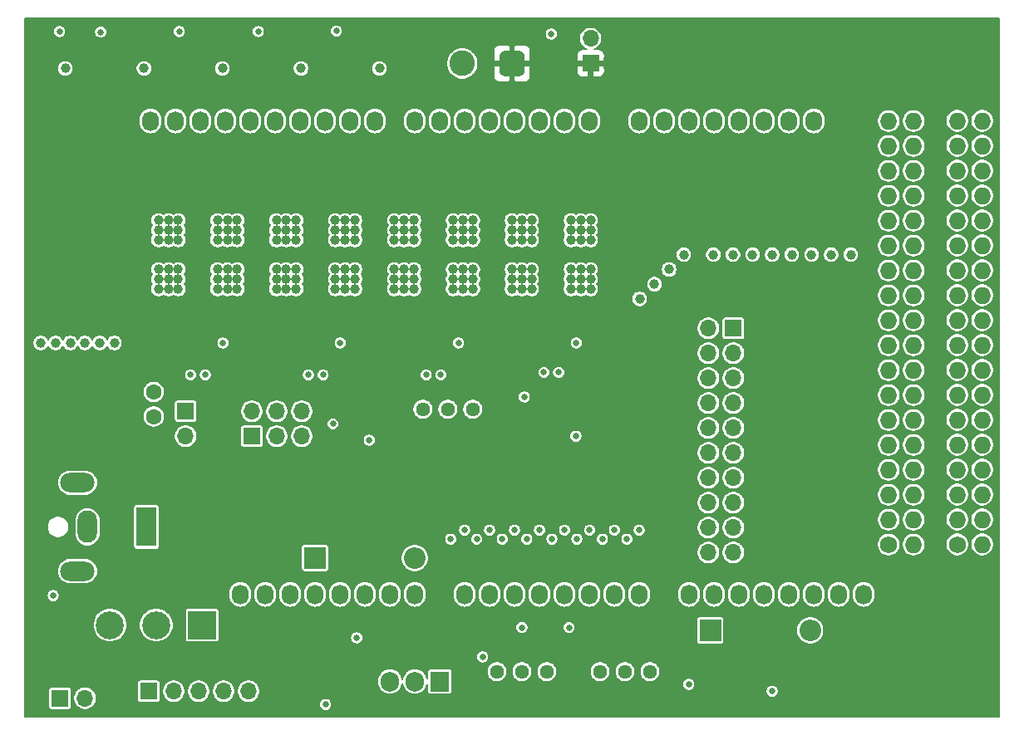
<source format=gbr>
G04 #@! TF.GenerationSoftware,KiCad,Pcbnew,(5.1.5)-3*
G04 #@! TF.CreationDate,2020-08-08T04:04:00-04:00*
G04 #@! TF.ProjectId,LT3081-ARDUINO-HEADERS,4c543330-3831-42d4-9152-4455494e4f2d,rev?*
G04 #@! TF.SameCoordinates,Original*
G04 #@! TF.FileFunction,Copper,L3,Inr*
G04 #@! TF.FilePolarity,Positive*
%FSLAX46Y46*%
G04 Gerber Fmt 4.6, Leading zero omitted, Abs format (unit mm)*
G04 Created by KiCad (PCBNEW (5.1.5)-3) date 2020-08-08 04:04:00*
%MOMM*%
%LPD*%
G04 APERTURE LIST*
%ADD10O,1.727200X1.727200*%
%ADD11C,1.727200*%
%ADD12O,1.700000X1.700000*%
%ADD13R,1.700000X1.700000*%
%ADD14O,1.905000X2.000000*%
%ADD15R,1.905000X2.000000*%
%ADD16C,2.600000*%
%ADD17C,0.100000*%
%ADD18C,2.850000*%
%ADD19R,2.850000X2.850000*%
%ADD20C,1.440000*%
%ADD21O,3.500000X2.000000*%
%ADD22O,2.000000X3.300000*%
%ADD23R,2.000000X4.000000*%
%ADD24O,2.200000X2.200000*%
%ADD25R,2.200000X2.200000*%
%ADD26C,1.600000*%
%ADD27O,1.727200X2.032000*%
%ADD28C,0.650000*%
%ADD29C,1.000000*%
%ADD30C,0.150000*%
G04 APERTURE END LIST*
D10*
X206890000Y-70850000D03*
X204350000Y-70850000D03*
X206890000Y-73390000D03*
X204350000Y-73390000D03*
X206890000Y-75930000D03*
X204350000Y-75930000D03*
X206890000Y-78470000D03*
X204350000Y-78470000D03*
X206890000Y-81010000D03*
X204350000Y-81010000D03*
X206890000Y-83550000D03*
X204350000Y-83550000D03*
X206890000Y-86090000D03*
X204350000Y-86090000D03*
X206890000Y-88630000D03*
X204350000Y-88630000D03*
X206890000Y-91170000D03*
X204350000Y-91170000D03*
X206890000Y-93710000D03*
X204350000Y-93710000D03*
X206890000Y-96250000D03*
X204350000Y-96250000D03*
X206890000Y-98790000D03*
X204350000Y-98790000D03*
X206890000Y-101330000D03*
X204350000Y-101330000D03*
X206890000Y-103870000D03*
X204350000Y-103870000D03*
X206890000Y-106410000D03*
X204350000Y-106410000D03*
X206890000Y-108950000D03*
X204350000Y-108950000D03*
X206890000Y-111490000D03*
X204350000Y-111490000D03*
X206890000Y-114030000D03*
D11*
X204350000Y-114030000D03*
D12*
X179000000Y-114860000D03*
X181540000Y-114860000D03*
X179000000Y-112320000D03*
X181540000Y-112320000D03*
X179000000Y-109780000D03*
X181540000Y-109780000D03*
X179000000Y-107240000D03*
X181540000Y-107240000D03*
X179000000Y-104700000D03*
X181540000Y-104700000D03*
X179000000Y-102160000D03*
X181540000Y-102160000D03*
X179000000Y-99620000D03*
X181540000Y-99620000D03*
X179000000Y-97080000D03*
X181540000Y-97080000D03*
X179000000Y-94540000D03*
X181540000Y-94540000D03*
X179000000Y-92000000D03*
D13*
X181540000Y-92000000D03*
D14*
X146560000Y-128000000D03*
X149100000Y-128000000D03*
D15*
X151640000Y-128000000D03*
D16*
X153920000Y-65000000D03*
G04 #@! TA.AperFunction,ViaPad*
D17*
G36*
X159713711Y-63703130D02*
G01*
X159776809Y-63712490D01*
X159838685Y-63727989D01*
X159898744Y-63749478D01*
X159956408Y-63776751D01*
X160011121Y-63809545D01*
X160062356Y-63847543D01*
X160109619Y-63890381D01*
X160152457Y-63937644D01*
X160190455Y-63988879D01*
X160223249Y-64043592D01*
X160250522Y-64101256D01*
X160272011Y-64161315D01*
X160287510Y-64223191D01*
X160296870Y-64286289D01*
X160300000Y-64350000D01*
X160300000Y-65650000D01*
X160296870Y-65713711D01*
X160287510Y-65776809D01*
X160272011Y-65838685D01*
X160250522Y-65898744D01*
X160223249Y-65956408D01*
X160190455Y-66011121D01*
X160152457Y-66062356D01*
X160109619Y-66109619D01*
X160062356Y-66152457D01*
X160011121Y-66190455D01*
X159956408Y-66223249D01*
X159898744Y-66250522D01*
X159838685Y-66272011D01*
X159776809Y-66287510D01*
X159713711Y-66296870D01*
X159650000Y-66300000D01*
X158350000Y-66300000D01*
X158286289Y-66296870D01*
X158223191Y-66287510D01*
X158161315Y-66272011D01*
X158101256Y-66250522D01*
X158043592Y-66223249D01*
X157988879Y-66190455D01*
X157937644Y-66152457D01*
X157890381Y-66109619D01*
X157847543Y-66062356D01*
X157809545Y-66011121D01*
X157776751Y-65956408D01*
X157749478Y-65898744D01*
X157727989Y-65838685D01*
X157712490Y-65776809D01*
X157703130Y-65713711D01*
X157700000Y-65650000D01*
X157700000Y-64350000D01*
X157703130Y-64286289D01*
X157712490Y-64223191D01*
X157727989Y-64161315D01*
X157749478Y-64101256D01*
X157776751Y-64043592D01*
X157809545Y-63988879D01*
X157847543Y-63937644D01*
X157890381Y-63890381D01*
X157937644Y-63847543D01*
X157988879Y-63809545D01*
X158043592Y-63776751D01*
X158101256Y-63749478D01*
X158161315Y-63727989D01*
X158223191Y-63712490D01*
X158286289Y-63703130D01*
X158350000Y-63700000D01*
X159650000Y-63700000D01*
X159713711Y-63703130D01*
G37*
G04 #@! TD.AperFunction*
D18*
X118050000Y-122250000D03*
X122750000Y-122250000D03*
D19*
X127450000Y-122250000D03*
D20*
X149920000Y-100250000D03*
X152460000Y-100250000D03*
X155000000Y-100250000D03*
X157460000Y-127000000D03*
X160000000Y-127000000D03*
X162540000Y-127000000D03*
X167960000Y-127000000D03*
X170500000Y-127000000D03*
X173040000Y-127000000D03*
D12*
X167000000Y-62460000D03*
D13*
X167000000Y-65000000D03*
D12*
X137580000Y-100460000D03*
X137580000Y-103000000D03*
X135040000Y-100460000D03*
X135040000Y-103000000D03*
X132500000Y-100460000D03*
D13*
X132500000Y-103000000D03*
D12*
X125750000Y-103000000D03*
D13*
X125750000Y-100460000D03*
D12*
X115500000Y-129710000D03*
D13*
X112960000Y-129710000D03*
D12*
X132160000Y-129000000D03*
X129620000Y-129000000D03*
X127080000Y-129000000D03*
X124540000Y-129000000D03*
D13*
X122000000Y-129000000D03*
D21*
X114750000Y-116750000D03*
X114750000Y-107750000D03*
D22*
X115750000Y-112250000D03*
D23*
X121750000Y-112250000D03*
D24*
X189360000Y-122800000D03*
D25*
X179200000Y-122800000D03*
D24*
X149100000Y-115400000D03*
D25*
X138940000Y-115400000D03*
D26*
X122500000Y-101000000D03*
X122500000Y-98500000D03*
D11*
X197358000Y-114046000D03*
D10*
X199898000Y-114046000D03*
X197358000Y-111506000D03*
X199898000Y-111506000D03*
X197358000Y-108966000D03*
X199898000Y-108966000D03*
X197358000Y-106426000D03*
X199898000Y-106426000D03*
X197358000Y-103886000D03*
X199898000Y-103886000D03*
X197358000Y-101346000D03*
X199898000Y-101346000D03*
X197358000Y-98806000D03*
X199898000Y-98806000D03*
X197358000Y-96266000D03*
X199898000Y-96266000D03*
X197358000Y-93726000D03*
X199898000Y-93726000D03*
X197358000Y-91186000D03*
X199898000Y-91186000D03*
X197358000Y-88646000D03*
X199898000Y-88646000D03*
X197358000Y-86106000D03*
X199898000Y-86106000D03*
X197358000Y-83566000D03*
X199898000Y-83566000D03*
X197358000Y-81026000D03*
X199898000Y-81026000D03*
X197358000Y-78486000D03*
X199898000Y-78486000D03*
X197358000Y-75946000D03*
X199898000Y-75946000D03*
X197358000Y-73406000D03*
X199898000Y-73406000D03*
X197358000Y-70866000D03*
X199898000Y-70866000D03*
D27*
X131318000Y-119126000D03*
X133858000Y-119126000D03*
X136398000Y-119126000D03*
X138938000Y-119126000D03*
X141478000Y-119126000D03*
X144018000Y-119126000D03*
X146558000Y-119126000D03*
X149098000Y-119126000D03*
X154178000Y-119126000D03*
X156718000Y-119126000D03*
X159258000Y-119126000D03*
X161798000Y-119126000D03*
X164338000Y-119126000D03*
X166878000Y-119126000D03*
X169418000Y-119126000D03*
X171958000Y-119126000D03*
X177038000Y-119126000D03*
X179578000Y-119126000D03*
X182118000Y-119126000D03*
X184658000Y-119126000D03*
X187198000Y-119126000D03*
X189738000Y-119126000D03*
X192278000Y-119126000D03*
X194818000Y-119126000D03*
X122174000Y-70866000D03*
X124714000Y-70866000D03*
X127254000Y-70866000D03*
X129794000Y-70866000D03*
X132334000Y-70866000D03*
X134874000Y-70866000D03*
X137414000Y-70866000D03*
X139954000Y-70866000D03*
X142494000Y-70866000D03*
X145034000Y-70866000D03*
X149098000Y-70866000D03*
X151638000Y-70866000D03*
X154178000Y-70866000D03*
X156718000Y-70866000D03*
X159258000Y-70866000D03*
X161798000Y-70866000D03*
X164338000Y-70866000D03*
X166878000Y-70866000D03*
X171958000Y-70866000D03*
X174498000Y-70866000D03*
X177038000Y-70866000D03*
X179578000Y-70866000D03*
X182118000Y-70866000D03*
X184658000Y-70866000D03*
X187198000Y-70866000D03*
X189738000Y-70866000D03*
D28*
X112250000Y-119250000D03*
X141100000Y-61700000D03*
X163000000Y-62000000D03*
X133150000Y-61750000D03*
X125100000Y-61750000D03*
X117100000Y-61800000D03*
X112900000Y-61750000D03*
X185500000Y-129000000D03*
X171950000Y-112575000D03*
X169425000Y-112575000D03*
X143175000Y-123550000D03*
X166900000Y-112575000D03*
X164350000Y-112575000D03*
X161800000Y-112575000D03*
X159250000Y-112575000D03*
X156700000Y-112575000D03*
X154175000Y-112575000D03*
X165500000Y-103000000D03*
X140000000Y-130350000D03*
X160250000Y-99000000D03*
X164800000Y-122500000D03*
X177000000Y-128300000D03*
X144450000Y-103400000D03*
X140750000Y-101750000D03*
D29*
X113500000Y-65500000D03*
X121500000Y-65500000D03*
X129500000Y-65500000D03*
X137500000Y-65500000D03*
X145500000Y-65500000D03*
D28*
X129550000Y-93500000D03*
X141500000Y-93500000D03*
X153550000Y-93500000D03*
X165550000Y-93500000D03*
D29*
X111000000Y-93500000D03*
X112500000Y-93500000D03*
X114000000Y-93500000D03*
X115500000Y-93500000D03*
X117000000Y-93500000D03*
X118500000Y-93500000D03*
X193500000Y-84500000D03*
X191500000Y-84500000D03*
X189500000Y-84500000D03*
X187500000Y-84500000D03*
X185500000Y-84500000D03*
X183500000Y-84500000D03*
X181500000Y-84500000D03*
X179500000Y-84500000D03*
X176500000Y-84500000D03*
X175000000Y-86000000D03*
X173500000Y-87500000D03*
X172000000Y-89000000D03*
D28*
X163000000Y-95250000D03*
X151000000Y-95250000D03*
X139000000Y-95250000D03*
X127000000Y-95250000D03*
X163000000Y-75100000D03*
X151000000Y-75100000D03*
X139000000Y-75100000D03*
X127000000Y-75100000D03*
D29*
X111000000Y-69000000D03*
X119000000Y-69000000D03*
D28*
X127025000Y-68550000D03*
X135025000Y-68550000D03*
X143025000Y-68575000D03*
X170700000Y-113500000D03*
X163750000Y-96500000D03*
X162250000Y-96500000D03*
X168200000Y-113500000D03*
X151750000Y-96750000D03*
X165600000Y-113500000D03*
X150250000Y-96750000D03*
X163050000Y-113500000D03*
X139750000Y-96750000D03*
X160500000Y-113500000D03*
X138250000Y-96750000D03*
X158000000Y-113500000D03*
X127750000Y-96750000D03*
X155400000Y-113500000D03*
X126250000Y-96750000D03*
X152750000Y-113500000D03*
X156000006Y-125500000D03*
X160000000Y-122500000D03*
D29*
X167000000Y-88000000D03*
X166000000Y-88000000D03*
X165000000Y-88000000D03*
X165000000Y-87000000D03*
X167000000Y-87000000D03*
X166000000Y-87000000D03*
X167000000Y-86000000D03*
X166000000Y-86000000D03*
X165000000Y-86000000D03*
X167000000Y-83000000D03*
X166000000Y-83000000D03*
X165000000Y-83000000D03*
X165000000Y-82000000D03*
X166000000Y-82000000D03*
X167000000Y-82000000D03*
X165000000Y-81000000D03*
X166000000Y-81000000D03*
X167000000Y-81000000D03*
X161000000Y-88000000D03*
X160000000Y-88000000D03*
X159000000Y-88000000D03*
X161000000Y-87000000D03*
X160000000Y-87000000D03*
X159000000Y-87000000D03*
X161000000Y-86000000D03*
X160000000Y-86000000D03*
X159000000Y-86000000D03*
X161000000Y-83000000D03*
X160000000Y-83000000D03*
X159000000Y-83000000D03*
X161000000Y-82000000D03*
X160000000Y-82000000D03*
X159000000Y-82000000D03*
X161000000Y-81000000D03*
X160000000Y-81000000D03*
X159000000Y-81000000D03*
X153000000Y-88000000D03*
X154000000Y-88000000D03*
X155000000Y-88000000D03*
X153000000Y-87000000D03*
X154000000Y-87000000D03*
X155000000Y-87000000D03*
X153000000Y-86000000D03*
X154000000Y-86000000D03*
X155000000Y-86000000D03*
X153000000Y-83000000D03*
X154000000Y-83000000D03*
X155000000Y-83000000D03*
X153000000Y-82000000D03*
X154000000Y-82000000D03*
X155000000Y-82000000D03*
X153000000Y-81000000D03*
X154000000Y-81000000D03*
X155000000Y-81000000D03*
X149000000Y-88000000D03*
X148000000Y-88000000D03*
X147000000Y-88000000D03*
X149000000Y-87000000D03*
X148000000Y-87000000D03*
X147000000Y-87000000D03*
X149000000Y-86000000D03*
X148000000Y-86000000D03*
X147000000Y-86000000D03*
X149000000Y-83000000D03*
X148000000Y-83000000D03*
X147000000Y-83000000D03*
X149000000Y-82000000D03*
X148000000Y-82000000D03*
X147000000Y-82000000D03*
X149000000Y-81000000D03*
X148000000Y-81000000D03*
X147000000Y-81000000D03*
X142000000Y-88000000D03*
X143000000Y-88000000D03*
X141000000Y-88000000D03*
X143000000Y-87000000D03*
X142000000Y-87000000D03*
X141000000Y-87000000D03*
X143000000Y-86000000D03*
X142000000Y-86000000D03*
X141000000Y-86000000D03*
X137000000Y-88000000D03*
X136000000Y-88000000D03*
X135000000Y-88000000D03*
X137000000Y-87000000D03*
X136000000Y-87000000D03*
X135000000Y-87000000D03*
X137000000Y-86000000D03*
X136000000Y-86000000D03*
X135000000Y-86000000D03*
X143000000Y-83000000D03*
X142000000Y-83000000D03*
X141000000Y-83000000D03*
X141000000Y-82000000D03*
X142000000Y-82000000D03*
X143000000Y-82000000D03*
X143000000Y-81000000D03*
X142000000Y-81000000D03*
X141000000Y-81000000D03*
X137000000Y-82000000D03*
X137000000Y-83000000D03*
X136000000Y-83000000D03*
X136000000Y-82000000D03*
X135000000Y-82000000D03*
X135000000Y-83000000D03*
X137000000Y-81000000D03*
X136000000Y-81000000D03*
X135000000Y-81000000D03*
X131000000Y-88000000D03*
X131000000Y-87000000D03*
X131000000Y-86000000D03*
X130000000Y-86000000D03*
X130000000Y-87000000D03*
X130000000Y-88000000D03*
X129000000Y-88000000D03*
X129000000Y-87000000D03*
X129000000Y-86000000D03*
X125000000Y-86000000D03*
X125000000Y-87000000D03*
X125000000Y-88000000D03*
X124000000Y-86000000D03*
X124000000Y-87000000D03*
X124000000Y-88000000D03*
X123000000Y-86000000D03*
X123000000Y-87000000D03*
X123000000Y-88000000D03*
X131000000Y-83000000D03*
X130000000Y-83000000D03*
X129000000Y-83000000D03*
X131000000Y-82000000D03*
X130000000Y-82000000D03*
X129000000Y-82000000D03*
X131000000Y-81000000D03*
X130000000Y-81000000D03*
X129000000Y-81000000D03*
X125000000Y-83000000D03*
X124000000Y-83000000D03*
X123000000Y-83000000D03*
X125000000Y-82000000D03*
X124000000Y-82000000D03*
X123000000Y-82000000D03*
X125000000Y-81000000D03*
X124000000Y-81000000D03*
X123000000Y-81000000D03*
D30*
G36*
X208600001Y-131600000D02*
G01*
X109400000Y-131600000D01*
X109400000Y-128860000D01*
X111783428Y-128860000D01*
X111783428Y-130560000D01*
X111789703Y-130623711D01*
X111808287Y-130684974D01*
X111838465Y-130741434D01*
X111879079Y-130790921D01*
X111928566Y-130831535D01*
X111985026Y-130861713D01*
X112046289Y-130880297D01*
X112110000Y-130886572D01*
X113810000Y-130886572D01*
X113873711Y-130880297D01*
X113934974Y-130861713D01*
X113991434Y-130831535D01*
X114040921Y-130790921D01*
X114081535Y-130741434D01*
X114111713Y-130684974D01*
X114130297Y-130623711D01*
X114136572Y-130560000D01*
X114136572Y-129594273D01*
X114325000Y-129594273D01*
X114325000Y-129825727D01*
X114370155Y-130052735D01*
X114458729Y-130266571D01*
X114587318Y-130459019D01*
X114750981Y-130622682D01*
X114943429Y-130751271D01*
X115157265Y-130839845D01*
X115384273Y-130885000D01*
X115615727Y-130885000D01*
X115842735Y-130839845D01*
X116056571Y-130751271D01*
X116249019Y-130622682D01*
X116412682Y-130459019D01*
X116528301Y-130285981D01*
X139350000Y-130285981D01*
X139350000Y-130414019D01*
X139374979Y-130539598D01*
X139423978Y-130657890D01*
X139495112Y-130764351D01*
X139585649Y-130854888D01*
X139692110Y-130926022D01*
X139810402Y-130975021D01*
X139935981Y-131000000D01*
X140064019Y-131000000D01*
X140189598Y-130975021D01*
X140307890Y-130926022D01*
X140414351Y-130854888D01*
X140504888Y-130764351D01*
X140576022Y-130657890D01*
X140625021Y-130539598D01*
X140650000Y-130414019D01*
X140650000Y-130285981D01*
X140625021Y-130160402D01*
X140576022Y-130042110D01*
X140504888Y-129935649D01*
X140414351Y-129845112D01*
X140307890Y-129773978D01*
X140189598Y-129724979D01*
X140064019Y-129700000D01*
X139935981Y-129700000D01*
X139810402Y-129724979D01*
X139692110Y-129773978D01*
X139585649Y-129845112D01*
X139495112Y-129935649D01*
X139423978Y-130042110D01*
X139374979Y-130160402D01*
X139350000Y-130285981D01*
X116528301Y-130285981D01*
X116541271Y-130266571D01*
X116629845Y-130052735D01*
X116675000Y-129825727D01*
X116675000Y-129594273D01*
X116629845Y-129367265D01*
X116541271Y-129153429D01*
X116412682Y-128960981D01*
X116249019Y-128797318D01*
X116056571Y-128668729D01*
X115842735Y-128580155D01*
X115615727Y-128535000D01*
X115384273Y-128535000D01*
X115157265Y-128580155D01*
X114943429Y-128668729D01*
X114750981Y-128797318D01*
X114587318Y-128960981D01*
X114458729Y-129153429D01*
X114370155Y-129367265D01*
X114325000Y-129594273D01*
X114136572Y-129594273D01*
X114136572Y-128860000D01*
X114130297Y-128796289D01*
X114111713Y-128735026D01*
X114081535Y-128678566D01*
X114040921Y-128629079D01*
X113991434Y-128588465D01*
X113934974Y-128558287D01*
X113873711Y-128539703D01*
X113810000Y-128533428D01*
X112110000Y-128533428D01*
X112046289Y-128539703D01*
X111985026Y-128558287D01*
X111928566Y-128588465D01*
X111879079Y-128629079D01*
X111838465Y-128678566D01*
X111808287Y-128735026D01*
X111789703Y-128796289D01*
X111783428Y-128860000D01*
X109400000Y-128860000D01*
X109400000Y-128150000D01*
X120823428Y-128150000D01*
X120823428Y-129850000D01*
X120829703Y-129913711D01*
X120848287Y-129974974D01*
X120878465Y-130031434D01*
X120919079Y-130080921D01*
X120968566Y-130121535D01*
X121025026Y-130151713D01*
X121086289Y-130170297D01*
X121150000Y-130176572D01*
X122850000Y-130176572D01*
X122913711Y-130170297D01*
X122974974Y-130151713D01*
X123031434Y-130121535D01*
X123080921Y-130080921D01*
X123121535Y-130031434D01*
X123151713Y-129974974D01*
X123170297Y-129913711D01*
X123176572Y-129850000D01*
X123176572Y-128884273D01*
X123365000Y-128884273D01*
X123365000Y-129115727D01*
X123410155Y-129342735D01*
X123498729Y-129556571D01*
X123627318Y-129749019D01*
X123790981Y-129912682D01*
X123983429Y-130041271D01*
X124197265Y-130129845D01*
X124424273Y-130175000D01*
X124655727Y-130175000D01*
X124882735Y-130129845D01*
X125096571Y-130041271D01*
X125289019Y-129912682D01*
X125452682Y-129749019D01*
X125581271Y-129556571D01*
X125669845Y-129342735D01*
X125715000Y-129115727D01*
X125715000Y-128884273D01*
X125905000Y-128884273D01*
X125905000Y-129115727D01*
X125950155Y-129342735D01*
X126038729Y-129556571D01*
X126167318Y-129749019D01*
X126330981Y-129912682D01*
X126523429Y-130041271D01*
X126737265Y-130129845D01*
X126964273Y-130175000D01*
X127195727Y-130175000D01*
X127422735Y-130129845D01*
X127636571Y-130041271D01*
X127829019Y-129912682D01*
X127992682Y-129749019D01*
X128121271Y-129556571D01*
X128209845Y-129342735D01*
X128255000Y-129115727D01*
X128255000Y-128884273D01*
X128445000Y-128884273D01*
X128445000Y-129115727D01*
X128490155Y-129342735D01*
X128578729Y-129556571D01*
X128707318Y-129749019D01*
X128870981Y-129912682D01*
X129063429Y-130041271D01*
X129277265Y-130129845D01*
X129504273Y-130175000D01*
X129735727Y-130175000D01*
X129962735Y-130129845D01*
X130176571Y-130041271D01*
X130369019Y-129912682D01*
X130532682Y-129749019D01*
X130661271Y-129556571D01*
X130749845Y-129342735D01*
X130795000Y-129115727D01*
X130795000Y-128884273D01*
X130985000Y-128884273D01*
X130985000Y-129115727D01*
X131030155Y-129342735D01*
X131118729Y-129556571D01*
X131247318Y-129749019D01*
X131410981Y-129912682D01*
X131603429Y-130041271D01*
X131817265Y-130129845D01*
X132044273Y-130175000D01*
X132275727Y-130175000D01*
X132502735Y-130129845D01*
X132716571Y-130041271D01*
X132909019Y-129912682D01*
X133072682Y-129749019D01*
X133201271Y-129556571D01*
X133289845Y-129342735D01*
X133335000Y-129115727D01*
X133335000Y-128884273D01*
X133289845Y-128657265D01*
X133201271Y-128443429D01*
X133072682Y-128250981D01*
X132909019Y-128087318D01*
X132716571Y-127958729D01*
X132550027Y-127889744D01*
X145282500Y-127889744D01*
X145282500Y-128110255D01*
X145300985Y-128297933D01*
X145374033Y-128538742D01*
X145492658Y-128760674D01*
X145652300Y-128955200D01*
X145846825Y-129114842D01*
X146068757Y-129233467D01*
X146309566Y-129306515D01*
X146560000Y-129331181D01*
X146810433Y-129306515D01*
X147051242Y-129233467D01*
X147273174Y-129114842D01*
X147467700Y-128955200D01*
X147627342Y-128760675D01*
X147745967Y-128538743D01*
X147819015Y-128297934D01*
X147830000Y-128186403D01*
X147840985Y-128297933D01*
X147914033Y-128538742D01*
X148032658Y-128760674D01*
X148192300Y-128955200D01*
X148386825Y-129114842D01*
X148608757Y-129233467D01*
X148849566Y-129306515D01*
X149100000Y-129331181D01*
X149350433Y-129306515D01*
X149591242Y-129233467D01*
X149813174Y-129114842D01*
X150007700Y-128955200D01*
X150167342Y-128760675D01*
X150285967Y-128538743D01*
X150359015Y-128297934D01*
X150360928Y-128278511D01*
X150360928Y-129000000D01*
X150367203Y-129063711D01*
X150385787Y-129124974D01*
X150415965Y-129181434D01*
X150456579Y-129230921D01*
X150506066Y-129271535D01*
X150562526Y-129301713D01*
X150623789Y-129320297D01*
X150687500Y-129326572D01*
X152592500Y-129326572D01*
X152656211Y-129320297D01*
X152717474Y-129301713D01*
X152773934Y-129271535D01*
X152823421Y-129230921D01*
X152864035Y-129181434D01*
X152894213Y-129124974D01*
X152912797Y-129063711D01*
X152919072Y-129000000D01*
X152919072Y-128235981D01*
X176350000Y-128235981D01*
X176350000Y-128364019D01*
X176374979Y-128489598D01*
X176423978Y-128607890D01*
X176495112Y-128714351D01*
X176585649Y-128804888D01*
X176692110Y-128876022D01*
X176810402Y-128925021D01*
X176935981Y-128950000D01*
X177064019Y-128950000D01*
X177134497Y-128935981D01*
X184850000Y-128935981D01*
X184850000Y-129064019D01*
X184874979Y-129189598D01*
X184923978Y-129307890D01*
X184995112Y-129414351D01*
X185085649Y-129504888D01*
X185192110Y-129576022D01*
X185310402Y-129625021D01*
X185435981Y-129650000D01*
X185564019Y-129650000D01*
X185689598Y-129625021D01*
X185807890Y-129576022D01*
X185914351Y-129504888D01*
X186004888Y-129414351D01*
X186076022Y-129307890D01*
X186125021Y-129189598D01*
X186150000Y-129064019D01*
X186150000Y-128935981D01*
X186125021Y-128810402D01*
X186076022Y-128692110D01*
X186004888Y-128585649D01*
X185914351Y-128495112D01*
X185807890Y-128423978D01*
X185689598Y-128374979D01*
X185564019Y-128350000D01*
X185435981Y-128350000D01*
X185310402Y-128374979D01*
X185192110Y-128423978D01*
X185085649Y-128495112D01*
X184995112Y-128585649D01*
X184923978Y-128692110D01*
X184874979Y-128810402D01*
X184850000Y-128935981D01*
X177134497Y-128935981D01*
X177189598Y-128925021D01*
X177307890Y-128876022D01*
X177414351Y-128804888D01*
X177504888Y-128714351D01*
X177576022Y-128607890D01*
X177625021Y-128489598D01*
X177650000Y-128364019D01*
X177650000Y-128235981D01*
X177625021Y-128110402D01*
X177576022Y-127992110D01*
X177504888Y-127885649D01*
X177414351Y-127795112D01*
X177307890Y-127723978D01*
X177189598Y-127674979D01*
X177064019Y-127650000D01*
X176935981Y-127650000D01*
X176810402Y-127674979D01*
X176692110Y-127723978D01*
X176585649Y-127795112D01*
X176495112Y-127885649D01*
X176423978Y-127992110D01*
X176374979Y-128110402D01*
X176350000Y-128235981D01*
X152919072Y-128235981D01*
X152919072Y-127000000D01*
X152912797Y-126936289D01*
X152900903Y-126897077D01*
X156415000Y-126897077D01*
X156415000Y-127102923D01*
X156455159Y-127304815D01*
X156533933Y-127494993D01*
X156648296Y-127666148D01*
X156793852Y-127811704D01*
X156965007Y-127926067D01*
X157155185Y-128004841D01*
X157357077Y-128045000D01*
X157562923Y-128045000D01*
X157764815Y-128004841D01*
X157954993Y-127926067D01*
X158126148Y-127811704D01*
X158271704Y-127666148D01*
X158386067Y-127494993D01*
X158464841Y-127304815D01*
X158505000Y-127102923D01*
X158505000Y-126897077D01*
X158955000Y-126897077D01*
X158955000Y-127102923D01*
X158995159Y-127304815D01*
X159073933Y-127494993D01*
X159188296Y-127666148D01*
X159333852Y-127811704D01*
X159505007Y-127926067D01*
X159695185Y-128004841D01*
X159897077Y-128045000D01*
X160102923Y-128045000D01*
X160304815Y-128004841D01*
X160494993Y-127926067D01*
X160666148Y-127811704D01*
X160811704Y-127666148D01*
X160926067Y-127494993D01*
X161004841Y-127304815D01*
X161045000Y-127102923D01*
X161045000Y-126897077D01*
X161495000Y-126897077D01*
X161495000Y-127102923D01*
X161535159Y-127304815D01*
X161613933Y-127494993D01*
X161728296Y-127666148D01*
X161873852Y-127811704D01*
X162045007Y-127926067D01*
X162235185Y-128004841D01*
X162437077Y-128045000D01*
X162642923Y-128045000D01*
X162844815Y-128004841D01*
X163034993Y-127926067D01*
X163206148Y-127811704D01*
X163351704Y-127666148D01*
X163466067Y-127494993D01*
X163544841Y-127304815D01*
X163585000Y-127102923D01*
X163585000Y-126897077D01*
X166915000Y-126897077D01*
X166915000Y-127102923D01*
X166955159Y-127304815D01*
X167033933Y-127494993D01*
X167148296Y-127666148D01*
X167293852Y-127811704D01*
X167465007Y-127926067D01*
X167655185Y-128004841D01*
X167857077Y-128045000D01*
X168062923Y-128045000D01*
X168264815Y-128004841D01*
X168454993Y-127926067D01*
X168626148Y-127811704D01*
X168771704Y-127666148D01*
X168886067Y-127494993D01*
X168964841Y-127304815D01*
X169005000Y-127102923D01*
X169005000Y-126897077D01*
X169455000Y-126897077D01*
X169455000Y-127102923D01*
X169495159Y-127304815D01*
X169573933Y-127494993D01*
X169688296Y-127666148D01*
X169833852Y-127811704D01*
X170005007Y-127926067D01*
X170195185Y-128004841D01*
X170397077Y-128045000D01*
X170602923Y-128045000D01*
X170804815Y-128004841D01*
X170994993Y-127926067D01*
X171166148Y-127811704D01*
X171311704Y-127666148D01*
X171426067Y-127494993D01*
X171504841Y-127304815D01*
X171545000Y-127102923D01*
X171545000Y-126897077D01*
X171995000Y-126897077D01*
X171995000Y-127102923D01*
X172035159Y-127304815D01*
X172113933Y-127494993D01*
X172228296Y-127666148D01*
X172373852Y-127811704D01*
X172545007Y-127926067D01*
X172735185Y-128004841D01*
X172937077Y-128045000D01*
X173142923Y-128045000D01*
X173344815Y-128004841D01*
X173534993Y-127926067D01*
X173706148Y-127811704D01*
X173851704Y-127666148D01*
X173966067Y-127494993D01*
X174044841Y-127304815D01*
X174085000Y-127102923D01*
X174085000Y-126897077D01*
X174044841Y-126695185D01*
X173966067Y-126505007D01*
X173851704Y-126333852D01*
X173706148Y-126188296D01*
X173534993Y-126073933D01*
X173344815Y-125995159D01*
X173142923Y-125955000D01*
X172937077Y-125955000D01*
X172735185Y-125995159D01*
X172545007Y-126073933D01*
X172373852Y-126188296D01*
X172228296Y-126333852D01*
X172113933Y-126505007D01*
X172035159Y-126695185D01*
X171995000Y-126897077D01*
X171545000Y-126897077D01*
X171504841Y-126695185D01*
X171426067Y-126505007D01*
X171311704Y-126333852D01*
X171166148Y-126188296D01*
X170994993Y-126073933D01*
X170804815Y-125995159D01*
X170602923Y-125955000D01*
X170397077Y-125955000D01*
X170195185Y-125995159D01*
X170005007Y-126073933D01*
X169833852Y-126188296D01*
X169688296Y-126333852D01*
X169573933Y-126505007D01*
X169495159Y-126695185D01*
X169455000Y-126897077D01*
X169005000Y-126897077D01*
X168964841Y-126695185D01*
X168886067Y-126505007D01*
X168771704Y-126333852D01*
X168626148Y-126188296D01*
X168454993Y-126073933D01*
X168264815Y-125995159D01*
X168062923Y-125955000D01*
X167857077Y-125955000D01*
X167655185Y-125995159D01*
X167465007Y-126073933D01*
X167293852Y-126188296D01*
X167148296Y-126333852D01*
X167033933Y-126505007D01*
X166955159Y-126695185D01*
X166915000Y-126897077D01*
X163585000Y-126897077D01*
X163544841Y-126695185D01*
X163466067Y-126505007D01*
X163351704Y-126333852D01*
X163206148Y-126188296D01*
X163034993Y-126073933D01*
X162844815Y-125995159D01*
X162642923Y-125955000D01*
X162437077Y-125955000D01*
X162235185Y-125995159D01*
X162045007Y-126073933D01*
X161873852Y-126188296D01*
X161728296Y-126333852D01*
X161613933Y-126505007D01*
X161535159Y-126695185D01*
X161495000Y-126897077D01*
X161045000Y-126897077D01*
X161004841Y-126695185D01*
X160926067Y-126505007D01*
X160811704Y-126333852D01*
X160666148Y-126188296D01*
X160494993Y-126073933D01*
X160304815Y-125995159D01*
X160102923Y-125955000D01*
X159897077Y-125955000D01*
X159695185Y-125995159D01*
X159505007Y-126073933D01*
X159333852Y-126188296D01*
X159188296Y-126333852D01*
X159073933Y-126505007D01*
X158995159Y-126695185D01*
X158955000Y-126897077D01*
X158505000Y-126897077D01*
X158464841Y-126695185D01*
X158386067Y-126505007D01*
X158271704Y-126333852D01*
X158126148Y-126188296D01*
X157954993Y-126073933D01*
X157764815Y-125995159D01*
X157562923Y-125955000D01*
X157357077Y-125955000D01*
X157155185Y-125995159D01*
X156965007Y-126073933D01*
X156793852Y-126188296D01*
X156648296Y-126333852D01*
X156533933Y-126505007D01*
X156455159Y-126695185D01*
X156415000Y-126897077D01*
X152900903Y-126897077D01*
X152894213Y-126875026D01*
X152864035Y-126818566D01*
X152823421Y-126769079D01*
X152773934Y-126728465D01*
X152717474Y-126698287D01*
X152656211Y-126679703D01*
X152592500Y-126673428D01*
X150687500Y-126673428D01*
X150623789Y-126679703D01*
X150562526Y-126698287D01*
X150506066Y-126728465D01*
X150456579Y-126769079D01*
X150415965Y-126818566D01*
X150385787Y-126875026D01*
X150367203Y-126936289D01*
X150360928Y-127000000D01*
X150360928Y-127721490D01*
X150359015Y-127702067D01*
X150285967Y-127461258D01*
X150167342Y-127239326D01*
X150007700Y-127044800D01*
X149813175Y-126885158D01*
X149591243Y-126766533D01*
X149350434Y-126693485D01*
X149100000Y-126668819D01*
X148849567Y-126693485D01*
X148608758Y-126766533D01*
X148386826Y-126885158D01*
X148192301Y-127044800D01*
X148032658Y-127239325D01*
X147914033Y-127461257D01*
X147840985Y-127702066D01*
X147830000Y-127813597D01*
X147819015Y-127702067D01*
X147745967Y-127461258D01*
X147627342Y-127239326D01*
X147467700Y-127044800D01*
X147273175Y-126885158D01*
X147051243Y-126766533D01*
X146810434Y-126693485D01*
X146560000Y-126668819D01*
X146309567Y-126693485D01*
X146068758Y-126766533D01*
X145846826Y-126885158D01*
X145652301Y-127044800D01*
X145492658Y-127239325D01*
X145374033Y-127461257D01*
X145300985Y-127702066D01*
X145282500Y-127889744D01*
X132550027Y-127889744D01*
X132502735Y-127870155D01*
X132275727Y-127825000D01*
X132044273Y-127825000D01*
X131817265Y-127870155D01*
X131603429Y-127958729D01*
X131410981Y-128087318D01*
X131247318Y-128250981D01*
X131118729Y-128443429D01*
X131030155Y-128657265D01*
X130985000Y-128884273D01*
X130795000Y-128884273D01*
X130749845Y-128657265D01*
X130661271Y-128443429D01*
X130532682Y-128250981D01*
X130369019Y-128087318D01*
X130176571Y-127958729D01*
X129962735Y-127870155D01*
X129735727Y-127825000D01*
X129504273Y-127825000D01*
X129277265Y-127870155D01*
X129063429Y-127958729D01*
X128870981Y-128087318D01*
X128707318Y-128250981D01*
X128578729Y-128443429D01*
X128490155Y-128657265D01*
X128445000Y-128884273D01*
X128255000Y-128884273D01*
X128209845Y-128657265D01*
X128121271Y-128443429D01*
X127992682Y-128250981D01*
X127829019Y-128087318D01*
X127636571Y-127958729D01*
X127422735Y-127870155D01*
X127195727Y-127825000D01*
X126964273Y-127825000D01*
X126737265Y-127870155D01*
X126523429Y-127958729D01*
X126330981Y-128087318D01*
X126167318Y-128250981D01*
X126038729Y-128443429D01*
X125950155Y-128657265D01*
X125905000Y-128884273D01*
X125715000Y-128884273D01*
X125669845Y-128657265D01*
X125581271Y-128443429D01*
X125452682Y-128250981D01*
X125289019Y-128087318D01*
X125096571Y-127958729D01*
X124882735Y-127870155D01*
X124655727Y-127825000D01*
X124424273Y-127825000D01*
X124197265Y-127870155D01*
X123983429Y-127958729D01*
X123790981Y-128087318D01*
X123627318Y-128250981D01*
X123498729Y-128443429D01*
X123410155Y-128657265D01*
X123365000Y-128884273D01*
X123176572Y-128884273D01*
X123176572Y-128150000D01*
X123170297Y-128086289D01*
X123151713Y-128025026D01*
X123121535Y-127968566D01*
X123080921Y-127919079D01*
X123031434Y-127878465D01*
X122974974Y-127848287D01*
X122913711Y-127829703D01*
X122850000Y-127823428D01*
X121150000Y-127823428D01*
X121086289Y-127829703D01*
X121025026Y-127848287D01*
X120968566Y-127878465D01*
X120919079Y-127919079D01*
X120878465Y-127968566D01*
X120848287Y-128025026D01*
X120829703Y-128086289D01*
X120823428Y-128150000D01*
X109400000Y-128150000D01*
X109400000Y-125435981D01*
X155350006Y-125435981D01*
X155350006Y-125564019D01*
X155374985Y-125689598D01*
X155423984Y-125807890D01*
X155495118Y-125914351D01*
X155585655Y-126004888D01*
X155692116Y-126076022D01*
X155810408Y-126125021D01*
X155935987Y-126150000D01*
X156064025Y-126150000D01*
X156189604Y-126125021D01*
X156307896Y-126076022D01*
X156414357Y-126004888D01*
X156504894Y-125914351D01*
X156576028Y-125807890D01*
X156625027Y-125689598D01*
X156650006Y-125564019D01*
X156650006Y-125435981D01*
X156625027Y-125310402D01*
X156576028Y-125192110D01*
X156504894Y-125085649D01*
X156414357Y-124995112D01*
X156307896Y-124923978D01*
X156189604Y-124874979D01*
X156064025Y-124850000D01*
X155935987Y-124850000D01*
X155810408Y-124874979D01*
X155692116Y-124923978D01*
X155585655Y-124995112D01*
X155495118Y-125085649D01*
X155423984Y-125192110D01*
X155374985Y-125310402D01*
X155350006Y-125435981D01*
X109400000Y-125435981D01*
X109400000Y-122077640D01*
X116300000Y-122077640D01*
X116300000Y-122422360D01*
X116367251Y-122760456D01*
X116499170Y-123078936D01*
X116690686Y-123365560D01*
X116934440Y-123609314D01*
X117221064Y-123800830D01*
X117539544Y-123932749D01*
X117877640Y-124000000D01*
X118222360Y-124000000D01*
X118560456Y-123932749D01*
X118878936Y-123800830D01*
X119165560Y-123609314D01*
X119409314Y-123365560D01*
X119600830Y-123078936D01*
X119732749Y-122760456D01*
X119800000Y-122422360D01*
X119800000Y-122077640D01*
X121000000Y-122077640D01*
X121000000Y-122422360D01*
X121067251Y-122760456D01*
X121199170Y-123078936D01*
X121390686Y-123365560D01*
X121634440Y-123609314D01*
X121921064Y-123800830D01*
X122239544Y-123932749D01*
X122577640Y-124000000D01*
X122922360Y-124000000D01*
X123260456Y-123932749D01*
X123578936Y-123800830D01*
X123865560Y-123609314D01*
X124109314Y-123365560D01*
X124300830Y-123078936D01*
X124432749Y-122760456D01*
X124500000Y-122422360D01*
X124500000Y-122077640D01*
X124432749Y-121739544D01*
X124300830Y-121421064D01*
X124109314Y-121134440D01*
X123865560Y-120890686D01*
X123767254Y-120825000D01*
X125698428Y-120825000D01*
X125698428Y-123675000D01*
X125704703Y-123738711D01*
X125723287Y-123799974D01*
X125753465Y-123856434D01*
X125794079Y-123905921D01*
X125843566Y-123946535D01*
X125900026Y-123976713D01*
X125961289Y-123995297D01*
X126025000Y-124001572D01*
X128875000Y-124001572D01*
X128938711Y-123995297D01*
X128999974Y-123976713D01*
X129056434Y-123946535D01*
X129105921Y-123905921D01*
X129146535Y-123856434D01*
X129176713Y-123799974D01*
X129195297Y-123738711D01*
X129201572Y-123675000D01*
X129201572Y-123485981D01*
X142525000Y-123485981D01*
X142525000Y-123614019D01*
X142549979Y-123739598D01*
X142598978Y-123857890D01*
X142670112Y-123964351D01*
X142760649Y-124054888D01*
X142867110Y-124126022D01*
X142985402Y-124175021D01*
X143110981Y-124200000D01*
X143239019Y-124200000D01*
X143364598Y-124175021D01*
X143482890Y-124126022D01*
X143589351Y-124054888D01*
X143679888Y-123964351D01*
X143751022Y-123857890D01*
X143800021Y-123739598D01*
X143825000Y-123614019D01*
X143825000Y-123485981D01*
X143800021Y-123360402D01*
X143751022Y-123242110D01*
X143679888Y-123135649D01*
X143589351Y-123045112D01*
X143482890Y-122973978D01*
X143364598Y-122924979D01*
X143239019Y-122900000D01*
X143110981Y-122900000D01*
X142985402Y-122924979D01*
X142867110Y-122973978D01*
X142760649Y-123045112D01*
X142670112Y-123135649D01*
X142598978Y-123242110D01*
X142549979Y-123360402D01*
X142525000Y-123485981D01*
X129201572Y-123485981D01*
X129201572Y-122435981D01*
X159350000Y-122435981D01*
X159350000Y-122564019D01*
X159374979Y-122689598D01*
X159423978Y-122807890D01*
X159495112Y-122914351D01*
X159585649Y-123004888D01*
X159692110Y-123076022D01*
X159810402Y-123125021D01*
X159935981Y-123150000D01*
X160064019Y-123150000D01*
X160189598Y-123125021D01*
X160307890Y-123076022D01*
X160414351Y-123004888D01*
X160504888Y-122914351D01*
X160576022Y-122807890D01*
X160625021Y-122689598D01*
X160650000Y-122564019D01*
X160650000Y-122435981D01*
X164150000Y-122435981D01*
X164150000Y-122564019D01*
X164174979Y-122689598D01*
X164223978Y-122807890D01*
X164295112Y-122914351D01*
X164385649Y-123004888D01*
X164492110Y-123076022D01*
X164610402Y-123125021D01*
X164735981Y-123150000D01*
X164864019Y-123150000D01*
X164989598Y-123125021D01*
X165107890Y-123076022D01*
X165214351Y-123004888D01*
X165304888Y-122914351D01*
X165376022Y-122807890D01*
X165425021Y-122689598D01*
X165450000Y-122564019D01*
X165450000Y-122435981D01*
X165425021Y-122310402D01*
X165376022Y-122192110D01*
X165304888Y-122085649D01*
X165214351Y-121995112D01*
X165107890Y-121923978D01*
X164989598Y-121874979D01*
X164864019Y-121850000D01*
X164735981Y-121850000D01*
X164610402Y-121874979D01*
X164492110Y-121923978D01*
X164385649Y-121995112D01*
X164295112Y-122085649D01*
X164223978Y-122192110D01*
X164174979Y-122310402D01*
X164150000Y-122435981D01*
X160650000Y-122435981D01*
X160625021Y-122310402D01*
X160576022Y-122192110D01*
X160504888Y-122085649D01*
X160414351Y-121995112D01*
X160307890Y-121923978D01*
X160189598Y-121874979D01*
X160064019Y-121850000D01*
X159935981Y-121850000D01*
X159810402Y-121874979D01*
X159692110Y-121923978D01*
X159585649Y-121995112D01*
X159495112Y-122085649D01*
X159423978Y-122192110D01*
X159374979Y-122310402D01*
X159350000Y-122435981D01*
X129201572Y-122435981D01*
X129201572Y-121700000D01*
X177773428Y-121700000D01*
X177773428Y-123900000D01*
X177779703Y-123963711D01*
X177798287Y-124024974D01*
X177828465Y-124081434D01*
X177869079Y-124130921D01*
X177918566Y-124171535D01*
X177975026Y-124201713D01*
X178036289Y-124220297D01*
X178100000Y-124226572D01*
X180300000Y-124226572D01*
X180363711Y-124220297D01*
X180424974Y-124201713D01*
X180481434Y-124171535D01*
X180530921Y-124130921D01*
X180571535Y-124081434D01*
X180601713Y-124024974D01*
X180620297Y-123963711D01*
X180626572Y-123900000D01*
X180626572Y-122659650D01*
X187935000Y-122659650D01*
X187935000Y-122940350D01*
X187989762Y-123215657D01*
X188097181Y-123474991D01*
X188253130Y-123708385D01*
X188451615Y-123906870D01*
X188685009Y-124062819D01*
X188944343Y-124170238D01*
X189219650Y-124225000D01*
X189500350Y-124225000D01*
X189775657Y-124170238D01*
X190034991Y-124062819D01*
X190268385Y-123906870D01*
X190466870Y-123708385D01*
X190622819Y-123474991D01*
X190730238Y-123215657D01*
X190785000Y-122940350D01*
X190785000Y-122659650D01*
X190730238Y-122384343D01*
X190622819Y-122125009D01*
X190466870Y-121891615D01*
X190268385Y-121693130D01*
X190034991Y-121537181D01*
X189775657Y-121429762D01*
X189500350Y-121375000D01*
X189219650Y-121375000D01*
X188944343Y-121429762D01*
X188685009Y-121537181D01*
X188451615Y-121693130D01*
X188253130Y-121891615D01*
X188097181Y-122125009D01*
X187989762Y-122384343D01*
X187935000Y-122659650D01*
X180626572Y-122659650D01*
X180626572Y-121700000D01*
X180620297Y-121636289D01*
X180601713Y-121575026D01*
X180571535Y-121518566D01*
X180530921Y-121469079D01*
X180481434Y-121428465D01*
X180424974Y-121398287D01*
X180363711Y-121379703D01*
X180300000Y-121373428D01*
X178100000Y-121373428D01*
X178036289Y-121379703D01*
X177975026Y-121398287D01*
X177918566Y-121428465D01*
X177869079Y-121469079D01*
X177828465Y-121518566D01*
X177798287Y-121575026D01*
X177779703Y-121636289D01*
X177773428Y-121700000D01*
X129201572Y-121700000D01*
X129201572Y-120825000D01*
X129195297Y-120761289D01*
X129176713Y-120700026D01*
X129146535Y-120643566D01*
X129105921Y-120594079D01*
X129056434Y-120553465D01*
X128999974Y-120523287D01*
X128938711Y-120504703D01*
X128875000Y-120498428D01*
X126025000Y-120498428D01*
X125961289Y-120504703D01*
X125900026Y-120523287D01*
X125843566Y-120553465D01*
X125794079Y-120594079D01*
X125753465Y-120643566D01*
X125723287Y-120700026D01*
X125704703Y-120761289D01*
X125698428Y-120825000D01*
X123767254Y-120825000D01*
X123578936Y-120699170D01*
X123260456Y-120567251D01*
X122922360Y-120500000D01*
X122577640Y-120500000D01*
X122239544Y-120567251D01*
X121921064Y-120699170D01*
X121634440Y-120890686D01*
X121390686Y-121134440D01*
X121199170Y-121421064D01*
X121067251Y-121739544D01*
X121000000Y-122077640D01*
X119800000Y-122077640D01*
X119732749Y-121739544D01*
X119600830Y-121421064D01*
X119409314Y-121134440D01*
X119165560Y-120890686D01*
X118878936Y-120699170D01*
X118560456Y-120567251D01*
X118222360Y-120500000D01*
X117877640Y-120500000D01*
X117539544Y-120567251D01*
X117221064Y-120699170D01*
X116934440Y-120890686D01*
X116690686Y-121134440D01*
X116499170Y-121421064D01*
X116367251Y-121739544D01*
X116300000Y-122077640D01*
X109400000Y-122077640D01*
X109400000Y-119185981D01*
X111600000Y-119185981D01*
X111600000Y-119314019D01*
X111624979Y-119439598D01*
X111673978Y-119557890D01*
X111745112Y-119664351D01*
X111835649Y-119754888D01*
X111942110Y-119826022D01*
X112060402Y-119875021D01*
X112185981Y-119900000D01*
X112314019Y-119900000D01*
X112439598Y-119875021D01*
X112557890Y-119826022D01*
X112664351Y-119754888D01*
X112754888Y-119664351D01*
X112826022Y-119557890D01*
X112875021Y-119439598D01*
X112900000Y-119314019D01*
X112900000Y-119185981D01*
X112875021Y-119060402D01*
X112826022Y-118942110D01*
X112808049Y-118915210D01*
X130129400Y-118915210D01*
X130129400Y-119336791D01*
X130146598Y-119511406D01*
X130214564Y-119735458D01*
X130324934Y-119941946D01*
X130473467Y-120122934D01*
X130654455Y-120271467D01*
X130860943Y-120381836D01*
X131084995Y-120449802D01*
X131318000Y-120472751D01*
X131551006Y-120449802D01*
X131775058Y-120381836D01*
X131981546Y-120271467D01*
X132162534Y-120122934D01*
X132311067Y-119941945D01*
X132421436Y-119735457D01*
X132489402Y-119511405D01*
X132506600Y-119336790D01*
X132506600Y-118915210D01*
X132669400Y-118915210D01*
X132669400Y-119336791D01*
X132686598Y-119511406D01*
X132754564Y-119735458D01*
X132864934Y-119941946D01*
X133013467Y-120122934D01*
X133194455Y-120271467D01*
X133400943Y-120381836D01*
X133624995Y-120449802D01*
X133858000Y-120472751D01*
X134091006Y-120449802D01*
X134315058Y-120381836D01*
X134521546Y-120271467D01*
X134702534Y-120122934D01*
X134851067Y-119941945D01*
X134961436Y-119735457D01*
X135029402Y-119511405D01*
X135046600Y-119336790D01*
X135046600Y-118915210D01*
X135209400Y-118915210D01*
X135209400Y-119336791D01*
X135226598Y-119511406D01*
X135294564Y-119735458D01*
X135404934Y-119941946D01*
X135553467Y-120122934D01*
X135734455Y-120271467D01*
X135940943Y-120381836D01*
X136164995Y-120449802D01*
X136398000Y-120472751D01*
X136631006Y-120449802D01*
X136855058Y-120381836D01*
X137061546Y-120271467D01*
X137242534Y-120122934D01*
X137391067Y-119941945D01*
X137501436Y-119735457D01*
X137569402Y-119511405D01*
X137586600Y-119336790D01*
X137586600Y-118915210D01*
X137749400Y-118915210D01*
X137749400Y-119336791D01*
X137766598Y-119511406D01*
X137834564Y-119735458D01*
X137944934Y-119941946D01*
X138093467Y-120122934D01*
X138274455Y-120271467D01*
X138480943Y-120381836D01*
X138704995Y-120449802D01*
X138938000Y-120472751D01*
X139171006Y-120449802D01*
X139395058Y-120381836D01*
X139601546Y-120271467D01*
X139782534Y-120122934D01*
X139931067Y-119941945D01*
X140041436Y-119735457D01*
X140109402Y-119511405D01*
X140126600Y-119336790D01*
X140126600Y-118915210D01*
X140289400Y-118915210D01*
X140289400Y-119336791D01*
X140306598Y-119511406D01*
X140374564Y-119735458D01*
X140484934Y-119941946D01*
X140633467Y-120122934D01*
X140814455Y-120271467D01*
X141020943Y-120381836D01*
X141244995Y-120449802D01*
X141478000Y-120472751D01*
X141711006Y-120449802D01*
X141935058Y-120381836D01*
X142141546Y-120271467D01*
X142322534Y-120122934D01*
X142471067Y-119941945D01*
X142581436Y-119735457D01*
X142649402Y-119511405D01*
X142666600Y-119336790D01*
X142666600Y-118915210D01*
X142829400Y-118915210D01*
X142829400Y-119336791D01*
X142846598Y-119511406D01*
X142914564Y-119735458D01*
X143024934Y-119941946D01*
X143173467Y-120122934D01*
X143354455Y-120271467D01*
X143560943Y-120381836D01*
X143784995Y-120449802D01*
X144018000Y-120472751D01*
X144251006Y-120449802D01*
X144475058Y-120381836D01*
X144681546Y-120271467D01*
X144862534Y-120122934D01*
X145011067Y-119941945D01*
X145121436Y-119735457D01*
X145189402Y-119511405D01*
X145206600Y-119336790D01*
X145206600Y-118915210D01*
X145369400Y-118915210D01*
X145369400Y-119336791D01*
X145386598Y-119511406D01*
X145454564Y-119735458D01*
X145564934Y-119941946D01*
X145713467Y-120122934D01*
X145894455Y-120271467D01*
X146100943Y-120381836D01*
X146324995Y-120449802D01*
X146558000Y-120472751D01*
X146791006Y-120449802D01*
X147015058Y-120381836D01*
X147221546Y-120271467D01*
X147402534Y-120122934D01*
X147551067Y-119941945D01*
X147661436Y-119735457D01*
X147729402Y-119511405D01*
X147746600Y-119336790D01*
X147746600Y-118915210D01*
X147909400Y-118915210D01*
X147909400Y-119336791D01*
X147926598Y-119511406D01*
X147994564Y-119735458D01*
X148104934Y-119941946D01*
X148253467Y-120122934D01*
X148434455Y-120271467D01*
X148640943Y-120381836D01*
X148864995Y-120449802D01*
X149098000Y-120472751D01*
X149331006Y-120449802D01*
X149555058Y-120381836D01*
X149761546Y-120271467D01*
X149942534Y-120122934D01*
X150091067Y-119941945D01*
X150201436Y-119735457D01*
X150269402Y-119511405D01*
X150286600Y-119336790D01*
X150286600Y-118915210D01*
X152989400Y-118915210D01*
X152989400Y-119336791D01*
X153006598Y-119511406D01*
X153074564Y-119735458D01*
X153184934Y-119941946D01*
X153333467Y-120122934D01*
X153514455Y-120271467D01*
X153720943Y-120381836D01*
X153944995Y-120449802D01*
X154178000Y-120472751D01*
X154411006Y-120449802D01*
X154635058Y-120381836D01*
X154841546Y-120271467D01*
X155022534Y-120122934D01*
X155171067Y-119941945D01*
X155281436Y-119735457D01*
X155349402Y-119511405D01*
X155366600Y-119336790D01*
X155366600Y-118915210D01*
X155529400Y-118915210D01*
X155529400Y-119336791D01*
X155546598Y-119511406D01*
X155614564Y-119735458D01*
X155724934Y-119941946D01*
X155873467Y-120122934D01*
X156054455Y-120271467D01*
X156260943Y-120381836D01*
X156484995Y-120449802D01*
X156718000Y-120472751D01*
X156951006Y-120449802D01*
X157175058Y-120381836D01*
X157381546Y-120271467D01*
X157562534Y-120122934D01*
X157711067Y-119941945D01*
X157821436Y-119735457D01*
X157889402Y-119511405D01*
X157906600Y-119336790D01*
X157906600Y-118915210D01*
X158069400Y-118915210D01*
X158069400Y-119336791D01*
X158086598Y-119511406D01*
X158154564Y-119735458D01*
X158264934Y-119941946D01*
X158413467Y-120122934D01*
X158594455Y-120271467D01*
X158800943Y-120381836D01*
X159024995Y-120449802D01*
X159258000Y-120472751D01*
X159491006Y-120449802D01*
X159715058Y-120381836D01*
X159921546Y-120271467D01*
X160102534Y-120122934D01*
X160251067Y-119941945D01*
X160361436Y-119735457D01*
X160429402Y-119511405D01*
X160446600Y-119336790D01*
X160446600Y-118915210D01*
X160609400Y-118915210D01*
X160609400Y-119336791D01*
X160626598Y-119511406D01*
X160694564Y-119735458D01*
X160804934Y-119941946D01*
X160953467Y-120122934D01*
X161134455Y-120271467D01*
X161340943Y-120381836D01*
X161564995Y-120449802D01*
X161798000Y-120472751D01*
X162031006Y-120449802D01*
X162255058Y-120381836D01*
X162461546Y-120271467D01*
X162642534Y-120122934D01*
X162791067Y-119941945D01*
X162901436Y-119735457D01*
X162969402Y-119511405D01*
X162986600Y-119336790D01*
X162986600Y-118915210D01*
X163149400Y-118915210D01*
X163149400Y-119336791D01*
X163166598Y-119511406D01*
X163234564Y-119735458D01*
X163344934Y-119941946D01*
X163493467Y-120122934D01*
X163674455Y-120271467D01*
X163880943Y-120381836D01*
X164104995Y-120449802D01*
X164338000Y-120472751D01*
X164571006Y-120449802D01*
X164795058Y-120381836D01*
X165001546Y-120271467D01*
X165182534Y-120122934D01*
X165331067Y-119941945D01*
X165441436Y-119735457D01*
X165509402Y-119511405D01*
X165526600Y-119336790D01*
X165526600Y-118915210D01*
X165689400Y-118915210D01*
X165689400Y-119336791D01*
X165706598Y-119511406D01*
X165774564Y-119735458D01*
X165884934Y-119941946D01*
X166033467Y-120122934D01*
X166214455Y-120271467D01*
X166420943Y-120381836D01*
X166644995Y-120449802D01*
X166878000Y-120472751D01*
X167111006Y-120449802D01*
X167335058Y-120381836D01*
X167541546Y-120271467D01*
X167722534Y-120122934D01*
X167871067Y-119941945D01*
X167981436Y-119735457D01*
X168049402Y-119511405D01*
X168066600Y-119336790D01*
X168066600Y-118915210D01*
X168229400Y-118915210D01*
X168229400Y-119336791D01*
X168246598Y-119511406D01*
X168314564Y-119735458D01*
X168424934Y-119941946D01*
X168573467Y-120122934D01*
X168754455Y-120271467D01*
X168960943Y-120381836D01*
X169184995Y-120449802D01*
X169418000Y-120472751D01*
X169651006Y-120449802D01*
X169875058Y-120381836D01*
X170081546Y-120271467D01*
X170262534Y-120122934D01*
X170411067Y-119941945D01*
X170521436Y-119735457D01*
X170589402Y-119511405D01*
X170606600Y-119336790D01*
X170606600Y-118915210D01*
X170769400Y-118915210D01*
X170769400Y-119336791D01*
X170786598Y-119511406D01*
X170854564Y-119735458D01*
X170964934Y-119941946D01*
X171113467Y-120122934D01*
X171294455Y-120271467D01*
X171500943Y-120381836D01*
X171724995Y-120449802D01*
X171958000Y-120472751D01*
X172191006Y-120449802D01*
X172415058Y-120381836D01*
X172621546Y-120271467D01*
X172802534Y-120122934D01*
X172951067Y-119941945D01*
X173061436Y-119735457D01*
X173129402Y-119511405D01*
X173146600Y-119336790D01*
X173146600Y-118915210D01*
X175849400Y-118915210D01*
X175849400Y-119336791D01*
X175866598Y-119511406D01*
X175934564Y-119735458D01*
X176044934Y-119941946D01*
X176193467Y-120122934D01*
X176374455Y-120271467D01*
X176580943Y-120381836D01*
X176804995Y-120449802D01*
X177038000Y-120472751D01*
X177271006Y-120449802D01*
X177495058Y-120381836D01*
X177701546Y-120271467D01*
X177882534Y-120122934D01*
X178031067Y-119941945D01*
X178141436Y-119735457D01*
X178209402Y-119511405D01*
X178226600Y-119336790D01*
X178226600Y-118915210D01*
X178389400Y-118915210D01*
X178389400Y-119336791D01*
X178406598Y-119511406D01*
X178474564Y-119735458D01*
X178584934Y-119941946D01*
X178733467Y-120122934D01*
X178914455Y-120271467D01*
X179120943Y-120381836D01*
X179344995Y-120449802D01*
X179578000Y-120472751D01*
X179811006Y-120449802D01*
X180035058Y-120381836D01*
X180241546Y-120271467D01*
X180422534Y-120122934D01*
X180571067Y-119941945D01*
X180681436Y-119735457D01*
X180749402Y-119511405D01*
X180766600Y-119336790D01*
X180766600Y-118915210D01*
X180929400Y-118915210D01*
X180929400Y-119336791D01*
X180946598Y-119511406D01*
X181014564Y-119735458D01*
X181124934Y-119941946D01*
X181273467Y-120122934D01*
X181454455Y-120271467D01*
X181660943Y-120381836D01*
X181884995Y-120449802D01*
X182118000Y-120472751D01*
X182351006Y-120449802D01*
X182575058Y-120381836D01*
X182781546Y-120271467D01*
X182962534Y-120122934D01*
X183111067Y-119941945D01*
X183221436Y-119735457D01*
X183289402Y-119511405D01*
X183306600Y-119336790D01*
X183306600Y-118915210D01*
X183469400Y-118915210D01*
X183469400Y-119336791D01*
X183486598Y-119511406D01*
X183554564Y-119735458D01*
X183664934Y-119941946D01*
X183813467Y-120122934D01*
X183994455Y-120271467D01*
X184200943Y-120381836D01*
X184424995Y-120449802D01*
X184658000Y-120472751D01*
X184891006Y-120449802D01*
X185115058Y-120381836D01*
X185321546Y-120271467D01*
X185502534Y-120122934D01*
X185651067Y-119941945D01*
X185761436Y-119735457D01*
X185829402Y-119511405D01*
X185846600Y-119336790D01*
X185846600Y-118915210D01*
X186009400Y-118915210D01*
X186009400Y-119336791D01*
X186026598Y-119511406D01*
X186094564Y-119735458D01*
X186204934Y-119941946D01*
X186353467Y-120122934D01*
X186534455Y-120271467D01*
X186740943Y-120381836D01*
X186964995Y-120449802D01*
X187198000Y-120472751D01*
X187431006Y-120449802D01*
X187655058Y-120381836D01*
X187861546Y-120271467D01*
X188042534Y-120122934D01*
X188191067Y-119941945D01*
X188301436Y-119735457D01*
X188369402Y-119511405D01*
X188386600Y-119336790D01*
X188386600Y-118915210D01*
X188549400Y-118915210D01*
X188549400Y-119336791D01*
X188566598Y-119511406D01*
X188634564Y-119735458D01*
X188744934Y-119941946D01*
X188893467Y-120122934D01*
X189074455Y-120271467D01*
X189280943Y-120381836D01*
X189504995Y-120449802D01*
X189738000Y-120472751D01*
X189971006Y-120449802D01*
X190195058Y-120381836D01*
X190401546Y-120271467D01*
X190582534Y-120122934D01*
X190731067Y-119941945D01*
X190841436Y-119735457D01*
X190909402Y-119511405D01*
X190926600Y-119336790D01*
X190926600Y-118915210D01*
X191089400Y-118915210D01*
X191089400Y-119336791D01*
X191106598Y-119511406D01*
X191174564Y-119735458D01*
X191284934Y-119941946D01*
X191433467Y-120122934D01*
X191614455Y-120271467D01*
X191820943Y-120381836D01*
X192044995Y-120449802D01*
X192278000Y-120472751D01*
X192511006Y-120449802D01*
X192735058Y-120381836D01*
X192941546Y-120271467D01*
X193122534Y-120122934D01*
X193271067Y-119941945D01*
X193381436Y-119735457D01*
X193449402Y-119511405D01*
X193466600Y-119336790D01*
X193466600Y-118915210D01*
X193629400Y-118915210D01*
X193629400Y-119336791D01*
X193646598Y-119511406D01*
X193714564Y-119735458D01*
X193824934Y-119941946D01*
X193973467Y-120122934D01*
X194154455Y-120271467D01*
X194360943Y-120381836D01*
X194584995Y-120449802D01*
X194818000Y-120472751D01*
X195051006Y-120449802D01*
X195275058Y-120381836D01*
X195481546Y-120271467D01*
X195662534Y-120122934D01*
X195811067Y-119941945D01*
X195921436Y-119735457D01*
X195989402Y-119511405D01*
X196006600Y-119336790D01*
X196006600Y-118915209D01*
X195989402Y-118740594D01*
X195921436Y-118516542D01*
X195811067Y-118310054D01*
X195662534Y-118129066D01*
X195481545Y-117980533D01*
X195275057Y-117870164D01*
X195051005Y-117802198D01*
X194818000Y-117779249D01*
X194584994Y-117802198D01*
X194360942Y-117870164D01*
X194154454Y-117980533D01*
X193973466Y-118129066D01*
X193824933Y-118310055D01*
X193714564Y-118516543D01*
X193646598Y-118740595D01*
X193629400Y-118915210D01*
X193466600Y-118915210D01*
X193466600Y-118915209D01*
X193449402Y-118740594D01*
X193381436Y-118516542D01*
X193271067Y-118310054D01*
X193122534Y-118129066D01*
X192941545Y-117980533D01*
X192735057Y-117870164D01*
X192511005Y-117802198D01*
X192278000Y-117779249D01*
X192044994Y-117802198D01*
X191820942Y-117870164D01*
X191614454Y-117980533D01*
X191433466Y-118129066D01*
X191284933Y-118310055D01*
X191174564Y-118516543D01*
X191106598Y-118740595D01*
X191089400Y-118915210D01*
X190926600Y-118915210D01*
X190926600Y-118915209D01*
X190909402Y-118740594D01*
X190841436Y-118516542D01*
X190731067Y-118310054D01*
X190582534Y-118129066D01*
X190401545Y-117980533D01*
X190195057Y-117870164D01*
X189971005Y-117802198D01*
X189738000Y-117779249D01*
X189504994Y-117802198D01*
X189280942Y-117870164D01*
X189074454Y-117980533D01*
X188893466Y-118129066D01*
X188744933Y-118310055D01*
X188634564Y-118516543D01*
X188566598Y-118740595D01*
X188549400Y-118915210D01*
X188386600Y-118915210D01*
X188386600Y-118915209D01*
X188369402Y-118740594D01*
X188301436Y-118516542D01*
X188191067Y-118310054D01*
X188042534Y-118129066D01*
X187861545Y-117980533D01*
X187655057Y-117870164D01*
X187431005Y-117802198D01*
X187198000Y-117779249D01*
X186964994Y-117802198D01*
X186740942Y-117870164D01*
X186534454Y-117980533D01*
X186353466Y-118129066D01*
X186204933Y-118310055D01*
X186094564Y-118516543D01*
X186026598Y-118740595D01*
X186009400Y-118915210D01*
X185846600Y-118915210D01*
X185846600Y-118915209D01*
X185829402Y-118740594D01*
X185761436Y-118516542D01*
X185651067Y-118310054D01*
X185502534Y-118129066D01*
X185321545Y-117980533D01*
X185115057Y-117870164D01*
X184891005Y-117802198D01*
X184658000Y-117779249D01*
X184424994Y-117802198D01*
X184200942Y-117870164D01*
X183994454Y-117980533D01*
X183813466Y-118129066D01*
X183664933Y-118310055D01*
X183554564Y-118516543D01*
X183486598Y-118740595D01*
X183469400Y-118915210D01*
X183306600Y-118915210D01*
X183306600Y-118915209D01*
X183289402Y-118740594D01*
X183221436Y-118516542D01*
X183111067Y-118310054D01*
X182962534Y-118129066D01*
X182781545Y-117980533D01*
X182575057Y-117870164D01*
X182351005Y-117802198D01*
X182118000Y-117779249D01*
X181884994Y-117802198D01*
X181660942Y-117870164D01*
X181454454Y-117980533D01*
X181273466Y-118129066D01*
X181124933Y-118310055D01*
X181014564Y-118516543D01*
X180946598Y-118740595D01*
X180929400Y-118915210D01*
X180766600Y-118915210D01*
X180766600Y-118915209D01*
X180749402Y-118740594D01*
X180681436Y-118516542D01*
X180571067Y-118310054D01*
X180422534Y-118129066D01*
X180241545Y-117980533D01*
X180035057Y-117870164D01*
X179811005Y-117802198D01*
X179578000Y-117779249D01*
X179344994Y-117802198D01*
X179120942Y-117870164D01*
X178914454Y-117980533D01*
X178733466Y-118129066D01*
X178584933Y-118310055D01*
X178474564Y-118516543D01*
X178406598Y-118740595D01*
X178389400Y-118915210D01*
X178226600Y-118915210D01*
X178226600Y-118915209D01*
X178209402Y-118740594D01*
X178141436Y-118516542D01*
X178031067Y-118310054D01*
X177882534Y-118129066D01*
X177701545Y-117980533D01*
X177495057Y-117870164D01*
X177271005Y-117802198D01*
X177038000Y-117779249D01*
X176804994Y-117802198D01*
X176580942Y-117870164D01*
X176374454Y-117980533D01*
X176193466Y-118129066D01*
X176044933Y-118310055D01*
X175934564Y-118516543D01*
X175866598Y-118740595D01*
X175849400Y-118915210D01*
X173146600Y-118915210D01*
X173146600Y-118915209D01*
X173129402Y-118740594D01*
X173061436Y-118516542D01*
X172951067Y-118310054D01*
X172802534Y-118129066D01*
X172621545Y-117980533D01*
X172415057Y-117870164D01*
X172191005Y-117802198D01*
X171958000Y-117779249D01*
X171724994Y-117802198D01*
X171500942Y-117870164D01*
X171294454Y-117980533D01*
X171113466Y-118129066D01*
X170964933Y-118310055D01*
X170854564Y-118516543D01*
X170786598Y-118740595D01*
X170769400Y-118915210D01*
X170606600Y-118915210D01*
X170606600Y-118915209D01*
X170589402Y-118740594D01*
X170521436Y-118516542D01*
X170411067Y-118310054D01*
X170262534Y-118129066D01*
X170081545Y-117980533D01*
X169875057Y-117870164D01*
X169651005Y-117802198D01*
X169418000Y-117779249D01*
X169184994Y-117802198D01*
X168960942Y-117870164D01*
X168754454Y-117980533D01*
X168573466Y-118129066D01*
X168424933Y-118310055D01*
X168314564Y-118516543D01*
X168246598Y-118740595D01*
X168229400Y-118915210D01*
X168066600Y-118915210D01*
X168066600Y-118915209D01*
X168049402Y-118740594D01*
X167981436Y-118516542D01*
X167871067Y-118310054D01*
X167722534Y-118129066D01*
X167541545Y-117980533D01*
X167335057Y-117870164D01*
X167111005Y-117802198D01*
X166878000Y-117779249D01*
X166644994Y-117802198D01*
X166420942Y-117870164D01*
X166214454Y-117980533D01*
X166033466Y-118129066D01*
X165884933Y-118310055D01*
X165774564Y-118516543D01*
X165706598Y-118740595D01*
X165689400Y-118915210D01*
X165526600Y-118915210D01*
X165526600Y-118915209D01*
X165509402Y-118740594D01*
X165441436Y-118516542D01*
X165331067Y-118310054D01*
X165182534Y-118129066D01*
X165001545Y-117980533D01*
X164795057Y-117870164D01*
X164571005Y-117802198D01*
X164338000Y-117779249D01*
X164104994Y-117802198D01*
X163880942Y-117870164D01*
X163674454Y-117980533D01*
X163493466Y-118129066D01*
X163344933Y-118310055D01*
X163234564Y-118516543D01*
X163166598Y-118740595D01*
X163149400Y-118915210D01*
X162986600Y-118915210D01*
X162986600Y-118915209D01*
X162969402Y-118740594D01*
X162901436Y-118516542D01*
X162791067Y-118310054D01*
X162642534Y-118129066D01*
X162461545Y-117980533D01*
X162255057Y-117870164D01*
X162031005Y-117802198D01*
X161798000Y-117779249D01*
X161564994Y-117802198D01*
X161340942Y-117870164D01*
X161134454Y-117980533D01*
X160953466Y-118129066D01*
X160804933Y-118310055D01*
X160694564Y-118516543D01*
X160626598Y-118740595D01*
X160609400Y-118915210D01*
X160446600Y-118915210D01*
X160446600Y-118915209D01*
X160429402Y-118740594D01*
X160361436Y-118516542D01*
X160251067Y-118310054D01*
X160102534Y-118129066D01*
X159921545Y-117980533D01*
X159715057Y-117870164D01*
X159491005Y-117802198D01*
X159258000Y-117779249D01*
X159024994Y-117802198D01*
X158800942Y-117870164D01*
X158594454Y-117980533D01*
X158413466Y-118129066D01*
X158264933Y-118310055D01*
X158154564Y-118516543D01*
X158086598Y-118740595D01*
X158069400Y-118915210D01*
X157906600Y-118915210D01*
X157906600Y-118915209D01*
X157889402Y-118740594D01*
X157821436Y-118516542D01*
X157711067Y-118310054D01*
X157562534Y-118129066D01*
X157381545Y-117980533D01*
X157175057Y-117870164D01*
X156951005Y-117802198D01*
X156718000Y-117779249D01*
X156484994Y-117802198D01*
X156260942Y-117870164D01*
X156054454Y-117980533D01*
X155873466Y-118129066D01*
X155724933Y-118310055D01*
X155614564Y-118516543D01*
X155546598Y-118740595D01*
X155529400Y-118915210D01*
X155366600Y-118915210D01*
X155366600Y-118915209D01*
X155349402Y-118740594D01*
X155281436Y-118516542D01*
X155171067Y-118310054D01*
X155022534Y-118129066D01*
X154841545Y-117980533D01*
X154635057Y-117870164D01*
X154411005Y-117802198D01*
X154178000Y-117779249D01*
X153944994Y-117802198D01*
X153720942Y-117870164D01*
X153514454Y-117980533D01*
X153333466Y-118129066D01*
X153184933Y-118310055D01*
X153074564Y-118516543D01*
X153006598Y-118740595D01*
X152989400Y-118915210D01*
X150286600Y-118915210D01*
X150286600Y-118915209D01*
X150269402Y-118740594D01*
X150201436Y-118516542D01*
X150091067Y-118310054D01*
X149942534Y-118129066D01*
X149761545Y-117980533D01*
X149555057Y-117870164D01*
X149331005Y-117802198D01*
X149098000Y-117779249D01*
X148864994Y-117802198D01*
X148640942Y-117870164D01*
X148434454Y-117980533D01*
X148253466Y-118129066D01*
X148104933Y-118310055D01*
X147994564Y-118516543D01*
X147926598Y-118740595D01*
X147909400Y-118915210D01*
X147746600Y-118915210D01*
X147746600Y-118915209D01*
X147729402Y-118740594D01*
X147661436Y-118516542D01*
X147551067Y-118310054D01*
X147402534Y-118129066D01*
X147221545Y-117980533D01*
X147015057Y-117870164D01*
X146791005Y-117802198D01*
X146558000Y-117779249D01*
X146324994Y-117802198D01*
X146100942Y-117870164D01*
X145894454Y-117980533D01*
X145713466Y-118129066D01*
X145564933Y-118310055D01*
X145454564Y-118516543D01*
X145386598Y-118740595D01*
X145369400Y-118915210D01*
X145206600Y-118915210D01*
X145206600Y-118915209D01*
X145189402Y-118740594D01*
X145121436Y-118516542D01*
X145011067Y-118310054D01*
X144862534Y-118129066D01*
X144681545Y-117980533D01*
X144475057Y-117870164D01*
X144251005Y-117802198D01*
X144018000Y-117779249D01*
X143784994Y-117802198D01*
X143560942Y-117870164D01*
X143354454Y-117980533D01*
X143173466Y-118129066D01*
X143024933Y-118310055D01*
X142914564Y-118516543D01*
X142846598Y-118740595D01*
X142829400Y-118915210D01*
X142666600Y-118915210D01*
X142666600Y-118915209D01*
X142649402Y-118740594D01*
X142581436Y-118516542D01*
X142471067Y-118310054D01*
X142322534Y-118129066D01*
X142141545Y-117980533D01*
X141935057Y-117870164D01*
X141711005Y-117802198D01*
X141478000Y-117779249D01*
X141244994Y-117802198D01*
X141020942Y-117870164D01*
X140814454Y-117980533D01*
X140633466Y-118129066D01*
X140484933Y-118310055D01*
X140374564Y-118516543D01*
X140306598Y-118740595D01*
X140289400Y-118915210D01*
X140126600Y-118915210D01*
X140126600Y-118915209D01*
X140109402Y-118740594D01*
X140041436Y-118516542D01*
X139931067Y-118310054D01*
X139782534Y-118129066D01*
X139601545Y-117980533D01*
X139395057Y-117870164D01*
X139171005Y-117802198D01*
X138938000Y-117779249D01*
X138704994Y-117802198D01*
X138480942Y-117870164D01*
X138274454Y-117980533D01*
X138093466Y-118129066D01*
X137944933Y-118310055D01*
X137834564Y-118516543D01*
X137766598Y-118740595D01*
X137749400Y-118915210D01*
X137586600Y-118915210D01*
X137586600Y-118915209D01*
X137569402Y-118740594D01*
X137501436Y-118516542D01*
X137391067Y-118310054D01*
X137242534Y-118129066D01*
X137061545Y-117980533D01*
X136855057Y-117870164D01*
X136631005Y-117802198D01*
X136398000Y-117779249D01*
X136164994Y-117802198D01*
X135940942Y-117870164D01*
X135734454Y-117980533D01*
X135553466Y-118129066D01*
X135404933Y-118310055D01*
X135294564Y-118516543D01*
X135226598Y-118740595D01*
X135209400Y-118915210D01*
X135046600Y-118915210D01*
X135046600Y-118915209D01*
X135029402Y-118740594D01*
X134961436Y-118516542D01*
X134851067Y-118310054D01*
X134702534Y-118129066D01*
X134521545Y-117980533D01*
X134315057Y-117870164D01*
X134091005Y-117802198D01*
X133858000Y-117779249D01*
X133624994Y-117802198D01*
X133400942Y-117870164D01*
X133194454Y-117980533D01*
X133013466Y-118129066D01*
X132864933Y-118310055D01*
X132754564Y-118516543D01*
X132686598Y-118740595D01*
X132669400Y-118915210D01*
X132506600Y-118915210D01*
X132506600Y-118915209D01*
X132489402Y-118740594D01*
X132421436Y-118516542D01*
X132311067Y-118310054D01*
X132162534Y-118129066D01*
X131981545Y-117980533D01*
X131775057Y-117870164D01*
X131551005Y-117802198D01*
X131318000Y-117779249D01*
X131084994Y-117802198D01*
X130860942Y-117870164D01*
X130654454Y-117980533D01*
X130473466Y-118129066D01*
X130324933Y-118310055D01*
X130214564Y-118516543D01*
X130146598Y-118740595D01*
X130129400Y-118915210D01*
X112808049Y-118915210D01*
X112754888Y-118835649D01*
X112664351Y-118745112D01*
X112557890Y-118673978D01*
X112439598Y-118624979D01*
X112314019Y-118600000D01*
X112185981Y-118600000D01*
X112060402Y-118624979D01*
X111942110Y-118673978D01*
X111835649Y-118745112D01*
X111745112Y-118835649D01*
X111673978Y-118942110D01*
X111624979Y-119060402D01*
X111600000Y-119185981D01*
X109400000Y-119185981D01*
X109400000Y-116750000D01*
X112668589Y-116750000D01*
X112694172Y-117009745D01*
X112769937Y-117259509D01*
X112892972Y-117489692D01*
X113058550Y-117691450D01*
X113260308Y-117857028D01*
X113490491Y-117980063D01*
X113740255Y-118055828D01*
X113934909Y-118075000D01*
X115565091Y-118075000D01*
X115759745Y-118055828D01*
X116009509Y-117980063D01*
X116239692Y-117857028D01*
X116441450Y-117691450D01*
X116607028Y-117489692D01*
X116730063Y-117259509D01*
X116805828Y-117009745D01*
X116831411Y-116750000D01*
X116805828Y-116490255D01*
X116730063Y-116240491D01*
X116607028Y-116010308D01*
X116441450Y-115808550D01*
X116239692Y-115642972D01*
X116009509Y-115519937D01*
X115759745Y-115444172D01*
X115565091Y-115425000D01*
X113934909Y-115425000D01*
X113740255Y-115444172D01*
X113490491Y-115519937D01*
X113260308Y-115642972D01*
X113058550Y-115808550D01*
X112892972Y-116010308D01*
X112769937Y-116240491D01*
X112694172Y-116490255D01*
X112668589Y-116750000D01*
X109400000Y-116750000D01*
X109400000Y-112139197D01*
X111625000Y-112139197D01*
X111625000Y-112360803D01*
X111668233Y-112578150D01*
X111753038Y-112782887D01*
X111876156Y-112967145D01*
X112032855Y-113123844D01*
X112217113Y-113246962D01*
X112421850Y-113331767D01*
X112639197Y-113375000D01*
X112860803Y-113375000D01*
X113078150Y-113331767D01*
X113282887Y-113246962D01*
X113467145Y-113123844D01*
X113623844Y-112967145D01*
X113746962Y-112782887D01*
X113831767Y-112578150D01*
X113875000Y-112360803D01*
X113875000Y-112139197D01*
X113831767Y-111921850D01*
X113746962Y-111717113D01*
X113625217Y-111534909D01*
X114425000Y-111534909D01*
X114425000Y-112965090D01*
X114444172Y-113159744D01*
X114519937Y-113409508D01*
X114642972Y-113639691D01*
X114808550Y-113841450D01*
X115010308Y-114007028D01*
X115240491Y-114130063D01*
X115490255Y-114205828D01*
X115750000Y-114231411D01*
X116009744Y-114205828D01*
X116259508Y-114130063D01*
X116489691Y-114007028D01*
X116691450Y-113841450D01*
X116857028Y-113639692D01*
X116980063Y-113409509D01*
X117055828Y-113159745D01*
X117075000Y-112965091D01*
X117075000Y-111534909D01*
X117055828Y-111340255D01*
X116980063Y-111090491D01*
X116857028Y-110860308D01*
X116691450Y-110658550D01*
X116489692Y-110492972D01*
X116259509Y-110369937D01*
X116009745Y-110294172D01*
X115750000Y-110268589D01*
X115490256Y-110294172D01*
X115240492Y-110369937D01*
X115010309Y-110492972D01*
X114808551Y-110658550D01*
X114642973Y-110860308D01*
X114519937Y-111090491D01*
X114444172Y-111340255D01*
X114425000Y-111534909D01*
X113625217Y-111534909D01*
X113623844Y-111532855D01*
X113467145Y-111376156D01*
X113282887Y-111253038D01*
X113078150Y-111168233D01*
X112860803Y-111125000D01*
X112639197Y-111125000D01*
X112421850Y-111168233D01*
X112217113Y-111253038D01*
X112032855Y-111376156D01*
X111876156Y-111532855D01*
X111753038Y-111717113D01*
X111668233Y-111921850D01*
X111625000Y-112139197D01*
X109400000Y-112139197D01*
X109400000Y-110250000D01*
X120423428Y-110250000D01*
X120423428Y-114250000D01*
X120429703Y-114313711D01*
X120448287Y-114374974D01*
X120478465Y-114431434D01*
X120519079Y-114480921D01*
X120568566Y-114521535D01*
X120625026Y-114551713D01*
X120686289Y-114570297D01*
X120750000Y-114576572D01*
X122750000Y-114576572D01*
X122813711Y-114570297D01*
X122874974Y-114551713D01*
X122931434Y-114521535D01*
X122980921Y-114480921D01*
X123021535Y-114431434D01*
X123051713Y-114374974D01*
X123070297Y-114313711D01*
X123071647Y-114300000D01*
X137513428Y-114300000D01*
X137513428Y-116500000D01*
X137519703Y-116563711D01*
X137538287Y-116624974D01*
X137568465Y-116681434D01*
X137609079Y-116730921D01*
X137658566Y-116771535D01*
X137715026Y-116801713D01*
X137776289Y-116820297D01*
X137840000Y-116826572D01*
X140040000Y-116826572D01*
X140103711Y-116820297D01*
X140164974Y-116801713D01*
X140221434Y-116771535D01*
X140270921Y-116730921D01*
X140311535Y-116681434D01*
X140341713Y-116624974D01*
X140360297Y-116563711D01*
X140366572Y-116500000D01*
X140366572Y-115259650D01*
X147675000Y-115259650D01*
X147675000Y-115540350D01*
X147729762Y-115815657D01*
X147837181Y-116074991D01*
X147993130Y-116308385D01*
X148191615Y-116506870D01*
X148425009Y-116662819D01*
X148684343Y-116770238D01*
X148959650Y-116825000D01*
X149240350Y-116825000D01*
X149515657Y-116770238D01*
X149774991Y-116662819D01*
X150008385Y-116506870D01*
X150206870Y-116308385D01*
X150362819Y-116074991D01*
X150470238Y-115815657D01*
X150525000Y-115540350D01*
X150525000Y-115259650D01*
X150470238Y-114984343D01*
X150370799Y-114744273D01*
X177825000Y-114744273D01*
X177825000Y-114975727D01*
X177870155Y-115202735D01*
X177958729Y-115416571D01*
X178087318Y-115609019D01*
X178250981Y-115772682D01*
X178443429Y-115901271D01*
X178657265Y-115989845D01*
X178884273Y-116035000D01*
X179115727Y-116035000D01*
X179342735Y-115989845D01*
X179556571Y-115901271D01*
X179749019Y-115772682D01*
X179912682Y-115609019D01*
X180041271Y-115416571D01*
X180129845Y-115202735D01*
X180175000Y-114975727D01*
X180175000Y-114744273D01*
X180365000Y-114744273D01*
X180365000Y-114975727D01*
X180410155Y-115202735D01*
X180498729Y-115416571D01*
X180627318Y-115609019D01*
X180790981Y-115772682D01*
X180983429Y-115901271D01*
X181197265Y-115989845D01*
X181424273Y-116035000D01*
X181655727Y-116035000D01*
X181882735Y-115989845D01*
X182096571Y-115901271D01*
X182289019Y-115772682D01*
X182452682Y-115609019D01*
X182581271Y-115416571D01*
X182669845Y-115202735D01*
X182715000Y-114975727D01*
X182715000Y-114744273D01*
X182669845Y-114517265D01*
X182581271Y-114303429D01*
X182452682Y-114110981D01*
X182289019Y-113947318D01*
X182261504Y-113928933D01*
X196169400Y-113928933D01*
X196169400Y-114163067D01*
X196215077Y-114392702D01*
X196304676Y-114609013D01*
X196434754Y-114803688D01*
X196600312Y-114969246D01*
X196794987Y-115099324D01*
X197011298Y-115188923D01*
X197240933Y-115234600D01*
X197475067Y-115234600D01*
X197704702Y-115188923D01*
X197921013Y-115099324D01*
X198115688Y-114969246D01*
X198281246Y-114803688D01*
X198411324Y-114609013D01*
X198500923Y-114392702D01*
X198546600Y-114163067D01*
X198546600Y-113928933D01*
X198709400Y-113928933D01*
X198709400Y-114163067D01*
X198755077Y-114392702D01*
X198844676Y-114609013D01*
X198974754Y-114803688D01*
X199140312Y-114969246D01*
X199334987Y-115099324D01*
X199551298Y-115188923D01*
X199780933Y-115234600D01*
X200015067Y-115234600D01*
X200244702Y-115188923D01*
X200461013Y-115099324D01*
X200655688Y-114969246D01*
X200821246Y-114803688D01*
X200951324Y-114609013D01*
X201040923Y-114392702D01*
X201086600Y-114163067D01*
X201086600Y-113928933D01*
X201083418Y-113912933D01*
X203161400Y-113912933D01*
X203161400Y-114147067D01*
X203207077Y-114376702D01*
X203296676Y-114593013D01*
X203426754Y-114787688D01*
X203592312Y-114953246D01*
X203786987Y-115083324D01*
X204003298Y-115172923D01*
X204232933Y-115218600D01*
X204467067Y-115218600D01*
X204696702Y-115172923D01*
X204913013Y-115083324D01*
X205107688Y-114953246D01*
X205273246Y-114787688D01*
X205403324Y-114593013D01*
X205492923Y-114376702D01*
X205538600Y-114147067D01*
X205538600Y-113912933D01*
X205701400Y-113912933D01*
X205701400Y-114147067D01*
X205747077Y-114376702D01*
X205836676Y-114593013D01*
X205966754Y-114787688D01*
X206132312Y-114953246D01*
X206326987Y-115083324D01*
X206543298Y-115172923D01*
X206772933Y-115218600D01*
X207007067Y-115218600D01*
X207236702Y-115172923D01*
X207453013Y-115083324D01*
X207647688Y-114953246D01*
X207813246Y-114787688D01*
X207943324Y-114593013D01*
X208032923Y-114376702D01*
X208078600Y-114147067D01*
X208078600Y-113912933D01*
X208032923Y-113683298D01*
X207943324Y-113466987D01*
X207813246Y-113272312D01*
X207647688Y-113106754D01*
X207453013Y-112976676D01*
X207236702Y-112887077D01*
X207007067Y-112841400D01*
X206772933Y-112841400D01*
X206543298Y-112887077D01*
X206326987Y-112976676D01*
X206132312Y-113106754D01*
X205966754Y-113272312D01*
X205836676Y-113466987D01*
X205747077Y-113683298D01*
X205701400Y-113912933D01*
X205538600Y-113912933D01*
X205492923Y-113683298D01*
X205403324Y-113466987D01*
X205273246Y-113272312D01*
X205107688Y-113106754D01*
X204913013Y-112976676D01*
X204696702Y-112887077D01*
X204467067Y-112841400D01*
X204232933Y-112841400D01*
X204003298Y-112887077D01*
X203786987Y-112976676D01*
X203592312Y-113106754D01*
X203426754Y-113272312D01*
X203296676Y-113466987D01*
X203207077Y-113683298D01*
X203161400Y-113912933D01*
X201083418Y-113912933D01*
X201040923Y-113699298D01*
X200951324Y-113482987D01*
X200821246Y-113288312D01*
X200655688Y-113122754D01*
X200461013Y-112992676D01*
X200244702Y-112903077D01*
X200015067Y-112857400D01*
X199780933Y-112857400D01*
X199551298Y-112903077D01*
X199334987Y-112992676D01*
X199140312Y-113122754D01*
X198974754Y-113288312D01*
X198844676Y-113482987D01*
X198755077Y-113699298D01*
X198709400Y-113928933D01*
X198546600Y-113928933D01*
X198500923Y-113699298D01*
X198411324Y-113482987D01*
X198281246Y-113288312D01*
X198115688Y-113122754D01*
X197921013Y-112992676D01*
X197704702Y-112903077D01*
X197475067Y-112857400D01*
X197240933Y-112857400D01*
X197011298Y-112903077D01*
X196794987Y-112992676D01*
X196600312Y-113122754D01*
X196434754Y-113288312D01*
X196304676Y-113482987D01*
X196215077Y-113699298D01*
X196169400Y-113928933D01*
X182261504Y-113928933D01*
X182096571Y-113818729D01*
X181882735Y-113730155D01*
X181655727Y-113685000D01*
X181424273Y-113685000D01*
X181197265Y-113730155D01*
X180983429Y-113818729D01*
X180790981Y-113947318D01*
X180627318Y-114110981D01*
X180498729Y-114303429D01*
X180410155Y-114517265D01*
X180365000Y-114744273D01*
X180175000Y-114744273D01*
X180129845Y-114517265D01*
X180041271Y-114303429D01*
X179912682Y-114110981D01*
X179749019Y-113947318D01*
X179556571Y-113818729D01*
X179342735Y-113730155D01*
X179115727Y-113685000D01*
X178884273Y-113685000D01*
X178657265Y-113730155D01*
X178443429Y-113818729D01*
X178250981Y-113947318D01*
X178087318Y-114110981D01*
X177958729Y-114303429D01*
X177870155Y-114517265D01*
X177825000Y-114744273D01*
X150370799Y-114744273D01*
X150362819Y-114725009D01*
X150206870Y-114491615D01*
X150008385Y-114293130D01*
X149774991Y-114137181D01*
X149515657Y-114029762D01*
X149240350Y-113975000D01*
X148959650Y-113975000D01*
X148684343Y-114029762D01*
X148425009Y-114137181D01*
X148191615Y-114293130D01*
X147993130Y-114491615D01*
X147837181Y-114725009D01*
X147729762Y-114984343D01*
X147675000Y-115259650D01*
X140366572Y-115259650D01*
X140366572Y-114300000D01*
X140360297Y-114236289D01*
X140341713Y-114175026D01*
X140311535Y-114118566D01*
X140270921Y-114069079D01*
X140221434Y-114028465D01*
X140164974Y-113998287D01*
X140103711Y-113979703D01*
X140040000Y-113973428D01*
X137840000Y-113973428D01*
X137776289Y-113979703D01*
X137715026Y-113998287D01*
X137658566Y-114028465D01*
X137609079Y-114069079D01*
X137568465Y-114118566D01*
X137538287Y-114175026D01*
X137519703Y-114236289D01*
X137513428Y-114300000D01*
X123071647Y-114300000D01*
X123076572Y-114250000D01*
X123076572Y-113435981D01*
X152100000Y-113435981D01*
X152100000Y-113564019D01*
X152124979Y-113689598D01*
X152173978Y-113807890D01*
X152245112Y-113914351D01*
X152335649Y-114004888D01*
X152442110Y-114076022D01*
X152560402Y-114125021D01*
X152685981Y-114150000D01*
X152814019Y-114150000D01*
X152939598Y-114125021D01*
X153057890Y-114076022D01*
X153164351Y-114004888D01*
X153254888Y-113914351D01*
X153326022Y-113807890D01*
X153375021Y-113689598D01*
X153400000Y-113564019D01*
X153400000Y-113435981D01*
X154750000Y-113435981D01*
X154750000Y-113564019D01*
X154774979Y-113689598D01*
X154823978Y-113807890D01*
X154895112Y-113914351D01*
X154985649Y-114004888D01*
X155092110Y-114076022D01*
X155210402Y-114125021D01*
X155335981Y-114150000D01*
X155464019Y-114150000D01*
X155589598Y-114125021D01*
X155707890Y-114076022D01*
X155814351Y-114004888D01*
X155904888Y-113914351D01*
X155976022Y-113807890D01*
X156025021Y-113689598D01*
X156050000Y-113564019D01*
X156050000Y-113435981D01*
X157350000Y-113435981D01*
X157350000Y-113564019D01*
X157374979Y-113689598D01*
X157423978Y-113807890D01*
X157495112Y-113914351D01*
X157585649Y-114004888D01*
X157692110Y-114076022D01*
X157810402Y-114125021D01*
X157935981Y-114150000D01*
X158064019Y-114150000D01*
X158189598Y-114125021D01*
X158307890Y-114076022D01*
X158414351Y-114004888D01*
X158504888Y-113914351D01*
X158576022Y-113807890D01*
X158625021Y-113689598D01*
X158650000Y-113564019D01*
X158650000Y-113435981D01*
X159850000Y-113435981D01*
X159850000Y-113564019D01*
X159874979Y-113689598D01*
X159923978Y-113807890D01*
X159995112Y-113914351D01*
X160085649Y-114004888D01*
X160192110Y-114076022D01*
X160310402Y-114125021D01*
X160435981Y-114150000D01*
X160564019Y-114150000D01*
X160689598Y-114125021D01*
X160807890Y-114076022D01*
X160914351Y-114004888D01*
X161004888Y-113914351D01*
X161076022Y-113807890D01*
X161125021Y-113689598D01*
X161150000Y-113564019D01*
X161150000Y-113435981D01*
X162400000Y-113435981D01*
X162400000Y-113564019D01*
X162424979Y-113689598D01*
X162473978Y-113807890D01*
X162545112Y-113914351D01*
X162635649Y-114004888D01*
X162742110Y-114076022D01*
X162860402Y-114125021D01*
X162985981Y-114150000D01*
X163114019Y-114150000D01*
X163239598Y-114125021D01*
X163357890Y-114076022D01*
X163464351Y-114004888D01*
X163554888Y-113914351D01*
X163626022Y-113807890D01*
X163675021Y-113689598D01*
X163700000Y-113564019D01*
X163700000Y-113435981D01*
X164950000Y-113435981D01*
X164950000Y-113564019D01*
X164974979Y-113689598D01*
X165023978Y-113807890D01*
X165095112Y-113914351D01*
X165185649Y-114004888D01*
X165292110Y-114076022D01*
X165410402Y-114125021D01*
X165535981Y-114150000D01*
X165664019Y-114150000D01*
X165789598Y-114125021D01*
X165907890Y-114076022D01*
X166014351Y-114004888D01*
X166104888Y-113914351D01*
X166176022Y-113807890D01*
X166225021Y-113689598D01*
X166250000Y-113564019D01*
X166250000Y-113435981D01*
X167550000Y-113435981D01*
X167550000Y-113564019D01*
X167574979Y-113689598D01*
X167623978Y-113807890D01*
X167695112Y-113914351D01*
X167785649Y-114004888D01*
X167892110Y-114076022D01*
X168010402Y-114125021D01*
X168135981Y-114150000D01*
X168264019Y-114150000D01*
X168389598Y-114125021D01*
X168507890Y-114076022D01*
X168614351Y-114004888D01*
X168704888Y-113914351D01*
X168776022Y-113807890D01*
X168825021Y-113689598D01*
X168850000Y-113564019D01*
X168850000Y-113435981D01*
X170050000Y-113435981D01*
X170050000Y-113564019D01*
X170074979Y-113689598D01*
X170123978Y-113807890D01*
X170195112Y-113914351D01*
X170285649Y-114004888D01*
X170392110Y-114076022D01*
X170510402Y-114125021D01*
X170635981Y-114150000D01*
X170764019Y-114150000D01*
X170889598Y-114125021D01*
X171007890Y-114076022D01*
X171114351Y-114004888D01*
X171204888Y-113914351D01*
X171276022Y-113807890D01*
X171325021Y-113689598D01*
X171350000Y-113564019D01*
X171350000Y-113435981D01*
X171325021Y-113310402D01*
X171276022Y-113192110D01*
X171204888Y-113085649D01*
X171114351Y-112995112D01*
X171007890Y-112923978D01*
X170889598Y-112874979D01*
X170764019Y-112850000D01*
X170635981Y-112850000D01*
X170510402Y-112874979D01*
X170392110Y-112923978D01*
X170285649Y-112995112D01*
X170195112Y-113085649D01*
X170123978Y-113192110D01*
X170074979Y-113310402D01*
X170050000Y-113435981D01*
X168850000Y-113435981D01*
X168825021Y-113310402D01*
X168776022Y-113192110D01*
X168704888Y-113085649D01*
X168614351Y-112995112D01*
X168507890Y-112923978D01*
X168389598Y-112874979D01*
X168264019Y-112850000D01*
X168135981Y-112850000D01*
X168010402Y-112874979D01*
X167892110Y-112923978D01*
X167785649Y-112995112D01*
X167695112Y-113085649D01*
X167623978Y-113192110D01*
X167574979Y-113310402D01*
X167550000Y-113435981D01*
X166250000Y-113435981D01*
X166225021Y-113310402D01*
X166176022Y-113192110D01*
X166104888Y-113085649D01*
X166014351Y-112995112D01*
X165907890Y-112923978D01*
X165789598Y-112874979D01*
X165664019Y-112850000D01*
X165535981Y-112850000D01*
X165410402Y-112874979D01*
X165292110Y-112923978D01*
X165185649Y-112995112D01*
X165095112Y-113085649D01*
X165023978Y-113192110D01*
X164974979Y-113310402D01*
X164950000Y-113435981D01*
X163700000Y-113435981D01*
X163675021Y-113310402D01*
X163626022Y-113192110D01*
X163554888Y-113085649D01*
X163464351Y-112995112D01*
X163357890Y-112923978D01*
X163239598Y-112874979D01*
X163114019Y-112850000D01*
X162985981Y-112850000D01*
X162860402Y-112874979D01*
X162742110Y-112923978D01*
X162635649Y-112995112D01*
X162545112Y-113085649D01*
X162473978Y-113192110D01*
X162424979Y-113310402D01*
X162400000Y-113435981D01*
X161150000Y-113435981D01*
X161125021Y-113310402D01*
X161076022Y-113192110D01*
X161004888Y-113085649D01*
X160914351Y-112995112D01*
X160807890Y-112923978D01*
X160689598Y-112874979D01*
X160564019Y-112850000D01*
X160435981Y-112850000D01*
X160310402Y-112874979D01*
X160192110Y-112923978D01*
X160085649Y-112995112D01*
X159995112Y-113085649D01*
X159923978Y-113192110D01*
X159874979Y-113310402D01*
X159850000Y-113435981D01*
X158650000Y-113435981D01*
X158625021Y-113310402D01*
X158576022Y-113192110D01*
X158504888Y-113085649D01*
X158414351Y-112995112D01*
X158307890Y-112923978D01*
X158189598Y-112874979D01*
X158064019Y-112850000D01*
X157935981Y-112850000D01*
X157810402Y-112874979D01*
X157692110Y-112923978D01*
X157585649Y-112995112D01*
X157495112Y-113085649D01*
X157423978Y-113192110D01*
X157374979Y-113310402D01*
X157350000Y-113435981D01*
X156050000Y-113435981D01*
X156025021Y-113310402D01*
X155976022Y-113192110D01*
X155904888Y-113085649D01*
X155814351Y-112995112D01*
X155707890Y-112923978D01*
X155589598Y-112874979D01*
X155464019Y-112850000D01*
X155335981Y-112850000D01*
X155210402Y-112874979D01*
X155092110Y-112923978D01*
X154985649Y-112995112D01*
X154895112Y-113085649D01*
X154823978Y-113192110D01*
X154774979Y-113310402D01*
X154750000Y-113435981D01*
X153400000Y-113435981D01*
X153375021Y-113310402D01*
X153326022Y-113192110D01*
X153254888Y-113085649D01*
X153164351Y-112995112D01*
X153057890Y-112923978D01*
X152939598Y-112874979D01*
X152814019Y-112850000D01*
X152685981Y-112850000D01*
X152560402Y-112874979D01*
X152442110Y-112923978D01*
X152335649Y-112995112D01*
X152245112Y-113085649D01*
X152173978Y-113192110D01*
X152124979Y-113310402D01*
X152100000Y-113435981D01*
X123076572Y-113435981D01*
X123076572Y-112510981D01*
X153525000Y-112510981D01*
X153525000Y-112639019D01*
X153549979Y-112764598D01*
X153598978Y-112882890D01*
X153670112Y-112989351D01*
X153760649Y-113079888D01*
X153867110Y-113151022D01*
X153985402Y-113200021D01*
X154110981Y-113225000D01*
X154239019Y-113225000D01*
X154364598Y-113200021D01*
X154482890Y-113151022D01*
X154589351Y-113079888D01*
X154679888Y-112989351D01*
X154751022Y-112882890D01*
X154800021Y-112764598D01*
X154825000Y-112639019D01*
X154825000Y-112510981D01*
X156050000Y-112510981D01*
X156050000Y-112639019D01*
X156074979Y-112764598D01*
X156123978Y-112882890D01*
X156195112Y-112989351D01*
X156285649Y-113079888D01*
X156392110Y-113151022D01*
X156510402Y-113200021D01*
X156635981Y-113225000D01*
X156764019Y-113225000D01*
X156889598Y-113200021D01*
X157007890Y-113151022D01*
X157114351Y-113079888D01*
X157204888Y-112989351D01*
X157276022Y-112882890D01*
X157325021Y-112764598D01*
X157350000Y-112639019D01*
X157350000Y-112510981D01*
X158600000Y-112510981D01*
X158600000Y-112639019D01*
X158624979Y-112764598D01*
X158673978Y-112882890D01*
X158745112Y-112989351D01*
X158835649Y-113079888D01*
X158942110Y-113151022D01*
X159060402Y-113200021D01*
X159185981Y-113225000D01*
X159314019Y-113225000D01*
X159439598Y-113200021D01*
X159557890Y-113151022D01*
X159664351Y-113079888D01*
X159754888Y-112989351D01*
X159826022Y-112882890D01*
X159875021Y-112764598D01*
X159900000Y-112639019D01*
X159900000Y-112510981D01*
X161150000Y-112510981D01*
X161150000Y-112639019D01*
X161174979Y-112764598D01*
X161223978Y-112882890D01*
X161295112Y-112989351D01*
X161385649Y-113079888D01*
X161492110Y-113151022D01*
X161610402Y-113200021D01*
X161735981Y-113225000D01*
X161864019Y-113225000D01*
X161989598Y-113200021D01*
X162107890Y-113151022D01*
X162214351Y-113079888D01*
X162304888Y-112989351D01*
X162376022Y-112882890D01*
X162425021Y-112764598D01*
X162450000Y-112639019D01*
X162450000Y-112510981D01*
X163700000Y-112510981D01*
X163700000Y-112639019D01*
X163724979Y-112764598D01*
X163773978Y-112882890D01*
X163845112Y-112989351D01*
X163935649Y-113079888D01*
X164042110Y-113151022D01*
X164160402Y-113200021D01*
X164285981Y-113225000D01*
X164414019Y-113225000D01*
X164539598Y-113200021D01*
X164657890Y-113151022D01*
X164764351Y-113079888D01*
X164854888Y-112989351D01*
X164926022Y-112882890D01*
X164975021Y-112764598D01*
X165000000Y-112639019D01*
X165000000Y-112510981D01*
X166250000Y-112510981D01*
X166250000Y-112639019D01*
X166274979Y-112764598D01*
X166323978Y-112882890D01*
X166395112Y-112989351D01*
X166485649Y-113079888D01*
X166592110Y-113151022D01*
X166710402Y-113200021D01*
X166835981Y-113225000D01*
X166964019Y-113225000D01*
X167089598Y-113200021D01*
X167207890Y-113151022D01*
X167314351Y-113079888D01*
X167404888Y-112989351D01*
X167476022Y-112882890D01*
X167525021Y-112764598D01*
X167550000Y-112639019D01*
X167550000Y-112510981D01*
X168775000Y-112510981D01*
X168775000Y-112639019D01*
X168799979Y-112764598D01*
X168848978Y-112882890D01*
X168920112Y-112989351D01*
X169010649Y-113079888D01*
X169117110Y-113151022D01*
X169235402Y-113200021D01*
X169360981Y-113225000D01*
X169489019Y-113225000D01*
X169614598Y-113200021D01*
X169732890Y-113151022D01*
X169839351Y-113079888D01*
X169929888Y-112989351D01*
X170001022Y-112882890D01*
X170050021Y-112764598D01*
X170075000Y-112639019D01*
X170075000Y-112510981D01*
X171300000Y-112510981D01*
X171300000Y-112639019D01*
X171324979Y-112764598D01*
X171373978Y-112882890D01*
X171445112Y-112989351D01*
X171535649Y-113079888D01*
X171642110Y-113151022D01*
X171760402Y-113200021D01*
X171885981Y-113225000D01*
X172014019Y-113225000D01*
X172139598Y-113200021D01*
X172257890Y-113151022D01*
X172364351Y-113079888D01*
X172454888Y-112989351D01*
X172526022Y-112882890D01*
X172575021Y-112764598D01*
X172600000Y-112639019D01*
X172600000Y-112510981D01*
X172575021Y-112385402D01*
X172526022Y-112267110D01*
X172484037Y-112204273D01*
X177825000Y-112204273D01*
X177825000Y-112435727D01*
X177870155Y-112662735D01*
X177958729Y-112876571D01*
X178087318Y-113069019D01*
X178250981Y-113232682D01*
X178443429Y-113361271D01*
X178657265Y-113449845D01*
X178884273Y-113495000D01*
X179115727Y-113495000D01*
X179342735Y-113449845D01*
X179556571Y-113361271D01*
X179749019Y-113232682D01*
X179912682Y-113069019D01*
X180041271Y-112876571D01*
X180129845Y-112662735D01*
X180175000Y-112435727D01*
X180175000Y-112204273D01*
X180365000Y-112204273D01*
X180365000Y-112435727D01*
X180410155Y-112662735D01*
X180498729Y-112876571D01*
X180627318Y-113069019D01*
X180790981Y-113232682D01*
X180983429Y-113361271D01*
X181197265Y-113449845D01*
X181424273Y-113495000D01*
X181655727Y-113495000D01*
X181882735Y-113449845D01*
X182096571Y-113361271D01*
X182289019Y-113232682D01*
X182452682Y-113069019D01*
X182581271Y-112876571D01*
X182669845Y-112662735D01*
X182715000Y-112435727D01*
X182715000Y-112204273D01*
X182669845Y-111977265D01*
X182581271Y-111763429D01*
X182452682Y-111570981D01*
X182289019Y-111407318D01*
X182261504Y-111388933D01*
X196169400Y-111388933D01*
X196169400Y-111623067D01*
X196215077Y-111852702D01*
X196304676Y-112069013D01*
X196434754Y-112263688D01*
X196600312Y-112429246D01*
X196794987Y-112559324D01*
X197011298Y-112648923D01*
X197240933Y-112694600D01*
X197475067Y-112694600D01*
X197704702Y-112648923D01*
X197921013Y-112559324D01*
X198115688Y-112429246D01*
X198281246Y-112263688D01*
X198411324Y-112069013D01*
X198500923Y-111852702D01*
X198546600Y-111623067D01*
X198546600Y-111388933D01*
X198709400Y-111388933D01*
X198709400Y-111623067D01*
X198755077Y-111852702D01*
X198844676Y-112069013D01*
X198974754Y-112263688D01*
X199140312Y-112429246D01*
X199334987Y-112559324D01*
X199551298Y-112648923D01*
X199780933Y-112694600D01*
X200015067Y-112694600D01*
X200244702Y-112648923D01*
X200461013Y-112559324D01*
X200655688Y-112429246D01*
X200821246Y-112263688D01*
X200951324Y-112069013D01*
X201040923Y-111852702D01*
X201086600Y-111623067D01*
X201086600Y-111388933D01*
X201083418Y-111372933D01*
X203161400Y-111372933D01*
X203161400Y-111607067D01*
X203207077Y-111836702D01*
X203296676Y-112053013D01*
X203426754Y-112247688D01*
X203592312Y-112413246D01*
X203786987Y-112543324D01*
X204003298Y-112632923D01*
X204232933Y-112678600D01*
X204467067Y-112678600D01*
X204696702Y-112632923D01*
X204913013Y-112543324D01*
X205107688Y-112413246D01*
X205273246Y-112247688D01*
X205403324Y-112053013D01*
X205492923Y-111836702D01*
X205538600Y-111607067D01*
X205538600Y-111372933D01*
X205701400Y-111372933D01*
X205701400Y-111607067D01*
X205747077Y-111836702D01*
X205836676Y-112053013D01*
X205966754Y-112247688D01*
X206132312Y-112413246D01*
X206326987Y-112543324D01*
X206543298Y-112632923D01*
X206772933Y-112678600D01*
X207007067Y-112678600D01*
X207236702Y-112632923D01*
X207453013Y-112543324D01*
X207647688Y-112413246D01*
X207813246Y-112247688D01*
X207943324Y-112053013D01*
X208032923Y-111836702D01*
X208078600Y-111607067D01*
X208078600Y-111372933D01*
X208032923Y-111143298D01*
X207943324Y-110926987D01*
X207813246Y-110732312D01*
X207647688Y-110566754D01*
X207453013Y-110436676D01*
X207236702Y-110347077D01*
X207007067Y-110301400D01*
X206772933Y-110301400D01*
X206543298Y-110347077D01*
X206326987Y-110436676D01*
X206132312Y-110566754D01*
X205966754Y-110732312D01*
X205836676Y-110926987D01*
X205747077Y-111143298D01*
X205701400Y-111372933D01*
X205538600Y-111372933D01*
X205492923Y-111143298D01*
X205403324Y-110926987D01*
X205273246Y-110732312D01*
X205107688Y-110566754D01*
X204913013Y-110436676D01*
X204696702Y-110347077D01*
X204467067Y-110301400D01*
X204232933Y-110301400D01*
X204003298Y-110347077D01*
X203786987Y-110436676D01*
X203592312Y-110566754D01*
X203426754Y-110732312D01*
X203296676Y-110926987D01*
X203207077Y-111143298D01*
X203161400Y-111372933D01*
X201083418Y-111372933D01*
X201040923Y-111159298D01*
X200951324Y-110942987D01*
X200821246Y-110748312D01*
X200655688Y-110582754D01*
X200461013Y-110452676D01*
X200244702Y-110363077D01*
X200015067Y-110317400D01*
X199780933Y-110317400D01*
X199551298Y-110363077D01*
X199334987Y-110452676D01*
X199140312Y-110582754D01*
X198974754Y-110748312D01*
X198844676Y-110942987D01*
X198755077Y-111159298D01*
X198709400Y-111388933D01*
X198546600Y-111388933D01*
X198500923Y-111159298D01*
X198411324Y-110942987D01*
X198281246Y-110748312D01*
X198115688Y-110582754D01*
X197921013Y-110452676D01*
X197704702Y-110363077D01*
X197475067Y-110317400D01*
X197240933Y-110317400D01*
X197011298Y-110363077D01*
X196794987Y-110452676D01*
X196600312Y-110582754D01*
X196434754Y-110748312D01*
X196304676Y-110942987D01*
X196215077Y-111159298D01*
X196169400Y-111388933D01*
X182261504Y-111388933D01*
X182096571Y-111278729D01*
X181882735Y-111190155D01*
X181655727Y-111145000D01*
X181424273Y-111145000D01*
X181197265Y-111190155D01*
X180983429Y-111278729D01*
X180790981Y-111407318D01*
X180627318Y-111570981D01*
X180498729Y-111763429D01*
X180410155Y-111977265D01*
X180365000Y-112204273D01*
X180175000Y-112204273D01*
X180129845Y-111977265D01*
X180041271Y-111763429D01*
X179912682Y-111570981D01*
X179749019Y-111407318D01*
X179556571Y-111278729D01*
X179342735Y-111190155D01*
X179115727Y-111145000D01*
X178884273Y-111145000D01*
X178657265Y-111190155D01*
X178443429Y-111278729D01*
X178250981Y-111407318D01*
X178087318Y-111570981D01*
X177958729Y-111763429D01*
X177870155Y-111977265D01*
X177825000Y-112204273D01*
X172484037Y-112204273D01*
X172454888Y-112160649D01*
X172364351Y-112070112D01*
X172257890Y-111998978D01*
X172139598Y-111949979D01*
X172014019Y-111925000D01*
X171885981Y-111925000D01*
X171760402Y-111949979D01*
X171642110Y-111998978D01*
X171535649Y-112070112D01*
X171445112Y-112160649D01*
X171373978Y-112267110D01*
X171324979Y-112385402D01*
X171300000Y-112510981D01*
X170075000Y-112510981D01*
X170050021Y-112385402D01*
X170001022Y-112267110D01*
X169929888Y-112160649D01*
X169839351Y-112070112D01*
X169732890Y-111998978D01*
X169614598Y-111949979D01*
X169489019Y-111925000D01*
X169360981Y-111925000D01*
X169235402Y-111949979D01*
X169117110Y-111998978D01*
X169010649Y-112070112D01*
X168920112Y-112160649D01*
X168848978Y-112267110D01*
X168799979Y-112385402D01*
X168775000Y-112510981D01*
X167550000Y-112510981D01*
X167525021Y-112385402D01*
X167476022Y-112267110D01*
X167404888Y-112160649D01*
X167314351Y-112070112D01*
X167207890Y-111998978D01*
X167089598Y-111949979D01*
X166964019Y-111925000D01*
X166835981Y-111925000D01*
X166710402Y-111949979D01*
X166592110Y-111998978D01*
X166485649Y-112070112D01*
X166395112Y-112160649D01*
X166323978Y-112267110D01*
X166274979Y-112385402D01*
X166250000Y-112510981D01*
X165000000Y-112510981D01*
X164975021Y-112385402D01*
X164926022Y-112267110D01*
X164854888Y-112160649D01*
X164764351Y-112070112D01*
X164657890Y-111998978D01*
X164539598Y-111949979D01*
X164414019Y-111925000D01*
X164285981Y-111925000D01*
X164160402Y-111949979D01*
X164042110Y-111998978D01*
X163935649Y-112070112D01*
X163845112Y-112160649D01*
X163773978Y-112267110D01*
X163724979Y-112385402D01*
X163700000Y-112510981D01*
X162450000Y-112510981D01*
X162425021Y-112385402D01*
X162376022Y-112267110D01*
X162304888Y-112160649D01*
X162214351Y-112070112D01*
X162107890Y-111998978D01*
X161989598Y-111949979D01*
X161864019Y-111925000D01*
X161735981Y-111925000D01*
X161610402Y-111949979D01*
X161492110Y-111998978D01*
X161385649Y-112070112D01*
X161295112Y-112160649D01*
X161223978Y-112267110D01*
X161174979Y-112385402D01*
X161150000Y-112510981D01*
X159900000Y-112510981D01*
X159875021Y-112385402D01*
X159826022Y-112267110D01*
X159754888Y-112160649D01*
X159664351Y-112070112D01*
X159557890Y-111998978D01*
X159439598Y-111949979D01*
X159314019Y-111925000D01*
X159185981Y-111925000D01*
X159060402Y-111949979D01*
X158942110Y-111998978D01*
X158835649Y-112070112D01*
X158745112Y-112160649D01*
X158673978Y-112267110D01*
X158624979Y-112385402D01*
X158600000Y-112510981D01*
X157350000Y-112510981D01*
X157325021Y-112385402D01*
X157276022Y-112267110D01*
X157204888Y-112160649D01*
X157114351Y-112070112D01*
X157007890Y-111998978D01*
X156889598Y-111949979D01*
X156764019Y-111925000D01*
X156635981Y-111925000D01*
X156510402Y-111949979D01*
X156392110Y-111998978D01*
X156285649Y-112070112D01*
X156195112Y-112160649D01*
X156123978Y-112267110D01*
X156074979Y-112385402D01*
X156050000Y-112510981D01*
X154825000Y-112510981D01*
X154800021Y-112385402D01*
X154751022Y-112267110D01*
X154679888Y-112160649D01*
X154589351Y-112070112D01*
X154482890Y-111998978D01*
X154364598Y-111949979D01*
X154239019Y-111925000D01*
X154110981Y-111925000D01*
X153985402Y-111949979D01*
X153867110Y-111998978D01*
X153760649Y-112070112D01*
X153670112Y-112160649D01*
X153598978Y-112267110D01*
X153549979Y-112385402D01*
X153525000Y-112510981D01*
X123076572Y-112510981D01*
X123076572Y-110250000D01*
X123070297Y-110186289D01*
X123051713Y-110125026D01*
X123021535Y-110068566D01*
X122980921Y-110019079D01*
X122931434Y-109978465D01*
X122874974Y-109948287D01*
X122813711Y-109929703D01*
X122750000Y-109923428D01*
X120750000Y-109923428D01*
X120686289Y-109929703D01*
X120625026Y-109948287D01*
X120568566Y-109978465D01*
X120519079Y-110019079D01*
X120478465Y-110068566D01*
X120448287Y-110125026D01*
X120429703Y-110186289D01*
X120423428Y-110250000D01*
X109400000Y-110250000D01*
X109400000Y-109664273D01*
X177825000Y-109664273D01*
X177825000Y-109895727D01*
X177870155Y-110122735D01*
X177958729Y-110336571D01*
X178087318Y-110529019D01*
X178250981Y-110692682D01*
X178443429Y-110821271D01*
X178657265Y-110909845D01*
X178884273Y-110955000D01*
X179115727Y-110955000D01*
X179342735Y-110909845D01*
X179556571Y-110821271D01*
X179749019Y-110692682D01*
X179912682Y-110529019D01*
X180041271Y-110336571D01*
X180129845Y-110122735D01*
X180175000Y-109895727D01*
X180175000Y-109664273D01*
X180365000Y-109664273D01*
X180365000Y-109895727D01*
X180410155Y-110122735D01*
X180498729Y-110336571D01*
X180627318Y-110529019D01*
X180790981Y-110692682D01*
X180983429Y-110821271D01*
X181197265Y-110909845D01*
X181424273Y-110955000D01*
X181655727Y-110955000D01*
X181882735Y-110909845D01*
X182096571Y-110821271D01*
X182289019Y-110692682D01*
X182452682Y-110529019D01*
X182581271Y-110336571D01*
X182669845Y-110122735D01*
X182715000Y-109895727D01*
X182715000Y-109664273D01*
X182669845Y-109437265D01*
X182581271Y-109223429D01*
X182452682Y-109030981D01*
X182289019Y-108867318D01*
X182261504Y-108848933D01*
X196169400Y-108848933D01*
X196169400Y-109083067D01*
X196215077Y-109312702D01*
X196304676Y-109529013D01*
X196434754Y-109723688D01*
X196600312Y-109889246D01*
X196794987Y-110019324D01*
X197011298Y-110108923D01*
X197240933Y-110154600D01*
X197475067Y-110154600D01*
X197704702Y-110108923D01*
X197921013Y-110019324D01*
X198115688Y-109889246D01*
X198281246Y-109723688D01*
X198411324Y-109529013D01*
X198500923Y-109312702D01*
X198546600Y-109083067D01*
X198546600Y-108848933D01*
X198709400Y-108848933D01*
X198709400Y-109083067D01*
X198755077Y-109312702D01*
X198844676Y-109529013D01*
X198974754Y-109723688D01*
X199140312Y-109889246D01*
X199334987Y-110019324D01*
X199551298Y-110108923D01*
X199780933Y-110154600D01*
X200015067Y-110154600D01*
X200244702Y-110108923D01*
X200461013Y-110019324D01*
X200655688Y-109889246D01*
X200821246Y-109723688D01*
X200951324Y-109529013D01*
X201040923Y-109312702D01*
X201086600Y-109083067D01*
X201086600Y-108848933D01*
X201083418Y-108832933D01*
X203161400Y-108832933D01*
X203161400Y-109067067D01*
X203207077Y-109296702D01*
X203296676Y-109513013D01*
X203426754Y-109707688D01*
X203592312Y-109873246D01*
X203786987Y-110003324D01*
X204003298Y-110092923D01*
X204232933Y-110138600D01*
X204467067Y-110138600D01*
X204696702Y-110092923D01*
X204913013Y-110003324D01*
X205107688Y-109873246D01*
X205273246Y-109707688D01*
X205403324Y-109513013D01*
X205492923Y-109296702D01*
X205538600Y-109067067D01*
X205538600Y-108832933D01*
X205701400Y-108832933D01*
X205701400Y-109067067D01*
X205747077Y-109296702D01*
X205836676Y-109513013D01*
X205966754Y-109707688D01*
X206132312Y-109873246D01*
X206326987Y-110003324D01*
X206543298Y-110092923D01*
X206772933Y-110138600D01*
X207007067Y-110138600D01*
X207236702Y-110092923D01*
X207453013Y-110003324D01*
X207647688Y-109873246D01*
X207813246Y-109707688D01*
X207943324Y-109513013D01*
X208032923Y-109296702D01*
X208078600Y-109067067D01*
X208078600Y-108832933D01*
X208032923Y-108603298D01*
X207943324Y-108386987D01*
X207813246Y-108192312D01*
X207647688Y-108026754D01*
X207453013Y-107896676D01*
X207236702Y-107807077D01*
X207007067Y-107761400D01*
X206772933Y-107761400D01*
X206543298Y-107807077D01*
X206326987Y-107896676D01*
X206132312Y-108026754D01*
X205966754Y-108192312D01*
X205836676Y-108386987D01*
X205747077Y-108603298D01*
X205701400Y-108832933D01*
X205538600Y-108832933D01*
X205492923Y-108603298D01*
X205403324Y-108386987D01*
X205273246Y-108192312D01*
X205107688Y-108026754D01*
X204913013Y-107896676D01*
X204696702Y-107807077D01*
X204467067Y-107761400D01*
X204232933Y-107761400D01*
X204003298Y-107807077D01*
X203786987Y-107896676D01*
X203592312Y-108026754D01*
X203426754Y-108192312D01*
X203296676Y-108386987D01*
X203207077Y-108603298D01*
X203161400Y-108832933D01*
X201083418Y-108832933D01*
X201040923Y-108619298D01*
X200951324Y-108402987D01*
X200821246Y-108208312D01*
X200655688Y-108042754D01*
X200461013Y-107912676D01*
X200244702Y-107823077D01*
X200015067Y-107777400D01*
X199780933Y-107777400D01*
X199551298Y-107823077D01*
X199334987Y-107912676D01*
X199140312Y-108042754D01*
X198974754Y-108208312D01*
X198844676Y-108402987D01*
X198755077Y-108619298D01*
X198709400Y-108848933D01*
X198546600Y-108848933D01*
X198500923Y-108619298D01*
X198411324Y-108402987D01*
X198281246Y-108208312D01*
X198115688Y-108042754D01*
X197921013Y-107912676D01*
X197704702Y-107823077D01*
X197475067Y-107777400D01*
X197240933Y-107777400D01*
X197011298Y-107823077D01*
X196794987Y-107912676D01*
X196600312Y-108042754D01*
X196434754Y-108208312D01*
X196304676Y-108402987D01*
X196215077Y-108619298D01*
X196169400Y-108848933D01*
X182261504Y-108848933D01*
X182096571Y-108738729D01*
X181882735Y-108650155D01*
X181655727Y-108605000D01*
X181424273Y-108605000D01*
X181197265Y-108650155D01*
X180983429Y-108738729D01*
X180790981Y-108867318D01*
X180627318Y-109030981D01*
X180498729Y-109223429D01*
X180410155Y-109437265D01*
X180365000Y-109664273D01*
X180175000Y-109664273D01*
X180129845Y-109437265D01*
X180041271Y-109223429D01*
X179912682Y-109030981D01*
X179749019Y-108867318D01*
X179556571Y-108738729D01*
X179342735Y-108650155D01*
X179115727Y-108605000D01*
X178884273Y-108605000D01*
X178657265Y-108650155D01*
X178443429Y-108738729D01*
X178250981Y-108867318D01*
X178087318Y-109030981D01*
X177958729Y-109223429D01*
X177870155Y-109437265D01*
X177825000Y-109664273D01*
X109400000Y-109664273D01*
X109400000Y-107750000D01*
X112668589Y-107750000D01*
X112694172Y-108009745D01*
X112769937Y-108259509D01*
X112892972Y-108489692D01*
X113058550Y-108691450D01*
X113260308Y-108857028D01*
X113490491Y-108980063D01*
X113740255Y-109055828D01*
X113934909Y-109075000D01*
X115565091Y-109075000D01*
X115759745Y-109055828D01*
X116009509Y-108980063D01*
X116239692Y-108857028D01*
X116441450Y-108691450D01*
X116607028Y-108489692D01*
X116730063Y-108259509D01*
X116805828Y-108009745D01*
X116831411Y-107750000D01*
X116805828Y-107490255D01*
X116730063Y-107240491D01*
X116667944Y-107124273D01*
X177825000Y-107124273D01*
X177825000Y-107355727D01*
X177870155Y-107582735D01*
X177958729Y-107796571D01*
X178087318Y-107989019D01*
X178250981Y-108152682D01*
X178443429Y-108281271D01*
X178657265Y-108369845D01*
X178884273Y-108415000D01*
X179115727Y-108415000D01*
X179342735Y-108369845D01*
X179556571Y-108281271D01*
X179749019Y-108152682D01*
X179912682Y-107989019D01*
X180041271Y-107796571D01*
X180129845Y-107582735D01*
X180175000Y-107355727D01*
X180175000Y-107124273D01*
X180365000Y-107124273D01*
X180365000Y-107355727D01*
X180410155Y-107582735D01*
X180498729Y-107796571D01*
X180627318Y-107989019D01*
X180790981Y-108152682D01*
X180983429Y-108281271D01*
X181197265Y-108369845D01*
X181424273Y-108415000D01*
X181655727Y-108415000D01*
X181882735Y-108369845D01*
X182096571Y-108281271D01*
X182289019Y-108152682D01*
X182452682Y-107989019D01*
X182581271Y-107796571D01*
X182669845Y-107582735D01*
X182715000Y-107355727D01*
X182715000Y-107124273D01*
X182669845Y-106897265D01*
X182581271Y-106683429D01*
X182452682Y-106490981D01*
X182289019Y-106327318D01*
X182261504Y-106308933D01*
X196169400Y-106308933D01*
X196169400Y-106543067D01*
X196215077Y-106772702D01*
X196304676Y-106989013D01*
X196434754Y-107183688D01*
X196600312Y-107349246D01*
X196794987Y-107479324D01*
X197011298Y-107568923D01*
X197240933Y-107614600D01*
X197475067Y-107614600D01*
X197704702Y-107568923D01*
X197921013Y-107479324D01*
X198115688Y-107349246D01*
X198281246Y-107183688D01*
X198411324Y-106989013D01*
X198500923Y-106772702D01*
X198546600Y-106543067D01*
X198546600Y-106308933D01*
X198709400Y-106308933D01*
X198709400Y-106543067D01*
X198755077Y-106772702D01*
X198844676Y-106989013D01*
X198974754Y-107183688D01*
X199140312Y-107349246D01*
X199334987Y-107479324D01*
X199551298Y-107568923D01*
X199780933Y-107614600D01*
X200015067Y-107614600D01*
X200244702Y-107568923D01*
X200461013Y-107479324D01*
X200655688Y-107349246D01*
X200821246Y-107183688D01*
X200951324Y-106989013D01*
X201040923Y-106772702D01*
X201086600Y-106543067D01*
X201086600Y-106308933D01*
X201083418Y-106292933D01*
X203161400Y-106292933D01*
X203161400Y-106527067D01*
X203207077Y-106756702D01*
X203296676Y-106973013D01*
X203426754Y-107167688D01*
X203592312Y-107333246D01*
X203786987Y-107463324D01*
X204003298Y-107552923D01*
X204232933Y-107598600D01*
X204467067Y-107598600D01*
X204696702Y-107552923D01*
X204913013Y-107463324D01*
X205107688Y-107333246D01*
X205273246Y-107167688D01*
X205403324Y-106973013D01*
X205492923Y-106756702D01*
X205538600Y-106527067D01*
X205538600Y-106292933D01*
X205701400Y-106292933D01*
X205701400Y-106527067D01*
X205747077Y-106756702D01*
X205836676Y-106973013D01*
X205966754Y-107167688D01*
X206132312Y-107333246D01*
X206326987Y-107463324D01*
X206543298Y-107552923D01*
X206772933Y-107598600D01*
X207007067Y-107598600D01*
X207236702Y-107552923D01*
X207453013Y-107463324D01*
X207647688Y-107333246D01*
X207813246Y-107167688D01*
X207943324Y-106973013D01*
X208032923Y-106756702D01*
X208078600Y-106527067D01*
X208078600Y-106292933D01*
X208032923Y-106063298D01*
X207943324Y-105846987D01*
X207813246Y-105652312D01*
X207647688Y-105486754D01*
X207453013Y-105356676D01*
X207236702Y-105267077D01*
X207007067Y-105221400D01*
X206772933Y-105221400D01*
X206543298Y-105267077D01*
X206326987Y-105356676D01*
X206132312Y-105486754D01*
X205966754Y-105652312D01*
X205836676Y-105846987D01*
X205747077Y-106063298D01*
X205701400Y-106292933D01*
X205538600Y-106292933D01*
X205492923Y-106063298D01*
X205403324Y-105846987D01*
X205273246Y-105652312D01*
X205107688Y-105486754D01*
X204913013Y-105356676D01*
X204696702Y-105267077D01*
X204467067Y-105221400D01*
X204232933Y-105221400D01*
X204003298Y-105267077D01*
X203786987Y-105356676D01*
X203592312Y-105486754D01*
X203426754Y-105652312D01*
X203296676Y-105846987D01*
X203207077Y-106063298D01*
X203161400Y-106292933D01*
X201083418Y-106292933D01*
X201040923Y-106079298D01*
X200951324Y-105862987D01*
X200821246Y-105668312D01*
X200655688Y-105502754D01*
X200461013Y-105372676D01*
X200244702Y-105283077D01*
X200015067Y-105237400D01*
X199780933Y-105237400D01*
X199551298Y-105283077D01*
X199334987Y-105372676D01*
X199140312Y-105502754D01*
X198974754Y-105668312D01*
X198844676Y-105862987D01*
X198755077Y-106079298D01*
X198709400Y-106308933D01*
X198546600Y-106308933D01*
X198500923Y-106079298D01*
X198411324Y-105862987D01*
X198281246Y-105668312D01*
X198115688Y-105502754D01*
X197921013Y-105372676D01*
X197704702Y-105283077D01*
X197475067Y-105237400D01*
X197240933Y-105237400D01*
X197011298Y-105283077D01*
X196794987Y-105372676D01*
X196600312Y-105502754D01*
X196434754Y-105668312D01*
X196304676Y-105862987D01*
X196215077Y-106079298D01*
X196169400Y-106308933D01*
X182261504Y-106308933D01*
X182096571Y-106198729D01*
X181882735Y-106110155D01*
X181655727Y-106065000D01*
X181424273Y-106065000D01*
X181197265Y-106110155D01*
X180983429Y-106198729D01*
X180790981Y-106327318D01*
X180627318Y-106490981D01*
X180498729Y-106683429D01*
X180410155Y-106897265D01*
X180365000Y-107124273D01*
X180175000Y-107124273D01*
X180129845Y-106897265D01*
X180041271Y-106683429D01*
X179912682Y-106490981D01*
X179749019Y-106327318D01*
X179556571Y-106198729D01*
X179342735Y-106110155D01*
X179115727Y-106065000D01*
X178884273Y-106065000D01*
X178657265Y-106110155D01*
X178443429Y-106198729D01*
X178250981Y-106327318D01*
X178087318Y-106490981D01*
X177958729Y-106683429D01*
X177870155Y-106897265D01*
X177825000Y-107124273D01*
X116667944Y-107124273D01*
X116607028Y-107010308D01*
X116441450Y-106808550D01*
X116239692Y-106642972D01*
X116009509Y-106519937D01*
X115759745Y-106444172D01*
X115565091Y-106425000D01*
X113934909Y-106425000D01*
X113740255Y-106444172D01*
X113490491Y-106519937D01*
X113260308Y-106642972D01*
X113058550Y-106808550D01*
X112892972Y-107010308D01*
X112769937Y-107240491D01*
X112694172Y-107490255D01*
X112668589Y-107750000D01*
X109400000Y-107750000D01*
X109400000Y-104584273D01*
X177825000Y-104584273D01*
X177825000Y-104815727D01*
X177870155Y-105042735D01*
X177958729Y-105256571D01*
X178087318Y-105449019D01*
X178250981Y-105612682D01*
X178443429Y-105741271D01*
X178657265Y-105829845D01*
X178884273Y-105875000D01*
X179115727Y-105875000D01*
X179342735Y-105829845D01*
X179556571Y-105741271D01*
X179749019Y-105612682D01*
X179912682Y-105449019D01*
X180041271Y-105256571D01*
X180129845Y-105042735D01*
X180175000Y-104815727D01*
X180175000Y-104584273D01*
X180365000Y-104584273D01*
X180365000Y-104815727D01*
X180410155Y-105042735D01*
X180498729Y-105256571D01*
X180627318Y-105449019D01*
X180790981Y-105612682D01*
X180983429Y-105741271D01*
X181197265Y-105829845D01*
X181424273Y-105875000D01*
X181655727Y-105875000D01*
X181882735Y-105829845D01*
X182096571Y-105741271D01*
X182289019Y-105612682D01*
X182452682Y-105449019D01*
X182581271Y-105256571D01*
X182669845Y-105042735D01*
X182715000Y-104815727D01*
X182715000Y-104584273D01*
X182669845Y-104357265D01*
X182581271Y-104143429D01*
X182452682Y-103950981D01*
X182289019Y-103787318D01*
X182261504Y-103768933D01*
X196169400Y-103768933D01*
X196169400Y-104003067D01*
X196215077Y-104232702D01*
X196304676Y-104449013D01*
X196434754Y-104643688D01*
X196600312Y-104809246D01*
X196794987Y-104939324D01*
X197011298Y-105028923D01*
X197240933Y-105074600D01*
X197475067Y-105074600D01*
X197704702Y-105028923D01*
X197921013Y-104939324D01*
X198115688Y-104809246D01*
X198281246Y-104643688D01*
X198411324Y-104449013D01*
X198500923Y-104232702D01*
X198546600Y-104003067D01*
X198546600Y-103768933D01*
X198709400Y-103768933D01*
X198709400Y-104003067D01*
X198755077Y-104232702D01*
X198844676Y-104449013D01*
X198974754Y-104643688D01*
X199140312Y-104809246D01*
X199334987Y-104939324D01*
X199551298Y-105028923D01*
X199780933Y-105074600D01*
X200015067Y-105074600D01*
X200244702Y-105028923D01*
X200461013Y-104939324D01*
X200655688Y-104809246D01*
X200821246Y-104643688D01*
X200951324Y-104449013D01*
X201040923Y-104232702D01*
X201086600Y-104003067D01*
X201086600Y-103768933D01*
X201083418Y-103752933D01*
X203161400Y-103752933D01*
X203161400Y-103987067D01*
X203207077Y-104216702D01*
X203296676Y-104433013D01*
X203426754Y-104627688D01*
X203592312Y-104793246D01*
X203786987Y-104923324D01*
X204003298Y-105012923D01*
X204232933Y-105058600D01*
X204467067Y-105058600D01*
X204696702Y-105012923D01*
X204913013Y-104923324D01*
X205107688Y-104793246D01*
X205273246Y-104627688D01*
X205403324Y-104433013D01*
X205492923Y-104216702D01*
X205538600Y-103987067D01*
X205538600Y-103752933D01*
X205701400Y-103752933D01*
X205701400Y-103987067D01*
X205747077Y-104216702D01*
X205836676Y-104433013D01*
X205966754Y-104627688D01*
X206132312Y-104793246D01*
X206326987Y-104923324D01*
X206543298Y-105012923D01*
X206772933Y-105058600D01*
X207007067Y-105058600D01*
X207236702Y-105012923D01*
X207453013Y-104923324D01*
X207647688Y-104793246D01*
X207813246Y-104627688D01*
X207943324Y-104433013D01*
X208032923Y-104216702D01*
X208078600Y-103987067D01*
X208078600Y-103752933D01*
X208032923Y-103523298D01*
X207943324Y-103306987D01*
X207813246Y-103112312D01*
X207647688Y-102946754D01*
X207453013Y-102816676D01*
X207236702Y-102727077D01*
X207007067Y-102681400D01*
X206772933Y-102681400D01*
X206543298Y-102727077D01*
X206326987Y-102816676D01*
X206132312Y-102946754D01*
X205966754Y-103112312D01*
X205836676Y-103306987D01*
X205747077Y-103523298D01*
X205701400Y-103752933D01*
X205538600Y-103752933D01*
X205492923Y-103523298D01*
X205403324Y-103306987D01*
X205273246Y-103112312D01*
X205107688Y-102946754D01*
X204913013Y-102816676D01*
X204696702Y-102727077D01*
X204467067Y-102681400D01*
X204232933Y-102681400D01*
X204003298Y-102727077D01*
X203786987Y-102816676D01*
X203592312Y-102946754D01*
X203426754Y-103112312D01*
X203296676Y-103306987D01*
X203207077Y-103523298D01*
X203161400Y-103752933D01*
X201083418Y-103752933D01*
X201040923Y-103539298D01*
X200951324Y-103322987D01*
X200821246Y-103128312D01*
X200655688Y-102962754D01*
X200461013Y-102832676D01*
X200244702Y-102743077D01*
X200015067Y-102697400D01*
X199780933Y-102697400D01*
X199551298Y-102743077D01*
X199334987Y-102832676D01*
X199140312Y-102962754D01*
X198974754Y-103128312D01*
X198844676Y-103322987D01*
X198755077Y-103539298D01*
X198709400Y-103768933D01*
X198546600Y-103768933D01*
X198500923Y-103539298D01*
X198411324Y-103322987D01*
X198281246Y-103128312D01*
X198115688Y-102962754D01*
X197921013Y-102832676D01*
X197704702Y-102743077D01*
X197475067Y-102697400D01*
X197240933Y-102697400D01*
X197011298Y-102743077D01*
X196794987Y-102832676D01*
X196600312Y-102962754D01*
X196434754Y-103128312D01*
X196304676Y-103322987D01*
X196215077Y-103539298D01*
X196169400Y-103768933D01*
X182261504Y-103768933D01*
X182096571Y-103658729D01*
X181882735Y-103570155D01*
X181655727Y-103525000D01*
X181424273Y-103525000D01*
X181197265Y-103570155D01*
X180983429Y-103658729D01*
X180790981Y-103787318D01*
X180627318Y-103950981D01*
X180498729Y-104143429D01*
X180410155Y-104357265D01*
X180365000Y-104584273D01*
X180175000Y-104584273D01*
X180129845Y-104357265D01*
X180041271Y-104143429D01*
X179912682Y-103950981D01*
X179749019Y-103787318D01*
X179556571Y-103658729D01*
X179342735Y-103570155D01*
X179115727Y-103525000D01*
X178884273Y-103525000D01*
X178657265Y-103570155D01*
X178443429Y-103658729D01*
X178250981Y-103787318D01*
X178087318Y-103950981D01*
X177958729Y-104143429D01*
X177870155Y-104357265D01*
X177825000Y-104584273D01*
X109400000Y-104584273D01*
X109400000Y-102884273D01*
X124575000Y-102884273D01*
X124575000Y-103115727D01*
X124620155Y-103342735D01*
X124708729Y-103556571D01*
X124837318Y-103749019D01*
X125000981Y-103912682D01*
X125193429Y-104041271D01*
X125407265Y-104129845D01*
X125634273Y-104175000D01*
X125865727Y-104175000D01*
X126092735Y-104129845D01*
X126306571Y-104041271D01*
X126499019Y-103912682D01*
X126662682Y-103749019D01*
X126791271Y-103556571D01*
X126879845Y-103342735D01*
X126925000Y-103115727D01*
X126925000Y-102884273D01*
X126879845Y-102657265D01*
X126791271Y-102443429D01*
X126662682Y-102250981D01*
X126561701Y-102150000D01*
X131323428Y-102150000D01*
X131323428Y-103850000D01*
X131329703Y-103913711D01*
X131348287Y-103974974D01*
X131378465Y-104031434D01*
X131419079Y-104080921D01*
X131468566Y-104121535D01*
X131525026Y-104151713D01*
X131586289Y-104170297D01*
X131650000Y-104176572D01*
X133350000Y-104176572D01*
X133413711Y-104170297D01*
X133474974Y-104151713D01*
X133531434Y-104121535D01*
X133580921Y-104080921D01*
X133621535Y-104031434D01*
X133651713Y-103974974D01*
X133670297Y-103913711D01*
X133676572Y-103850000D01*
X133676572Y-102884273D01*
X133865000Y-102884273D01*
X133865000Y-103115727D01*
X133910155Y-103342735D01*
X133998729Y-103556571D01*
X134127318Y-103749019D01*
X134290981Y-103912682D01*
X134483429Y-104041271D01*
X134697265Y-104129845D01*
X134924273Y-104175000D01*
X135155727Y-104175000D01*
X135382735Y-104129845D01*
X135596571Y-104041271D01*
X135789019Y-103912682D01*
X135952682Y-103749019D01*
X136081271Y-103556571D01*
X136169845Y-103342735D01*
X136215000Y-103115727D01*
X136215000Y-102884273D01*
X136405000Y-102884273D01*
X136405000Y-103115727D01*
X136450155Y-103342735D01*
X136538729Y-103556571D01*
X136667318Y-103749019D01*
X136830981Y-103912682D01*
X137023429Y-104041271D01*
X137237265Y-104129845D01*
X137464273Y-104175000D01*
X137695727Y-104175000D01*
X137922735Y-104129845D01*
X138136571Y-104041271D01*
X138329019Y-103912682D01*
X138492682Y-103749019D01*
X138621271Y-103556571D01*
X138709845Y-103342735D01*
X138711188Y-103335981D01*
X143800000Y-103335981D01*
X143800000Y-103464019D01*
X143824979Y-103589598D01*
X143873978Y-103707890D01*
X143945112Y-103814351D01*
X144035649Y-103904888D01*
X144142110Y-103976022D01*
X144260402Y-104025021D01*
X144385981Y-104050000D01*
X144514019Y-104050000D01*
X144639598Y-104025021D01*
X144757890Y-103976022D01*
X144864351Y-103904888D01*
X144954888Y-103814351D01*
X145026022Y-103707890D01*
X145075021Y-103589598D01*
X145100000Y-103464019D01*
X145100000Y-103335981D01*
X145075021Y-103210402D01*
X145026022Y-103092110D01*
X144954888Y-102985649D01*
X144905220Y-102935981D01*
X164850000Y-102935981D01*
X164850000Y-103064019D01*
X164874979Y-103189598D01*
X164923978Y-103307890D01*
X164995112Y-103414351D01*
X165085649Y-103504888D01*
X165192110Y-103576022D01*
X165310402Y-103625021D01*
X165435981Y-103650000D01*
X165564019Y-103650000D01*
X165689598Y-103625021D01*
X165807890Y-103576022D01*
X165914351Y-103504888D01*
X166004888Y-103414351D01*
X166076022Y-103307890D01*
X166125021Y-103189598D01*
X166150000Y-103064019D01*
X166150000Y-102935981D01*
X166125021Y-102810402D01*
X166076022Y-102692110D01*
X166004888Y-102585649D01*
X165914351Y-102495112D01*
X165807890Y-102423978D01*
X165689598Y-102374979D01*
X165564019Y-102350000D01*
X165435981Y-102350000D01*
X165310402Y-102374979D01*
X165192110Y-102423978D01*
X165085649Y-102495112D01*
X164995112Y-102585649D01*
X164923978Y-102692110D01*
X164874979Y-102810402D01*
X164850000Y-102935981D01*
X144905220Y-102935981D01*
X144864351Y-102895112D01*
X144757890Y-102823978D01*
X144639598Y-102774979D01*
X144514019Y-102750000D01*
X144385981Y-102750000D01*
X144260402Y-102774979D01*
X144142110Y-102823978D01*
X144035649Y-102895112D01*
X143945112Y-102985649D01*
X143873978Y-103092110D01*
X143824979Y-103210402D01*
X143800000Y-103335981D01*
X138711188Y-103335981D01*
X138755000Y-103115727D01*
X138755000Y-102884273D01*
X138709845Y-102657265D01*
X138621271Y-102443429D01*
X138492682Y-102250981D01*
X138329019Y-102087318D01*
X138136571Y-101958729D01*
X137922735Y-101870155D01*
X137695727Y-101825000D01*
X137464273Y-101825000D01*
X137237265Y-101870155D01*
X137023429Y-101958729D01*
X136830981Y-102087318D01*
X136667318Y-102250981D01*
X136538729Y-102443429D01*
X136450155Y-102657265D01*
X136405000Y-102884273D01*
X136215000Y-102884273D01*
X136169845Y-102657265D01*
X136081271Y-102443429D01*
X135952682Y-102250981D01*
X135789019Y-102087318D01*
X135596571Y-101958729D01*
X135382735Y-101870155D01*
X135155727Y-101825000D01*
X134924273Y-101825000D01*
X134697265Y-101870155D01*
X134483429Y-101958729D01*
X134290981Y-102087318D01*
X134127318Y-102250981D01*
X133998729Y-102443429D01*
X133910155Y-102657265D01*
X133865000Y-102884273D01*
X133676572Y-102884273D01*
X133676572Y-102150000D01*
X133670297Y-102086289D01*
X133651713Y-102025026D01*
X133621535Y-101968566D01*
X133580921Y-101919079D01*
X133531434Y-101878465D01*
X133474974Y-101848287D01*
X133413711Y-101829703D01*
X133350000Y-101823428D01*
X131650000Y-101823428D01*
X131586289Y-101829703D01*
X131525026Y-101848287D01*
X131468566Y-101878465D01*
X131419079Y-101919079D01*
X131378465Y-101968566D01*
X131348287Y-102025026D01*
X131329703Y-102086289D01*
X131323428Y-102150000D01*
X126561701Y-102150000D01*
X126499019Y-102087318D01*
X126306571Y-101958729D01*
X126092735Y-101870155D01*
X125865727Y-101825000D01*
X125634273Y-101825000D01*
X125407265Y-101870155D01*
X125193429Y-101958729D01*
X125000981Y-102087318D01*
X124837318Y-102250981D01*
X124708729Y-102443429D01*
X124620155Y-102657265D01*
X124575000Y-102884273D01*
X109400000Y-102884273D01*
X109400000Y-100889197D01*
X121375000Y-100889197D01*
X121375000Y-101110803D01*
X121418233Y-101328150D01*
X121503038Y-101532887D01*
X121626156Y-101717145D01*
X121782855Y-101873844D01*
X121967113Y-101996962D01*
X122171850Y-102081767D01*
X122389197Y-102125000D01*
X122610803Y-102125000D01*
X122828150Y-102081767D01*
X123032887Y-101996962D01*
X123217145Y-101873844D01*
X123373844Y-101717145D01*
X123394667Y-101685981D01*
X140100000Y-101685981D01*
X140100000Y-101814019D01*
X140124979Y-101939598D01*
X140173978Y-102057890D01*
X140245112Y-102164351D01*
X140335649Y-102254888D01*
X140442110Y-102326022D01*
X140560402Y-102375021D01*
X140685981Y-102400000D01*
X140814019Y-102400000D01*
X140939598Y-102375021D01*
X141057890Y-102326022D01*
X141164351Y-102254888D01*
X141254888Y-102164351D01*
X141326022Y-102057890D01*
X141331662Y-102044273D01*
X177825000Y-102044273D01*
X177825000Y-102275727D01*
X177870155Y-102502735D01*
X177958729Y-102716571D01*
X178087318Y-102909019D01*
X178250981Y-103072682D01*
X178443429Y-103201271D01*
X178657265Y-103289845D01*
X178884273Y-103335000D01*
X179115727Y-103335000D01*
X179342735Y-103289845D01*
X179556571Y-103201271D01*
X179749019Y-103072682D01*
X179912682Y-102909019D01*
X180041271Y-102716571D01*
X180129845Y-102502735D01*
X180175000Y-102275727D01*
X180175000Y-102044273D01*
X180365000Y-102044273D01*
X180365000Y-102275727D01*
X180410155Y-102502735D01*
X180498729Y-102716571D01*
X180627318Y-102909019D01*
X180790981Y-103072682D01*
X180983429Y-103201271D01*
X181197265Y-103289845D01*
X181424273Y-103335000D01*
X181655727Y-103335000D01*
X181882735Y-103289845D01*
X182096571Y-103201271D01*
X182289019Y-103072682D01*
X182452682Y-102909019D01*
X182581271Y-102716571D01*
X182669845Y-102502735D01*
X182715000Y-102275727D01*
X182715000Y-102044273D01*
X182669845Y-101817265D01*
X182581271Y-101603429D01*
X182452682Y-101410981D01*
X182289019Y-101247318D01*
X182261504Y-101228933D01*
X196169400Y-101228933D01*
X196169400Y-101463067D01*
X196215077Y-101692702D01*
X196304676Y-101909013D01*
X196434754Y-102103688D01*
X196600312Y-102269246D01*
X196794987Y-102399324D01*
X197011298Y-102488923D01*
X197240933Y-102534600D01*
X197475067Y-102534600D01*
X197704702Y-102488923D01*
X197921013Y-102399324D01*
X198115688Y-102269246D01*
X198281246Y-102103688D01*
X198411324Y-101909013D01*
X198500923Y-101692702D01*
X198546600Y-101463067D01*
X198546600Y-101228933D01*
X198709400Y-101228933D01*
X198709400Y-101463067D01*
X198755077Y-101692702D01*
X198844676Y-101909013D01*
X198974754Y-102103688D01*
X199140312Y-102269246D01*
X199334987Y-102399324D01*
X199551298Y-102488923D01*
X199780933Y-102534600D01*
X200015067Y-102534600D01*
X200244702Y-102488923D01*
X200461013Y-102399324D01*
X200655688Y-102269246D01*
X200821246Y-102103688D01*
X200951324Y-101909013D01*
X201040923Y-101692702D01*
X201086600Y-101463067D01*
X201086600Y-101228933D01*
X201083418Y-101212933D01*
X203161400Y-101212933D01*
X203161400Y-101447067D01*
X203207077Y-101676702D01*
X203296676Y-101893013D01*
X203426754Y-102087688D01*
X203592312Y-102253246D01*
X203786987Y-102383324D01*
X204003298Y-102472923D01*
X204232933Y-102518600D01*
X204467067Y-102518600D01*
X204696702Y-102472923D01*
X204913013Y-102383324D01*
X205107688Y-102253246D01*
X205273246Y-102087688D01*
X205403324Y-101893013D01*
X205492923Y-101676702D01*
X205538600Y-101447067D01*
X205538600Y-101212933D01*
X205701400Y-101212933D01*
X205701400Y-101447067D01*
X205747077Y-101676702D01*
X205836676Y-101893013D01*
X205966754Y-102087688D01*
X206132312Y-102253246D01*
X206326987Y-102383324D01*
X206543298Y-102472923D01*
X206772933Y-102518600D01*
X207007067Y-102518600D01*
X207236702Y-102472923D01*
X207453013Y-102383324D01*
X207647688Y-102253246D01*
X207813246Y-102087688D01*
X207943324Y-101893013D01*
X208032923Y-101676702D01*
X208078600Y-101447067D01*
X208078600Y-101212933D01*
X208032923Y-100983298D01*
X207943324Y-100766987D01*
X207813246Y-100572312D01*
X207647688Y-100406754D01*
X207453013Y-100276676D01*
X207236702Y-100187077D01*
X207007067Y-100141400D01*
X206772933Y-100141400D01*
X206543298Y-100187077D01*
X206326987Y-100276676D01*
X206132312Y-100406754D01*
X205966754Y-100572312D01*
X205836676Y-100766987D01*
X205747077Y-100983298D01*
X205701400Y-101212933D01*
X205538600Y-101212933D01*
X205492923Y-100983298D01*
X205403324Y-100766987D01*
X205273246Y-100572312D01*
X205107688Y-100406754D01*
X204913013Y-100276676D01*
X204696702Y-100187077D01*
X204467067Y-100141400D01*
X204232933Y-100141400D01*
X204003298Y-100187077D01*
X203786987Y-100276676D01*
X203592312Y-100406754D01*
X203426754Y-100572312D01*
X203296676Y-100766987D01*
X203207077Y-100983298D01*
X203161400Y-101212933D01*
X201083418Y-101212933D01*
X201040923Y-100999298D01*
X200951324Y-100782987D01*
X200821246Y-100588312D01*
X200655688Y-100422754D01*
X200461013Y-100292676D01*
X200244702Y-100203077D01*
X200015067Y-100157400D01*
X199780933Y-100157400D01*
X199551298Y-100203077D01*
X199334987Y-100292676D01*
X199140312Y-100422754D01*
X198974754Y-100588312D01*
X198844676Y-100782987D01*
X198755077Y-100999298D01*
X198709400Y-101228933D01*
X198546600Y-101228933D01*
X198500923Y-100999298D01*
X198411324Y-100782987D01*
X198281246Y-100588312D01*
X198115688Y-100422754D01*
X197921013Y-100292676D01*
X197704702Y-100203077D01*
X197475067Y-100157400D01*
X197240933Y-100157400D01*
X197011298Y-100203077D01*
X196794987Y-100292676D01*
X196600312Y-100422754D01*
X196434754Y-100588312D01*
X196304676Y-100782987D01*
X196215077Y-100999298D01*
X196169400Y-101228933D01*
X182261504Y-101228933D01*
X182096571Y-101118729D01*
X181882735Y-101030155D01*
X181655727Y-100985000D01*
X181424273Y-100985000D01*
X181197265Y-101030155D01*
X180983429Y-101118729D01*
X180790981Y-101247318D01*
X180627318Y-101410981D01*
X180498729Y-101603429D01*
X180410155Y-101817265D01*
X180365000Y-102044273D01*
X180175000Y-102044273D01*
X180129845Y-101817265D01*
X180041271Y-101603429D01*
X179912682Y-101410981D01*
X179749019Y-101247318D01*
X179556571Y-101118729D01*
X179342735Y-101030155D01*
X179115727Y-100985000D01*
X178884273Y-100985000D01*
X178657265Y-101030155D01*
X178443429Y-101118729D01*
X178250981Y-101247318D01*
X178087318Y-101410981D01*
X177958729Y-101603429D01*
X177870155Y-101817265D01*
X177825000Y-102044273D01*
X141331662Y-102044273D01*
X141375021Y-101939598D01*
X141400000Y-101814019D01*
X141400000Y-101685981D01*
X141375021Y-101560402D01*
X141326022Y-101442110D01*
X141254888Y-101335649D01*
X141164351Y-101245112D01*
X141057890Y-101173978D01*
X140939598Y-101124979D01*
X140814019Y-101100000D01*
X140685981Y-101100000D01*
X140560402Y-101124979D01*
X140442110Y-101173978D01*
X140335649Y-101245112D01*
X140245112Y-101335649D01*
X140173978Y-101442110D01*
X140124979Y-101560402D01*
X140100000Y-101685981D01*
X123394667Y-101685981D01*
X123496962Y-101532887D01*
X123581767Y-101328150D01*
X123625000Y-101110803D01*
X123625000Y-100889197D01*
X123581767Y-100671850D01*
X123496962Y-100467113D01*
X123373844Y-100282855D01*
X123217145Y-100126156D01*
X123032887Y-100003038D01*
X122828150Y-99918233D01*
X122610803Y-99875000D01*
X122389197Y-99875000D01*
X122171850Y-99918233D01*
X121967113Y-100003038D01*
X121782855Y-100126156D01*
X121626156Y-100282855D01*
X121503038Y-100467113D01*
X121418233Y-100671850D01*
X121375000Y-100889197D01*
X109400000Y-100889197D01*
X109400000Y-98389197D01*
X121375000Y-98389197D01*
X121375000Y-98610803D01*
X121418233Y-98828150D01*
X121503038Y-99032887D01*
X121626156Y-99217145D01*
X121782855Y-99373844D01*
X121967113Y-99496962D01*
X122171850Y-99581767D01*
X122389197Y-99625000D01*
X122610803Y-99625000D01*
X122686213Y-99610000D01*
X124573428Y-99610000D01*
X124573428Y-101310000D01*
X124579703Y-101373711D01*
X124598287Y-101434974D01*
X124628465Y-101491434D01*
X124669079Y-101540921D01*
X124718566Y-101581535D01*
X124775026Y-101611713D01*
X124836289Y-101630297D01*
X124900000Y-101636572D01*
X126600000Y-101636572D01*
X126663711Y-101630297D01*
X126724974Y-101611713D01*
X126781434Y-101581535D01*
X126830921Y-101540921D01*
X126871535Y-101491434D01*
X126901713Y-101434974D01*
X126920297Y-101373711D01*
X126926572Y-101310000D01*
X126926572Y-100344273D01*
X131325000Y-100344273D01*
X131325000Y-100575727D01*
X131370155Y-100802735D01*
X131458729Y-101016571D01*
X131587318Y-101209019D01*
X131750981Y-101372682D01*
X131943429Y-101501271D01*
X132157265Y-101589845D01*
X132384273Y-101635000D01*
X132615727Y-101635000D01*
X132842735Y-101589845D01*
X133056571Y-101501271D01*
X133249019Y-101372682D01*
X133412682Y-101209019D01*
X133541271Y-101016571D01*
X133629845Y-100802735D01*
X133675000Y-100575727D01*
X133675000Y-100344273D01*
X133865000Y-100344273D01*
X133865000Y-100575727D01*
X133910155Y-100802735D01*
X133998729Y-101016571D01*
X134127318Y-101209019D01*
X134290981Y-101372682D01*
X134483429Y-101501271D01*
X134697265Y-101589845D01*
X134924273Y-101635000D01*
X135155727Y-101635000D01*
X135382735Y-101589845D01*
X135596571Y-101501271D01*
X135789019Y-101372682D01*
X135952682Y-101209019D01*
X136081271Y-101016571D01*
X136169845Y-100802735D01*
X136215000Y-100575727D01*
X136215000Y-100344273D01*
X136405000Y-100344273D01*
X136405000Y-100575727D01*
X136450155Y-100802735D01*
X136538729Y-101016571D01*
X136667318Y-101209019D01*
X136830981Y-101372682D01*
X137023429Y-101501271D01*
X137237265Y-101589845D01*
X137464273Y-101635000D01*
X137695727Y-101635000D01*
X137922735Y-101589845D01*
X138136571Y-101501271D01*
X138329019Y-101372682D01*
X138492682Y-101209019D01*
X138621271Y-101016571D01*
X138709845Y-100802735D01*
X138755000Y-100575727D01*
X138755000Y-100344273D01*
X138715776Y-100147077D01*
X148875000Y-100147077D01*
X148875000Y-100352923D01*
X148915159Y-100554815D01*
X148993933Y-100744993D01*
X149108296Y-100916148D01*
X149253852Y-101061704D01*
X149425007Y-101176067D01*
X149615185Y-101254841D01*
X149817077Y-101295000D01*
X150022923Y-101295000D01*
X150224815Y-101254841D01*
X150414993Y-101176067D01*
X150586148Y-101061704D01*
X150731704Y-100916148D01*
X150846067Y-100744993D01*
X150924841Y-100554815D01*
X150965000Y-100352923D01*
X150965000Y-100147077D01*
X151415000Y-100147077D01*
X151415000Y-100352923D01*
X151455159Y-100554815D01*
X151533933Y-100744993D01*
X151648296Y-100916148D01*
X151793852Y-101061704D01*
X151965007Y-101176067D01*
X152155185Y-101254841D01*
X152357077Y-101295000D01*
X152562923Y-101295000D01*
X152764815Y-101254841D01*
X152954993Y-101176067D01*
X153126148Y-101061704D01*
X153271704Y-100916148D01*
X153386067Y-100744993D01*
X153464841Y-100554815D01*
X153505000Y-100352923D01*
X153505000Y-100147077D01*
X153955000Y-100147077D01*
X153955000Y-100352923D01*
X153995159Y-100554815D01*
X154073933Y-100744993D01*
X154188296Y-100916148D01*
X154333852Y-101061704D01*
X154505007Y-101176067D01*
X154695185Y-101254841D01*
X154897077Y-101295000D01*
X155102923Y-101295000D01*
X155304815Y-101254841D01*
X155494993Y-101176067D01*
X155666148Y-101061704D01*
X155811704Y-100916148D01*
X155926067Y-100744993D01*
X156004841Y-100554815D01*
X156045000Y-100352923D01*
X156045000Y-100147077D01*
X156004841Y-99945185D01*
X155926067Y-99755007D01*
X155811704Y-99583852D01*
X155666148Y-99438296D01*
X155494993Y-99323933D01*
X155304815Y-99245159D01*
X155102923Y-99205000D01*
X154897077Y-99205000D01*
X154695185Y-99245159D01*
X154505007Y-99323933D01*
X154333852Y-99438296D01*
X154188296Y-99583852D01*
X154073933Y-99755007D01*
X153995159Y-99945185D01*
X153955000Y-100147077D01*
X153505000Y-100147077D01*
X153464841Y-99945185D01*
X153386067Y-99755007D01*
X153271704Y-99583852D01*
X153126148Y-99438296D01*
X152954993Y-99323933D01*
X152764815Y-99245159D01*
X152562923Y-99205000D01*
X152357077Y-99205000D01*
X152155185Y-99245159D01*
X151965007Y-99323933D01*
X151793852Y-99438296D01*
X151648296Y-99583852D01*
X151533933Y-99755007D01*
X151455159Y-99945185D01*
X151415000Y-100147077D01*
X150965000Y-100147077D01*
X150924841Y-99945185D01*
X150846067Y-99755007D01*
X150731704Y-99583852D01*
X150586148Y-99438296D01*
X150414993Y-99323933D01*
X150224815Y-99245159D01*
X150022923Y-99205000D01*
X149817077Y-99205000D01*
X149615185Y-99245159D01*
X149425007Y-99323933D01*
X149253852Y-99438296D01*
X149108296Y-99583852D01*
X148993933Y-99755007D01*
X148915159Y-99945185D01*
X148875000Y-100147077D01*
X138715776Y-100147077D01*
X138709845Y-100117265D01*
X138621271Y-99903429D01*
X138492682Y-99710981D01*
X138329019Y-99547318D01*
X138136571Y-99418729D01*
X137922735Y-99330155D01*
X137695727Y-99285000D01*
X137464273Y-99285000D01*
X137237265Y-99330155D01*
X137023429Y-99418729D01*
X136830981Y-99547318D01*
X136667318Y-99710981D01*
X136538729Y-99903429D01*
X136450155Y-100117265D01*
X136405000Y-100344273D01*
X136215000Y-100344273D01*
X136169845Y-100117265D01*
X136081271Y-99903429D01*
X135952682Y-99710981D01*
X135789019Y-99547318D01*
X135596571Y-99418729D01*
X135382735Y-99330155D01*
X135155727Y-99285000D01*
X134924273Y-99285000D01*
X134697265Y-99330155D01*
X134483429Y-99418729D01*
X134290981Y-99547318D01*
X134127318Y-99710981D01*
X133998729Y-99903429D01*
X133910155Y-100117265D01*
X133865000Y-100344273D01*
X133675000Y-100344273D01*
X133629845Y-100117265D01*
X133541271Y-99903429D01*
X133412682Y-99710981D01*
X133249019Y-99547318D01*
X133056571Y-99418729D01*
X132842735Y-99330155D01*
X132615727Y-99285000D01*
X132384273Y-99285000D01*
X132157265Y-99330155D01*
X131943429Y-99418729D01*
X131750981Y-99547318D01*
X131587318Y-99710981D01*
X131458729Y-99903429D01*
X131370155Y-100117265D01*
X131325000Y-100344273D01*
X126926572Y-100344273D01*
X126926572Y-99610000D01*
X126920297Y-99546289D01*
X126901713Y-99485026D01*
X126871535Y-99428566D01*
X126830921Y-99379079D01*
X126781434Y-99338465D01*
X126724974Y-99308287D01*
X126663711Y-99289703D01*
X126600000Y-99283428D01*
X124900000Y-99283428D01*
X124836289Y-99289703D01*
X124775026Y-99308287D01*
X124718566Y-99338465D01*
X124669079Y-99379079D01*
X124628465Y-99428566D01*
X124598287Y-99485026D01*
X124579703Y-99546289D01*
X124573428Y-99610000D01*
X122686213Y-99610000D01*
X122828150Y-99581767D01*
X123032887Y-99496962D01*
X123217145Y-99373844D01*
X123373844Y-99217145D01*
X123496962Y-99032887D01*
X123537101Y-98935981D01*
X159600000Y-98935981D01*
X159600000Y-99064019D01*
X159624979Y-99189598D01*
X159673978Y-99307890D01*
X159745112Y-99414351D01*
X159835649Y-99504888D01*
X159942110Y-99576022D01*
X160060402Y-99625021D01*
X160185981Y-99650000D01*
X160314019Y-99650000D01*
X160439598Y-99625021D01*
X160557890Y-99576022D01*
X160664351Y-99504888D01*
X160664966Y-99504273D01*
X177825000Y-99504273D01*
X177825000Y-99735727D01*
X177870155Y-99962735D01*
X177958729Y-100176571D01*
X178087318Y-100369019D01*
X178250981Y-100532682D01*
X178443429Y-100661271D01*
X178657265Y-100749845D01*
X178884273Y-100795000D01*
X179115727Y-100795000D01*
X179342735Y-100749845D01*
X179556571Y-100661271D01*
X179749019Y-100532682D01*
X179912682Y-100369019D01*
X180041271Y-100176571D01*
X180129845Y-99962735D01*
X180175000Y-99735727D01*
X180175000Y-99504273D01*
X180365000Y-99504273D01*
X180365000Y-99735727D01*
X180410155Y-99962735D01*
X180498729Y-100176571D01*
X180627318Y-100369019D01*
X180790981Y-100532682D01*
X180983429Y-100661271D01*
X181197265Y-100749845D01*
X181424273Y-100795000D01*
X181655727Y-100795000D01*
X181882735Y-100749845D01*
X182096571Y-100661271D01*
X182289019Y-100532682D01*
X182452682Y-100369019D01*
X182581271Y-100176571D01*
X182669845Y-99962735D01*
X182715000Y-99735727D01*
X182715000Y-99504273D01*
X182669845Y-99277265D01*
X182581271Y-99063429D01*
X182452682Y-98870981D01*
X182289019Y-98707318D01*
X182261504Y-98688933D01*
X196169400Y-98688933D01*
X196169400Y-98923067D01*
X196215077Y-99152702D01*
X196304676Y-99369013D01*
X196434754Y-99563688D01*
X196600312Y-99729246D01*
X196794987Y-99859324D01*
X197011298Y-99948923D01*
X197240933Y-99994600D01*
X197475067Y-99994600D01*
X197704702Y-99948923D01*
X197921013Y-99859324D01*
X198115688Y-99729246D01*
X198281246Y-99563688D01*
X198411324Y-99369013D01*
X198500923Y-99152702D01*
X198546600Y-98923067D01*
X198546600Y-98688933D01*
X198709400Y-98688933D01*
X198709400Y-98923067D01*
X198755077Y-99152702D01*
X198844676Y-99369013D01*
X198974754Y-99563688D01*
X199140312Y-99729246D01*
X199334987Y-99859324D01*
X199551298Y-99948923D01*
X199780933Y-99994600D01*
X200015067Y-99994600D01*
X200244702Y-99948923D01*
X200461013Y-99859324D01*
X200655688Y-99729246D01*
X200821246Y-99563688D01*
X200951324Y-99369013D01*
X201040923Y-99152702D01*
X201086600Y-98923067D01*
X201086600Y-98688933D01*
X201083418Y-98672933D01*
X203161400Y-98672933D01*
X203161400Y-98907067D01*
X203207077Y-99136702D01*
X203296676Y-99353013D01*
X203426754Y-99547688D01*
X203592312Y-99713246D01*
X203786987Y-99843324D01*
X204003298Y-99932923D01*
X204232933Y-99978600D01*
X204467067Y-99978600D01*
X204696702Y-99932923D01*
X204913013Y-99843324D01*
X205107688Y-99713246D01*
X205273246Y-99547688D01*
X205403324Y-99353013D01*
X205492923Y-99136702D01*
X205538600Y-98907067D01*
X205538600Y-98672933D01*
X205701400Y-98672933D01*
X205701400Y-98907067D01*
X205747077Y-99136702D01*
X205836676Y-99353013D01*
X205966754Y-99547688D01*
X206132312Y-99713246D01*
X206326987Y-99843324D01*
X206543298Y-99932923D01*
X206772933Y-99978600D01*
X207007067Y-99978600D01*
X207236702Y-99932923D01*
X207453013Y-99843324D01*
X207647688Y-99713246D01*
X207813246Y-99547688D01*
X207943324Y-99353013D01*
X208032923Y-99136702D01*
X208078600Y-98907067D01*
X208078600Y-98672933D01*
X208032923Y-98443298D01*
X207943324Y-98226987D01*
X207813246Y-98032312D01*
X207647688Y-97866754D01*
X207453013Y-97736676D01*
X207236702Y-97647077D01*
X207007067Y-97601400D01*
X206772933Y-97601400D01*
X206543298Y-97647077D01*
X206326987Y-97736676D01*
X206132312Y-97866754D01*
X205966754Y-98032312D01*
X205836676Y-98226987D01*
X205747077Y-98443298D01*
X205701400Y-98672933D01*
X205538600Y-98672933D01*
X205492923Y-98443298D01*
X205403324Y-98226987D01*
X205273246Y-98032312D01*
X205107688Y-97866754D01*
X204913013Y-97736676D01*
X204696702Y-97647077D01*
X204467067Y-97601400D01*
X204232933Y-97601400D01*
X204003298Y-97647077D01*
X203786987Y-97736676D01*
X203592312Y-97866754D01*
X203426754Y-98032312D01*
X203296676Y-98226987D01*
X203207077Y-98443298D01*
X203161400Y-98672933D01*
X201083418Y-98672933D01*
X201040923Y-98459298D01*
X200951324Y-98242987D01*
X200821246Y-98048312D01*
X200655688Y-97882754D01*
X200461013Y-97752676D01*
X200244702Y-97663077D01*
X200015067Y-97617400D01*
X199780933Y-97617400D01*
X199551298Y-97663077D01*
X199334987Y-97752676D01*
X199140312Y-97882754D01*
X198974754Y-98048312D01*
X198844676Y-98242987D01*
X198755077Y-98459298D01*
X198709400Y-98688933D01*
X198546600Y-98688933D01*
X198500923Y-98459298D01*
X198411324Y-98242987D01*
X198281246Y-98048312D01*
X198115688Y-97882754D01*
X197921013Y-97752676D01*
X197704702Y-97663077D01*
X197475067Y-97617400D01*
X197240933Y-97617400D01*
X197011298Y-97663077D01*
X196794987Y-97752676D01*
X196600312Y-97882754D01*
X196434754Y-98048312D01*
X196304676Y-98242987D01*
X196215077Y-98459298D01*
X196169400Y-98688933D01*
X182261504Y-98688933D01*
X182096571Y-98578729D01*
X181882735Y-98490155D01*
X181655727Y-98445000D01*
X181424273Y-98445000D01*
X181197265Y-98490155D01*
X180983429Y-98578729D01*
X180790981Y-98707318D01*
X180627318Y-98870981D01*
X180498729Y-99063429D01*
X180410155Y-99277265D01*
X180365000Y-99504273D01*
X180175000Y-99504273D01*
X180129845Y-99277265D01*
X180041271Y-99063429D01*
X179912682Y-98870981D01*
X179749019Y-98707318D01*
X179556571Y-98578729D01*
X179342735Y-98490155D01*
X179115727Y-98445000D01*
X178884273Y-98445000D01*
X178657265Y-98490155D01*
X178443429Y-98578729D01*
X178250981Y-98707318D01*
X178087318Y-98870981D01*
X177958729Y-99063429D01*
X177870155Y-99277265D01*
X177825000Y-99504273D01*
X160664966Y-99504273D01*
X160754888Y-99414351D01*
X160826022Y-99307890D01*
X160875021Y-99189598D01*
X160900000Y-99064019D01*
X160900000Y-98935981D01*
X160875021Y-98810402D01*
X160826022Y-98692110D01*
X160754888Y-98585649D01*
X160664351Y-98495112D01*
X160557890Y-98423978D01*
X160439598Y-98374979D01*
X160314019Y-98350000D01*
X160185981Y-98350000D01*
X160060402Y-98374979D01*
X159942110Y-98423978D01*
X159835649Y-98495112D01*
X159745112Y-98585649D01*
X159673978Y-98692110D01*
X159624979Y-98810402D01*
X159600000Y-98935981D01*
X123537101Y-98935981D01*
X123581767Y-98828150D01*
X123625000Y-98610803D01*
X123625000Y-98389197D01*
X123581767Y-98171850D01*
X123496962Y-97967113D01*
X123373844Y-97782855D01*
X123217145Y-97626156D01*
X123032887Y-97503038D01*
X122828150Y-97418233D01*
X122610803Y-97375000D01*
X122389197Y-97375000D01*
X122171850Y-97418233D01*
X121967113Y-97503038D01*
X121782855Y-97626156D01*
X121626156Y-97782855D01*
X121503038Y-97967113D01*
X121418233Y-98171850D01*
X121375000Y-98389197D01*
X109400000Y-98389197D01*
X109400000Y-96685981D01*
X125600000Y-96685981D01*
X125600000Y-96814019D01*
X125624979Y-96939598D01*
X125673978Y-97057890D01*
X125745112Y-97164351D01*
X125835649Y-97254888D01*
X125942110Y-97326022D01*
X126060402Y-97375021D01*
X126185981Y-97400000D01*
X126314019Y-97400000D01*
X126439598Y-97375021D01*
X126557890Y-97326022D01*
X126664351Y-97254888D01*
X126754888Y-97164351D01*
X126826022Y-97057890D01*
X126875021Y-96939598D01*
X126900000Y-96814019D01*
X126900000Y-96685981D01*
X127100000Y-96685981D01*
X127100000Y-96814019D01*
X127124979Y-96939598D01*
X127173978Y-97057890D01*
X127245112Y-97164351D01*
X127335649Y-97254888D01*
X127442110Y-97326022D01*
X127560402Y-97375021D01*
X127685981Y-97400000D01*
X127814019Y-97400000D01*
X127939598Y-97375021D01*
X128057890Y-97326022D01*
X128164351Y-97254888D01*
X128254888Y-97164351D01*
X128326022Y-97057890D01*
X128375021Y-96939598D01*
X128400000Y-96814019D01*
X128400000Y-96685981D01*
X137600000Y-96685981D01*
X137600000Y-96814019D01*
X137624979Y-96939598D01*
X137673978Y-97057890D01*
X137745112Y-97164351D01*
X137835649Y-97254888D01*
X137942110Y-97326022D01*
X138060402Y-97375021D01*
X138185981Y-97400000D01*
X138314019Y-97400000D01*
X138439598Y-97375021D01*
X138557890Y-97326022D01*
X138664351Y-97254888D01*
X138754888Y-97164351D01*
X138826022Y-97057890D01*
X138875021Y-96939598D01*
X138900000Y-96814019D01*
X138900000Y-96685981D01*
X139100000Y-96685981D01*
X139100000Y-96814019D01*
X139124979Y-96939598D01*
X139173978Y-97057890D01*
X139245112Y-97164351D01*
X139335649Y-97254888D01*
X139442110Y-97326022D01*
X139560402Y-97375021D01*
X139685981Y-97400000D01*
X139814019Y-97400000D01*
X139939598Y-97375021D01*
X140057890Y-97326022D01*
X140164351Y-97254888D01*
X140254888Y-97164351D01*
X140326022Y-97057890D01*
X140375021Y-96939598D01*
X140400000Y-96814019D01*
X140400000Y-96685981D01*
X149600000Y-96685981D01*
X149600000Y-96814019D01*
X149624979Y-96939598D01*
X149673978Y-97057890D01*
X149745112Y-97164351D01*
X149835649Y-97254888D01*
X149942110Y-97326022D01*
X150060402Y-97375021D01*
X150185981Y-97400000D01*
X150314019Y-97400000D01*
X150439598Y-97375021D01*
X150557890Y-97326022D01*
X150664351Y-97254888D01*
X150754888Y-97164351D01*
X150826022Y-97057890D01*
X150875021Y-96939598D01*
X150900000Y-96814019D01*
X150900000Y-96685981D01*
X151100000Y-96685981D01*
X151100000Y-96814019D01*
X151124979Y-96939598D01*
X151173978Y-97057890D01*
X151245112Y-97164351D01*
X151335649Y-97254888D01*
X151442110Y-97326022D01*
X151560402Y-97375021D01*
X151685981Y-97400000D01*
X151814019Y-97400000D01*
X151939598Y-97375021D01*
X152057890Y-97326022D01*
X152164351Y-97254888D01*
X152254888Y-97164351D01*
X152326022Y-97057890D01*
X152375021Y-96939598D01*
X152400000Y-96814019D01*
X152400000Y-96685981D01*
X152375021Y-96560402D01*
X152326022Y-96442110D01*
X152321927Y-96435981D01*
X161600000Y-96435981D01*
X161600000Y-96564019D01*
X161624979Y-96689598D01*
X161673978Y-96807890D01*
X161745112Y-96914351D01*
X161835649Y-97004888D01*
X161942110Y-97076022D01*
X162060402Y-97125021D01*
X162185981Y-97150000D01*
X162314019Y-97150000D01*
X162439598Y-97125021D01*
X162557890Y-97076022D01*
X162664351Y-97004888D01*
X162754888Y-96914351D01*
X162826022Y-96807890D01*
X162875021Y-96689598D01*
X162900000Y-96564019D01*
X162900000Y-96435981D01*
X163100000Y-96435981D01*
X163100000Y-96564019D01*
X163124979Y-96689598D01*
X163173978Y-96807890D01*
X163245112Y-96914351D01*
X163335649Y-97004888D01*
X163442110Y-97076022D01*
X163560402Y-97125021D01*
X163685981Y-97150000D01*
X163814019Y-97150000D01*
X163939598Y-97125021D01*
X164057890Y-97076022D01*
X164164351Y-97004888D01*
X164204966Y-96964273D01*
X177825000Y-96964273D01*
X177825000Y-97195727D01*
X177870155Y-97422735D01*
X177958729Y-97636571D01*
X178087318Y-97829019D01*
X178250981Y-97992682D01*
X178443429Y-98121271D01*
X178657265Y-98209845D01*
X178884273Y-98255000D01*
X179115727Y-98255000D01*
X179342735Y-98209845D01*
X179556571Y-98121271D01*
X179749019Y-97992682D01*
X179912682Y-97829019D01*
X180041271Y-97636571D01*
X180129845Y-97422735D01*
X180175000Y-97195727D01*
X180175000Y-96964273D01*
X180365000Y-96964273D01*
X180365000Y-97195727D01*
X180410155Y-97422735D01*
X180498729Y-97636571D01*
X180627318Y-97829019D01*
X180790981Y-97992682D01*
X180983429Y-98121271D01*
X181197265Y-98209845D01*
X181424273Y-98255000D01*
X181655727Y-98255000D01*
X181882735Y-98209845D01*
X182096571Y-98121271D01*
X182289019Y-97992682D01*
X182452682Y-97829019D01*
X182581271Y-97636571D01*
X182669845Y-97422735D01*
X182715000Y-97195727D01*
X182715000Y-96964273D01*
X182669845Y-96737265D01*
X182581271Y-96523429D01*
X182452682Y-96330981D01*
X182289019Y-96167318D01*
X182261504Y-96148933D01*
X196169400Y-96148933D01*
X196169400Y-96383067D01*
X196215077Y-96612702D01*
X196304676Y-96829013D01*
X196434754Y-97023688D01*
X196600312Y-97189246D01*
X196794987Y-97319324D01*
X197011298Y-97408923D01*
X197240933Y-97454600D01*
X197475067Y-97454600D01*
X197704702Y-97408923D01*
X197921013Y-97319324D01*
X198115688Y-97189246D01*
X198281246Y-97023688D01*
X198411324Y-96829013D01*
X198500923Y-96612702D01*
X198546600Y-96383067D01*
X198546600Y-96148933D01*
X198709400Y-96148933D01*
X198709400Y-96383067D01*
X198755077Y-96612702D01*
X198844676Y-96829013D01*
X198974754Y-97023688D01*
X199140312Y-97189246D01*
X199334987Y-97319324D01*
X199551298Y-97408923D01*
X199780933Y-97454600D01*
X200015067Y-97454600D01*
X200244702Y-97408923D01*
X200461013Y-97319324D01*
X200655688Y-97189246D01*
X200821246Y-97023688D01*
X200951324Y-96829013D01*
X201040923Y-96612702D01*
X201086600Y-96383067D01*
X201086600Y-96148933D01*
X201083418Y-96132933D01*
X203161400Y-96132933D01*
X203161400Y-96367067D01*
X203207077Y-96596702D01*
X203296676Y-96813013D01*
X203426754Y-97007688D01*
X203592312Y-97173246D01*
X203786987Y-97303324D01*
X204003298Y-97392923D01*
X204232933Y-97438600D01*
X204467067Y-97438600D01*
X204696702Y-97392923D01*
X204913013Y-97303324D01*
X205107688Y-97173246D01*
X205273246Y-97007688D01*
X205403324Y-96813013D01*
X205492923Y-96596702D01*
X205538600Y-96367067D01*
X205538600Y-96132933D01*
X205701400Y-96132933D01*
X205701400Y-96367067D01*
X205747077Y-96596702D01*
X205836676Y-96813013D01*
X205966754Y-97007688D01*
X206132312Y-97173246D01*
X206326987Y-97303324D01*
X206543298Y-97392923D01*
X206772933Y-97438600D01*
X207007067Y-97438600D01*
X207236702Y-97392923D01*
X207453013Y-97303324D01*
X207647688Y-97173246D01*
X207813246Y-97007688D01*
X207943324Y-96813013D01*
X208032923Y-96596702D01*
X208078600Y-96367067D01*
X208078600Y-96132933D01*
X208032923Y-95903298D01*
X207943324Y-95686987D01*
X207813246Y-95492312D01*
X207647688Y-95326754D01*
X207453013Y-95196676D01*
X207236702Y-95107077D01*
X207007067Y-95061400D01*
X206772933Y-95061400D01*
X206543298Y-95107077D01*
X206326987Y-95196676D01*
X206132312Y-95326754D01*
X205966754Y-95492312D01*
X205836676Y-95686987D01*
X205747077Y-95903298D01*
X205701400Y-96132933D01*
X205538600Y-96132933D01*
X205492923Y-95903298D01*
X205403324Y-95686987D01*
X205273246Y-95492312D01*
X205107688Y-95326754D01*
X204913013Y-95196676D01*
X204696702Y-95107077D01*
X204467067Y-95061400D01*
X204232933Y-95061400D01*
X204003298Y-95107077D01*
X203786987Y-95196676D01*
X203592312Y-95326754D01*
X203426754Y-95492312D01*
X203296676Y-95686987D01*
X203207077Y-95903298D01*
X203161400Y-96132933D01*
X201083418Y-96132933D01*
X201040923Y-95919298D01*
X200951324Y-95702987D01*
X200821246Y-95508312D01*
X200655688Y-95342754D01*
X200461013Y-95212676D01*
X200244702Y-95123077D01*
X200015067Y-95077400D01*
X199780933Y-95077400D01*
X199551298Y-95123077D01*
X199334987Y-95212676D01*
X199140312Y-95342754D01*
X198974754Y-95508312D01*
X198844676Y-95702987D01*
X198755077Y-95919298D01*
X198709400Y-96148933D01*
X198546600Y-96148933D01*
X198500923Y-95919298D01*
X198411324Y-95702987D01*
X198281246Y-95508312D01*
X198115688Y-95342754D01*
X197921013Y-95212676D01*
X197704702Y-95123077D01*
X197475067Y-95077400D01*
X197240933Y-95077400D01*
X197011298Y-95123077D01*
X196794987Y-95212676D01*
X196600312Y-95342754D01*
X196434754Y-95508312D01*
X196304676Y-95702987D01*
X196215077Y-95919298D01*
X196169400Y-96148933D01*
X182261504Y-96148933D01*
X182096571Y-96038729D01*
X181882735Y-95950155D01*
X181655727Y-95905000D01*
X181424273Y-95905000D01*
X181197265Y-95950155D01*
X180983429Y-96038729D01*
X180790981Y-96167318D01*
X180627318Y-96330981D01*
X180498729Y-96523429D01*
X180410155Y-96737265D01*
X180365000Y-96964273D01*
X180175000Y-96964273D01*
X180129845Y-96737265D01*
X180041271Y-96523429D01*
X179912682Y-96330981D01*
X179749019Y-96167318D01*
X179556571Y-96038729D01*
X179342735Y-95950155D01*
X179115727Y-95905000D01*
X178884273Y-95905000D01*
X178657265Y-95950155D01*
X178443429Y-96038729D01*
X178250981Y-96167318D01*
X178087318Y-96330981D01*
X177958729Y-96523429D01*
X177870155Y-96737265D01*
X177825000Y-96964273D01*
X164204966Y-96964273D01*
X164254888Y-96914351D01*
X164326022Y-96807890D01*
X164375021Y-96689598D01*
X164400000Y-96564019D01*
X164400000Y-96435981D01*
X164375021Y-96310402D01*
X164326022Y-96192110D01*
X164254888Y-96085649D01*
X164164351Y-95995112D01*
X164057890Y-95923978D01*
X163939598Y-95874979D01*
X163814019Y-95850000D01*
X163685981Y-95850000D01*
X163560402Y-95874979D01*
X163442110Y-95923978D01*
X163335649Y-95995112D01*
X163245112Y-96085649D01*
X163173978Y-96192110D01*
X163124979Y-96310402D01*
X163100000Y-96435981D01*
X162900000Y-96435981D01*
X162875021Y-96310402D01*
X162826022Y-96192110D01*
X162754888Y-96085649D01*
X162664351Y-95995112D01*
X162557890Y-95923978D01*
X162439598Y-95874979D01*
X162314019Y-95850000D01*
X162185981Y-95850000D01*
X162060402Y-95874979D01*
X161942110Y-95923978D01*
X161835649Y-95995112D01*
X161745112Y-96085649D01*
X161673978Y-96192110D01*
X161624979Y-96310402D01*
X161600000Y-96435981D01*
X152321927Y-96435981D01*
X152254888Y-96335649D01*
X152164351Y-96245112D01*
X152057890Y-96173978D01*
X151939598Y-96124979D01*
X151814019Y-96100000D01*
X151685981Y-96100000D01*
X151560402Y-96124979D01*
X151442110Y-96173978D01*
X151335649Y-96245112D01*
X151245112Y-96335649D01*
X151173978Y-96442110D01*
X151124979Y-96560402D01*
X151100000Y-96685981D01*
X150900000Y-96685981D01*
X150875021Y-96560402D01*
X150826022Y-96442110D01*
X150754888Y-96335649D01*
X150664351Y-96245112D01*
X150557890Y-96173978D01*
X150439598Y-96124979D01*
X150314019Y-96100000D01*
X150185981Y-96100000D01*
X150060402Y-96124979D01*
X149942110Y-96173978D01*
X149835649Y-96245112D01*
X149745112Y-96335649D01*
X149673978Y-96442110D01*
X149624979Y-96560402D01*
X149600000Y-96685981D01*
X140400000Y-96685981D01*
X140375021Y-96560402D01*
X140326022Y-96442110D01*
X140254888Y-96335649D01*
X140164351Y-96245112D01*
X140057890Y-96173978D01*
X139939598Y-96124979D01*
X139814019Y-96100000D01*
X139685981Y-96100000D01*
X139560402Y-96124979D01*
X139442110Y-96173978D01*
X139335649Y-96245112D01*
X139245112Y-96335649D01*
X139173978Y-96442110D01*
X139124979Y-96560402D01*
X139100000Y-96685981D01*
X138900000Y-96685981D01*
X138875021Y-96560402D01*
X138826022Y-96442110D01*
X138754888Y-96335649D01*
X138664351Y-96245112D01*
X138557890Y-96173978D01*
X138439598Y-96124979D01*
X138314019Y-96100000D01*
X138185981Y-96100000D01*
X138060402Y-96124979D01*
X137942110Y-96173978D01*
X137835649Y-96245112D01*
X137745112Y-96335649D01*
X137673978Y-96442110D01*
X137624979Y-96560402D01*
X137600000Y-96685981D01*
X128400000Y-96685981D01*
X128375021Y-96560402D01*
X128326022Y-96442110D01*
X128254888Y-96335649D01*
X128164351Y-96245112D01*
X128057890Y-96173978D01*
X127939598Y-96124979D01*
X127814019Y-96100000D01*
X127685981Y-96100000D01*
X127560402Y-96124979D01*
X127442110Y-96173978D01*
X127335649Y-96245112D01*
X127245112Y-96335649D01*
X127173978Y-96442110D01*
X127124979Y-96560402D01*
X127100000Y-96685981D01*
X126900000Y-96685981D01*
X126875021Y-96560402D01*
X126826022Y-96442110D01*
X126754888Y-96335649D01*
X126664351Y-96245112D01*
X126557890Y-96173978D01*
X126439598Y-96124979D01*
X126314019Y-96100000D01*
X126185981Y-96100000D01*
X126060402Y-96124979D01*
X125942110Y-96173978D01*
X125835649Y-96245112D01*
X125745112Y-96335649D01*
X125673978Y-96442110D01*
X125624979Y-96560402D01*
X125600000Y-96685981D01*
X109400000Y-96685981D01*
X109400000Y-94424273D01*
X177825000Y-94424273D01*
X177825000Y-94655727D01*
X177870155Y-94882735D01*
X177958729Y-95096571D01*
X178087318Y-95289019D01*
X178250981Y-95452682D01*
X178443429Y-95581271D01*
X178657265Y-95669845D01*
X178884273Y-95715000D01*
X179115727Y-95715000D01*
X179342735Y-95669845D01*
X179556571Y-95581271D01*
X179749019Y-95452682D01*
X179912682Y-95289019D01*
X180041271Y-95096571D01*
X180129845Y-94882735D01*
X180175000Y-94655727D01*
X180175000Y-94424273D01*
X180365000Y-94424273D01*
X180365000Y-94655727D01*
X180410155Y-94882735D01*
X180498729Y-95096571D01*
X180627318Y-95289019D01*
X180790981Y-95452682D01*
X180983429Y-95581271D01*
X181197265Y-95669845D01*
X181424273Y-95715000D01*
X181655727Y-95715000D01*
X181882735Y-95669845D01*
X182096571Y-95581271D01*
X182289019Y-95452682D01*
X182452682Y-95289019D01*
X182581271Y-95096571D01*
X182669845Y-94882735D01*
X182715000Y-94655727D01*
X182715000Y-94424273D01*
X182669845Y-94197265D01*
X182581271Y-93983429D01*
X182452682Y-93790981D01*
X182289019Y-93627318D01*
X182261504Y-93608933D01*
X196169400Y-93608933D01*
X196169400Y-93843067D01*
X196215077Y-94072702D01*
X196304676Y-94289013D01*
X196434754Y-94483688D01*
X196600312Y-94649246D01*
X196794987Y-94779324D01*
X197011298Y-94868923D01*
X197240933Y-94914600D01*
X197475067Y-94914600D01*
X197704702Y-94868923D01*
X197921013Y-94779324D01*
X198115688Y-94649246D01*
X198281246Y-94483688D01*
X198411324Y-94289013D01*
X198500923Y-94072702D01*
X198546600Y-93843067D01*
X198546600Y-93608933D01*
X198709400Y-93608933D01*
X198709400Y-93843067D01*
X198755077Y-94072702D01*
X198844676Y-94289013D01*
X198974754Y-94483688D01*
X199140312Y-94649246D01*
X199334987Y-94779324D01*
X199551298Y-94868923D01*
X199780933Y-94914600D01*
X200015067Y-94914600D01*
X200244702Y-94868923D01*
X200461013Y-94779324D01*
X200655688Y-94649246D01*
X200821246Y-94483688D01*
X200951324Y-94289013D01*
X201040923Y-94072702D01*
X201086600Y-93843067D01*
X201086600Y-93608933D01*
X201083418Y-93592933D01*
X203161400Y-93592933D01*
X203161400Y-93827067D01*
X203207077Y-94056702D01*
X203296676Y-94273013D01*
X203426754Y-94467688D01*
X203592312Y-94633246D01*
X203786987Y-94763324D01*
X204003298Y-94852923D01*
X204232933Y-94898600D01*
X204467067Y-94898600D01*
X204696702Y-94852923D01*
X204913013Y-94763324D01*
X205107688Y-94633246D01*
X205273246Y-94467688D01*
X205403324Y-94273013D01*
X205492923Y-94056702D01*
X205538600Y-93827067D01*
X205538600Y-93592933D01*
X205701400Y-93592933D01*
X205701400Y-93827067D01*
X205747077Y-94056702D01*
X205836676Y-94273013D01*
X205966754Y-94467688D01*
X206132312Y-94633246D01*
X206326987Y-94763324D01*
X206543298Y-94852923D01*
X206772933Y-94898600D01*
X207007067Y-94898600D01*
X207236702Y-94852923D01*
X207453013Y-94763324D01*
X207647688Y-94633246D01*
X207813246Y-94467688D01*
X207943324Y-94273013D01*
X208032923Y-94056702D01*
X208078600Y-93827067D01*
X208078600Y-93592933D01*
X208032923Y-93363298D01*
X207943324Y-93146987D01*
X207813246Y-92952312D01*
X207647688Y-92786754D01*
X207453013Y-92656676D01*
X207236702Y-92567077D01*
X207007067Y-92521400D01*
X206772933Y-92521400D01*
X206543298Y-92567077D01*
X206326987Y-92656676D01*
X206132312Y-92786754D01*
X205966754Y-92952312D01*
X205836676Y-93146987D01*
X205747077Y-93363298D01*
X205701400Y-93592933D01*
X205538600Y-93592933D01*
X205492923Y-93363298D01*
X205403324Y-93146987D01*
X205273246Y-92952312D01*
X205107688Y-92786754D01*
X204913013Y-92656676D01*
X204696702Y-92567077D01*
X204467067Y-92521400D01*
X204232933Y-92521400D01*
X204003298Y-92567077D01*
X203786987Y-92656676D01*
X203592312Y-92786754D01*
X203426754Y-92952312D01*
X203296676Y-93146987D01*
X203207077Y-93363298D01*
X203161400Y-93592933D01*
X201083418Y-93592933D01*
X201040923Y-93379298D01*
X200951324Y-93162987D01*
X200821246Y-92968312D01*
X200655688Y-92802754D01*
X200461013Y-92672676D01*
X200244702Y-92583077D01*
X200015067Y-92537400D01*
X199780933Y-92537400D01*
X199551298Y-92583077D01*
X199334987Y-92672676D01*
X199140312Y-92802754D01*
X198974754Y-92968312D01*
X198844676Y-93162987D01*
X198755077Y-93379298D01*
X198709400Y-93608933D01*
X198546600Y-93608933D01*
X198500923Y-93379298D01*
X198411324Y-93162987D01*
X198281246Y-92968312D01*
X198115688Y-92802754D01*
X197921013Y-92672676D01*
X197704702Y-92583077D01*
X197475067Y-92537400D01*
X197240933Y-92537400D01*
X197011298Y-92583077D01*
X196794987Y-92672676D01*
X196600312Y-92802754D01*
X196434754Y-92968312D01*
X196304676Y-93162987D01*
X196215077Y-93379298D01*
X196169400Y-93608933D01*
X182261504Y-93608933D01*
X182096571Y-93498729D01*
X181882735Y-93410155D01*
X181655727Y-93365000D01*
X181424273Y-93365000D01*
X181197265Y-93410155D01*
X180983429Y-93498729D01*
X180790981Y-93627318D01*
X180627318Y-93790981D01*
X180498729Y-93983429D01*
X180410155Y-94197265D01*
X180365000Y-94424273D01*
X180175000Y-94424273D01*
X180129845Y-94197265D01*
X180041271Y-93983429D01*
X179912682Y-93790981D01*
X179749019Y-93627318D01*
X179556571Y-93498729D01*
X179342735Y-93410155D01*
X179115727Y-93365000D01*
X178884273Y-93365000D01*
X178657265Y-93410155D01*
X178443429Y-93498729D01*
X178250981Y-93627318D01*
X178087318Y-93790981D01*
X177958729Y-93983429D01*
X177870155Y-94197265D01*
X177825000Y-94424273D01*
X109400000Y-94424273D01*
X109400000Y-93418745D01*
X110175000Y-93418745D01*
X110175000Y-93581255D01*
X110206704Y-93740644D01*
X110268894Y-93890784D01*
X110359181Y-94025907D01*
X110474093Y-94140819D01*
X110609216Y-94231106D01*
X110759356Y-94293296D01*
X110918745Y-94325000D01*
X111081255Y-94325000D01*
X111240644Y-94293296D01*
X111390784Y-94231106D01*
X111525907Y-94140819D01*
X111640819Y-94025907D01*
X111731106Y-93890784D01*
X111750000Y-93845170D01*
X111768894Y-93890784D01*
X111859181Y-94025907D01*
X111974093Y-94140819D01*
X112109216Y-94231106D01*
X112259356Y-94293296D01*
X112418745Y-94325000D01*
X112581255Y-94325000D01*
X112740644Y-94293296D01*
X112890784Y-94231106D01*
X113025907Y-94140819D01*
X113140819Y-94025907D01*
X113231106Y-93890784D01*
X113250000Y-93845170D01*
X113268894Y-93890784D01*
X113359181Y-94025907D01*
X113474093Y-94140819D01*
X113609216Y-94231106D01*
X113759356Y-94293296D01*
X113918745Y-94325000D01*
X114081255Y-94325000D01*
X114240644Y-94293296D01*
X114390784Y-94231106D01*
X114525907Y-94140819D01*
X114640819Y-94025907D01*
X114731106Y-93890784D01*
X114750000Y-93845170D01*
X114768894Y-93890784D01*
X114859181Y-94025907D01*
X114974093Y-94140819D01*
X115109216Y-94231106D01*
X115259356Y-94293296D01*
X115418745Y-94325000D01*
X115581255Y-94325000D01*
X115740644Y-94293296D01*
X115890784Y-94231106D01*
X116025907Y-94140819D01*
X116140819Y-94025907D01*
X116231106Y-93890784D01*
X116250000Y-93845170D01*
X116268894Y-93890784D01*
X116359181Y-94025907D01*
X116474093Y-94140819D01*
X116609216Y-94231106D01*
X116759356Y-94293296D01*
X116918745Y-94325000D01*
X117081255Y-94325000D01*
X117240644Y-94293296D01*
X117390784Y-94231106D01*
X117525907Y-94140819D01*
X117640819Y-94025907D01*
X117731106Y-93890784D01*
X117750000Y-93845170D01*
X117768894Y-93890784D01*
X117859181Y-94025907D01*
X117974093Y-94140819D01*
X118109216Y-94231106D01*
X118259356Y-94293296D01*
X118418745Y-94325000D01*
X118581255Y-94325000D01*
X118740644Y-94293296D01*
X118890784Y-94231106D01*
X119025907Y-94140819D01*
X119140819Y-94025907D01*
X119231106Y-93890784D01*
X119293296Y-93740644D01*
X119325000Y-93581255D01*
X119325000Y-93435981D01*
X128900000Y-93435981D01*
X128900000Y-93564019D01*
X128924979Y-93689598D01*
X128973978Y-93807890D01*
X129045112Y-93914351D01*
X129135649Y-94004888D01*
X129242110Y-94076022D01*
X129360402Y-94125021D01*
X129485981Y-94150000D01*
X129614019Y-94150000D01*
X129739598Y-94125021D01*
X129857890Y-94076022D01*
X129964351Y-94004888D01*
X130054888Y-93914351D01*
X130126022Y-93807890D01*
X130175021Y-93689598D01*
X130200000Y-93564019D01*
X130200000Y-93435981D01*
X140850000Y-93435981D01*
X140850000Y-93564019D01*
X140874979Y-93689598D01*
X140923978Y-93807890D01*
X140995112Y-93914351D01*
X141085649Y-94004888D01*
X141192110Y-94076022D01*
X141310402Y-94125021D01*
X141435981Y-94150000D01*
X141564019Y-94150000D01*
X141689598Y-94125021D01*
X141807890Y-94076022D01*
X141914351Y-94004888D01*
X142004888Y-93914351D01*
X142076022Y-93807890D01*
X142125021Y-93689598D01*
X142150000Y-93564019D01*
X142150000Y-93435981D01*
X152900000Y-93435981D01*
X152900000Y-93564019D01*
X152924979Y-93689598D01*
X152973978Y-93807890D01*
X153045112Y-93914351D01*
X153135649Y-94004888D01*
X153242110Y-94076022D01*
X153360402Y-94125021D01*
X153485981Y-94150000D01*
X153614019Y-94150000D01*
X153739598Y-94125021D01*
X153857890Y-94076022D01*
X153964351Y-94004888D01*
X154054888Y-93914351D01*
X154126022Y-93807890D01*
X154175021Y-93689598D01*
X154200000Y-93564019D01*
X154200000Y-93435981D01*
X164900000Y-93435981D01*
X164900000Y-93564019D01*
X164924979Y-93689598D01*
X164973978Y-93807890D01*
X165045112Y-93914351D01*
X165135649Y-94004888D01*
X165242110Y-94076022D01*
X165360402Y-94125021D01*
X165485981Y-94150000D01*
X165614019Y-94150000D01*
X165739598Y-94125021D01*
X165857890Y-94076022D01*
X165964351Y-94004888D01*
X166054888Y-93914351D01*
X166126022Y-93807890D01*
X166175021Y-93689598D01*
X166200000Y-93564019D01*
X166200000Y-93435981D01*
X166175021Y-93310402D01*
X166126022Y-93192110D01*
X166054888Y-93085649D01*
X165964351Y-92995112D01*
X165857890Y-92923978D01*
X165739598Y-92874979D01*
X165614019Y-92850000D01*
X165485981Y-92850000D01*
X165360402Y-92874979D01*
X165242110Y-92923978D01*
X165135649Y-92995112D01*
X165045112Y-93085649D01*
X164973978Y-93192110D01*
X164924979Y-93310402D01*
X164900000Y-93435981D01*
X154200000Y-93435981D01*
X154175021Y-93310402D01*
X154126022Y-93192110D01*
X154054888Y-93085649D01*
X153964351Y-92995112D01*
X153857890Y-92923978D01*
X153739598Y-92874979D01*
X153614019Y-92850000D01*
X153485981Y-92850000D01*
X153360402Y-92874979D01*
X153242110Y-92923978D01*
X153135649Y-92995112D01*
X153045112Y-93085649D01*
X152973978Y-93192110D01*
X152924979Y-93310402D01*
X152900000Y-93435981D01*
X142150000Y-93435981D01*
X142125021Y-93310402D01*
X142076022Y-93192110D01*
X142004888Y-93085649D01*
X141914351Y-92995112D01*
X141807890Y-92923978D01*
X141689598Y-92874979D01*
X141564019Y-92850000D01*
X141435981Y-92850000D01*
X141310402Y-92874979D01*
X141192110Y-92923978D01*
X141085649Y-92995112D01*
X140995112Y-93085649D01*
X140923978Y-93192110D01*
X140874979Y-93310402D01*
X140850000Y-93435981D01*
X130200000Y-93435981D01*
X130175021Y-93310402D01*
X130126022Y-93192110D01*
X130054888Y-93085649D01*
X129964351Y-92995112D01*
X129857890Y-92923978D01*
X129739598Y-92874979D01*
X129614019Y-92850000D01*
X129485981Y-92850000D01*
X129360402Y-92874979D01*
X129242110Y-92923978D01*
X129135649Y-92995112D01*
X129045112Y-93085649D01*
X128973978Y-93192110D01*
X128924979Y-93310402D01*
X128900000Y-93435981D01*
X119325000Y-93435981D01*
X119325000Y-93418745D01*
X119293296Y-93259356D01*
X119231106Y-93109216D01*
X119140819Y-92974093D01*
X119025907Y-92859181D01*
X118890784Y-92768894D01*
X118740644Y-92706704D01*
X118581255Y-92675000D01*
X118418745Y-92675000D01*
X118259356Y-92706704D01*
X118109216Y-92768894D01*
X117974093Y-92859181D01*
X117859181Y-92974093D01*
X117768894Y-93109216D01*
X117750000Y-93154830D01*
X117731106Y-93109216D01*
X117640819Y-92974093D01*
X117525907Y-92859181D01*
X117390784Y-92768894D01*
X117240644Y-92706704D01*
X117081255Y-92675000D01*
X116918745Y-92675000D01*
X116759356Y-92706704D01*
X116609216Y-92768894D01*
X116474093Y-92859181D01*
X116359181Y-92974093D01*
X116268894Y-93109216D01*
X116250000Y-93154830D01*
X116231106Y-93109216D01*
X116140819Y-92974093D01*
X116025907Y-92859181D01*
X115890784Y-92768894D01*
X115740644Y-92706704D01*
X115581255Y-92675000D01*
X115418745Y-92675000D01*
X115259356Y-92706704D01*
X115109216Y-92768894D01*
X114974093Y-92859181D01*
X114859181Y-92974093D01*
X114768894Y-93109216D01*
X114750000Y-93154830D01*
X114731106Y-93109216D01*
X114640819Y-92974093D01*
X114525907Y-92859181D01*
X114390784Y-92768894D01*
X114240644Y-92706704D01*
X114081255Y-92675000D01*
X113918745Y-92675000D01*
X113759356Y-92706704D01*
X113609216Y-92768894D01*
X113474093Y-92859181D01*
X113359181Y-92974093D01*
X113268894Y-93109216D01*
X113250000Y-93154830D01*
X113231106Y-93109216D01*
X113140819Y-92974093D01*
X113025907Y-92859181D01*
X112890784Y-92768894D01*
X112740644Y-92706704D01*
X112581255Y-92675000D01*
X112418745Y-92675000D01*
X112259356Y-92706704D01*
X112109216Y-92768894D01*
X111974093Y-92859181D01*
X111859181Y-92974093D01*
X111768894Y-93109216D01*
X111750000Y-93154830D01*
X111731106Y-93109216D01*
X111640819Y-92974093D01*
X111525907Y-92859181D01*
X111390784Y-92768894D01*
X111240644Y-92706704D01*
X111081255Y-92675000D01*
X110918745Y-92675000D01*
X110759356Y-92706704D01*
X110609216Y-92768894D01*
X110474093Y-92859181D01*
X110359181Y-92974093D01*
X110268894Y-93109216D01*
X110206704Y-93259356D01*
X110175000Y-93418745D01*
X109400000Y-93418745D01*
X109400000Y-91884273D01*
X177825000Y-91884273D01*
X177825000Y-92115727D01*
X177870155Y-92342735D01*
X177958729Y-92556571D01*
X178087318Y-92749019D01*
X178250981Y-92912682D01*
X178443429Y-93041271D01*
X178657265Y-93129845D01*
X178884273Y-93175000D01*
X179115727Y-93175000D01*
X179342735Y-93129845D01*
X179556571Y-93041271D01*
X179749019Y-92912682D01*
X179912682Y-92749019D01*
X180041271Y-92556571D01*
X180129845Y-92342735D01*
X180175000Y-92115727D01*
X180175000Y-91884273D01*
X180129845Y-91657265D01*
X180041271Y-91443429D01*
X179912682Y-91250981D01*
X179811701Y-91150000D01*
X180363428Y-91150000D01*
X180363428Y-92850000D01*
X180369703Y-92913711D01*
X180388287Y-92974974D01*
X180418465Y-93031434D01*
X180459079Y-93080921D01*
X180508566Y-93121535D01*
X180565026Y-93151713D01*
X180626289Y-93170297D01*
X180690000Y-93176572D01*
X182390000Y-93176572D01*
X182453711Y-93170297D01*
X182514974Y-93151713D01*
X182571434Y-93121535D01*
X182620921Y-93080921D01*
X182661535Y-93031434D01*
X182691713Y-92974974D01*
X182710297Y-92913711D01*
X182716572Y-92850000D01*
X182716572Y-91150000D01*
X182710297Y-91086289D01*
X182705033Y-91068933D01*
X196169400Y-91068933D01*
X196169400Y-91303067D01*
X196215077Y-91532702D01*
X196304676Y-91749013D01*
X196434754Y-91943688D01*
X196600312Y-92109246D01*
X196794987Y-92239324D01*
X197011298Y-92328923D01*
X197240933Y-92374600D01*
X197475067Y-92374600D01*
X197704702Y-92328923D01*
X197921013Y-92239324D01*
X198115688Y-92109246D01*
X198281246Y-91943688D01*
X198411324Y-91749013D01*
X198500923Y-91532702D01*
X198546600Y-91303067D01*
X198546600Y-91068933D01*
X198709400Y-91068933D01*
X198709400Y-91303067D01*
X198755077Y-91532702D01*
X198844676Y-91749013D01*
X198974754Y-91943688D01*
X199140312Y-92109246D01*
X199334987Y-92239324D01*
X199551298Y-92328923D01*
X199780933Y-92374600D01*
X200015067Y-92374600D01*
X200244702Y-92328923D01*
X200461013Y-92239324D01*
X200655688Y-92109246D01*
X200821246Y-91943688D01*
X200951324Y-91749013D01*
X201040923Y-91532702D01*
X201086600Y-91303067D01*
X201086600Y-91068933D01*
X201083418Y-91052933D01*
X203161400Y-91052933D01*
X203161400Y-91287067D01*
X203207077Y-91516702D01*
X203296676Y-91733013D01*
X203426754Y-91927688D01*
X203592312Y-92093246D01*
X203786987Y-92223324D01*
X204003298Y-92312923D01*
X204232933Y-92358600D01*
X204467067Y-92358600D01*
X204696702Y-92312923D01*
X204913013Y-92223324D01*
X205107688Y-92093246D01*
X205273246Y-91927688D01*
X205403324Y-91733013D01*
X205492923Y-91516702D01*
X205538600Y-91287067D01*
X205538600Y-91052933D01*
X205701400Y-91052933D01*
X205701400Y-91287067D01*
X205747077Y-91516702D01*
X205836676Y-91733013D01*
X205966754Y-91927688D01*
X206132312Y-92093246D01*
X206326987Y-92223324D01*
X206543298Y-92312923D01*
X206772933Y-92358600D01*
X207007067Y-92358600D01*
X207236702Y-92312923D01*
X207453013Y-92223324D01*
X207647688Y-92093246D01*
X207813246Y-91927688D01*
X207943324Y-91733013D01*
X208032923Y-91516702D01*
X208078600Y-91287067D01*
X208078600Y-91052933D01*
X208032923Y-90823298D01*
X207943324Y-90606987D01*
X207813246Y-90412312D01*
X207647688Y-90246754D01*
X207453013Y-90116676D01*
X207236702Y-90027077D01*
X207007067Y-89981400D01*
X206772933Y-89981400D01*
X206543298Y-90027077D01*
X206326987Y-90116676D01*
X206132312Y-90246754D01*
X205966754Y-90412312D01*
X205836676Y-90606987D01*
X205747077Y-90823298D01*
X205701400Y-91052933D01*
X205538600Y-91052933D01*
X205492923Y-90823298D01*
X205403324Y-90606987D01*
X205273246Y-90412312D01*
X205107688Y-90246754D01*
X204913013Y-90116676D01*
X204696702Y-90027077D01*
X204467067Y-89981400D01*
X204232933Y-89981400D01*
X204003298Y-90027077D01*
X203786987Y-90116676D01*
X203592312Y-90246754D01*
X203426754Y-90412312D01*
X203296676Y-90606987D01*
X203207077Y-90823298D01*
X203161400Y-91052933D01*
X201083418Y-91052933D01*
X201040923Y-90839298D01*
X200951324Y-90622987D01*
X200821246Y-90428312D01*
X200655688Y-90262754D01*
X200461013Y-90132676D01*
X200244702Y-90043077D01*
X200015067Y-89997400D01*
X199780933Y-89997400D01*
X199551298Y-90043077D01*
X199334987Y-90132676D01*
X199140312Y-90262754D01*
X198974754Y-90428312D01*
X198844676Y-90622987D01*
X198755077Y-90839298D01*
X198709400Y-91068933D01*
X198546600Y-91068933D01*
X198500923Y-90839298D01*
X198411324Y-90622987D01*
X198281246Y-90428312D01*
X198115688Y-90262754D01*
X197921013Y-90132676D01*
X197704702Y-90043077D01*
X197475067Y-89997400D01*
X197240933Y-89997400D01*
X197011298Y-90043077D01*
X196794987Y-90132676D01*
X196600312Y-90262754D01*
X196434754Y-90428312D01*
X196304676Y-90622987D01*
X196215077Y-90839298D01*
X196169400Y-91068933D01*
X182705033Y-91068933D01*
X182691713Y-91025026D01*
X182661535Y-90968566D01*
X182620921Y-90919079D01*
X182571434Y-90878465D01*
X182514974Y-90848287D01*
X182453711Y-90829703D01*
X182390000Y-90823428D01*
X180690000Y-90823428D01*
X180626289Y-90829703D01*
X180565026Y-90848287D01*
X180508566Y-90878465D01*
X180459079Y-90919079D01*
X180418465Y-90968566D01*
X180388287Y-91025026D01*
X180369703Y-91086289D01*
X180363428Y-91150000D01*
X179811701Y-91150000D01*
X179749019Y-91087318D01*
X179556571Y-90958729D01*
X179342735Y-90870155D01*
X179115727Y-90825000D01*
X178884273Y-90825000D01*
X178657265Y-90870155D01*
X178443429Y-90958729D01*
X178250981Y-91087318D01*
X178087318Y-91250981D01*
X177958729Y-91443429D01*
X177870155Y-91657265D01*
X177825000Y-91884273D01*
X109400000Y-91884273D01*
X109400000Y-88918745D01*
X171175000Y-88918745D01*
X171175000Y-89081255D01*
X171206704Y-89240644D01*
X171268894Y-89390784D01*
X171359181Y-89525907D01*
X171474093Y-89640819D01*
X171609216Y-89731106D01*
X171759356Y-89793296D01*
X171918745Y-89825000D01*
X172081255Y-89825000D01*
X172240644Y-89793296D01*
X172390784Y-89731106D01*
X172525907Y-89640819D01*
X172640819Y-89525907D01*
X172731106Y-89390784D01*
X172793296Y-89240644D01*
X172825000Y-89081255D01*
X172825000Y-88918745D01*
X172793296Y-88759356D01*
X172731106Y-88609216D01*
X172677463Y-88528933D01*
X196169400Y-88528933D01*
X196169400Y-88763067D01*
X196215077Y-88992702D01*
X196304676Y-89209013D01*
X196434754Y-89403688D01*
X196600312Y-89569246D01*
X196794987Y-89699324D01*
X197011298Y-89788923D01*
X197240933Y-89834600D01*
X197475067Y-89834600D01*
X197704702Y-89788923D01*
X197921013Y-89699324D01*
X198115688Y-89569246D01*
X198281246Y-89403688D01*
X198411324Y-89209013D01*
X198500923Y-88992702D01*
X198546600Y-88763067D01*
X198546600Y-88528933D01*
X198709400Y-88528933D01*
X198709400Y-88763067D01*
X198755077Y-88992702D01*
X198844676Y-89209013D01*
X198974754Y-89403688D01*
X199140312Y-89569246D01*
X199334987Y-89699324D01*
X199551298Y-89788923D01*
X199780933Y-89834600D01*
X200015067Y-89834600D01*
X200244702Y-89788923D01*
X200461013Y-89699324D01*
X200655688Y-89569246D01*
X200821246Y-89403688D01*
X200951324Y-89209013D01*
X201040923Y-88992702D01*
X201086600Y-88763067D01*
X201086600Y-88528933D01*
X201083418Y-88512933D01*
X203161400Y-88512933D01*
X203161400Y-88747067D01*
X203207077Y-88976702D01*
X203296676Y-89193013D01*
X203426754Y-89387688D01*
X203592312Y-89553246D01*
X203786987Y-89683324D01*
X204003298Y-89772923D01*
X204232933Y-89818600D01*
X204467067Y-89818600D01*
X204696702Y-89772923D01*
X204913013Y-89683324D01*
X205107688Y-89553246D01*
X205273246Y-89387688D01*
X205403324Y-89193013D01*
X205492923Y-88976702D01*
X205538600Y-88747067D01*
X205538600Y-88512933D01*
X205701400Y-88512933D01*
X205701400Y-88747067D01*
X205747077Y-88976702D01*
X205836676Y-89193013D01*
X205966754Y-89387688D01*
X206132312Y-89553246D01*
X206326987Y-89683324D01*
X206543298Y-89772923D01*
X206772933Y-89818600D01*
X207007067Y-89818600D01*
X207236702Y-89772923D01*
X207453013Y-89683324D01*
X207647688Y-89553246D01*
X207813246Y-89387688D01*
X207943324Y-89193013D01*
X208032923Y-88976702D01*
X208078600Y-88747067D01*
X208078600Y-88512933D01*
X208032923Y-88283298D01*
X207943324Y-88066987D01*
X207813246Y-87872312D01*
X207647688Y-87706754D01*
X207453013Y-87576676D01*
X207236702Y-87487077D01*
X207007067Y-87441400D01*
X206772933Y-87441400D01*
X206543298Y-87487077D01*
X206326987Y-87576676D01*
X206132312Y-87706754D01*
X205966754Y-87872312D01*
X205836676Y-88066987D01*
X205747077Y-88283298D01*
X205701400Y-88512933D01*
X205538600Y-88512933D01*
X205492923Y-88283298D01*
X205403324Y-88066987D01*
X205273246Y-87872312D01*
X205107688Y-87706754D01*
X204913013Y-87576676D01*
X204696702Y-87487077D01*
X204467067Y-87441400D01*
X204232933Y-87441400D01*
X204003298Y-87487077D01*
X203786987Y-87576676D01*
X203592312Y-87706754D01*
X203426754Y-87872312D01*
X203296676Y-88066987D01*
X203207077Y-88283298D01*
X203161400Y-88512933D01*
X201083418Y-88512933D01*
X201040923Y-88299298D01*
X200951324Y-88082987D01*
X200821246Y-87888312D01*
X200655688Y-87722754D01*
X200461013Y-87592676D01*
X200244702Y-87503077D01*
X200015067Y-87457400D01*
X199780933Y-87457400D01*
X199551298Y-87503077D01*
X199334987Y-87592676D01*
X199140312Y-87722754D01*
X198974754Y-87888312D01*
X198844676Y-88082987D01*
X198755077Y-88299298D01*
X198709400Y-88528933D01*
X198546600Y-88528933D01*
X198500923Y-88299298D01*
X198411324Y-88082987D01*
X198281246Y-87888312D01*
X198115688Y-87722754D01*
X197921013Y-87592676D01*
X197704702Y-87503077D01*
X197475067Y-87457400D01*
X197240933Y-87457400D01*
X197011298Y-87503077D01*
X196794987Y-87592676D01*
X196600312Y-87722754D01*
X196434754Y-87888312D01*
X196304676Y-88082987D01*
X196215077Y-88299298D01*
X196169400Y-88528933D01*
X172677463Y-88528933D01*
X172640819Y-88474093D01*
X172525907Y-88359181D01*
X172390784Y-88268894D01*
X172240644Y-88206704D01*
X172081255Y-88175000D01*
X171918745Y-88175000D01*
X171759356Y-88206704D01*
X171609216Y-88268894D01*
X171474093Y-88359181D01*
X171359181Y-88474093D01*
X171268894Y-88609216D01*
X171206704Y-88759356D01*
X171175000Y-88918745D01*
X109400000Y-88918745D01*
X109400000Y-85918745D01*
X122175000Y-85918745D01*
X122175000Y-86081255D01*
X122206704Y-86240644D01*
X122268894Y-86390784D01*
X122341870Y-86500000D01*
X122268894Y-86609216D01*
X122206704Y-86759356D01*
X122175000Y-86918745D01*
X122175000Y-87081255D01*
X122206704Y-87240644D01*
X122268894Y-87390784D01*
X122341870Y-87500000D01*
X122268894Y-87609216D01*
X122206704Y-87759356D01*
X122175000Y-87918745D01*
X122175000Y-88081255D01*
X122206704Y-88240644D01*
X122268894Y-88390784D01*
X122359181Y-88525907D01*
X122474093Y-88640819D01*
X122609216Y-88731106D01*
X122759356Y-88793296D01*
X122918745Y-88825000D01*
X123081255Y-88825000D01*
X123240644Y-88793296D01*
X123390784Y-88731106D01*
X123500000Y-88658130D01*
X123609216Y-88731106D01*
X123759356Y-88793296D01*
X123918745Y-88825000D01*
X124081255Y-88825000D01*
X124240644Y-88793296D01*
X124390784Y-88731106D01*
X124500000Y-88658130D01*
X124609216Y-88731106D01*
X124759356Y-88793296D01*
X124918745Y-88825000D01*
X125081255Y-88825000D01*
X125240644Y-88793296D01*
X125390784Y-88731106D01*
X125525907Y-88640819D01*
X125640819Y-88525907D01*
X125731106Y-88390784D01*
X125793296Y-88240644D01*
X125825000Y-88081255D01*
X125825000Y-87918745D01*
X125793296Y-87759356D01*
X125731106Y-87609216D01*
X125658130Y-87500000D01*
X125731106Y-87390784D01*
X125793296Y-87240644D01*
X125825000Y-87081255D01*
X125825000Y-86918745D01*
X125793296Y-86759356D01*
X125731106Y-86609216D01*
X125658130Y-86500000D01*
X125731106Y-86390784D01*
X125793296Y-86240644D01*
X125825000Y-86081255D01*
X125825000Y-85918745D01*
X128175000Y-85918745D01*
X128175000Y-86081255D01*
X128206704Y-86240644D01*
X128268894Y-86390784D01*
X128341870Y-86500000D01*
X128268894Y-86609216D01*
X128206704Y-86759356D01*
X128175000Y-86918745D01*
X128175000Y-87081255D01*
X128206704Y-87240644D01*
X128268894Y-87390784D01*
X128341870Y-87500000D01*
X128268894Y-87609216D01*
X128206704Y-87759356D01*
X128175000Y-87918745D01*
X128175000Y-88081255D01*
X128206704Y-88240644D01*
X128268894Y-88390784D01*
X128359181Y-88525907D01*
X128474093Y-88640819D01*
X128609216Y-88731106D01*
X128759356Y-88793296D01*
X128918745Y-88825000D01*
X129081255Y-88825000D01*
X129240644Y-88793296D01*
X129390784Y-88731106D01*
X129500000Y-88658130D01*
X129609216Y-88731106D01*
X129759356Y-88793296D01*
X129918745Y-88825000D01*
X130081255Y-88825000D01*
X130240644Y-88793296D01*
X130390784Y-88731106D01*
X130500000Y-88658130D01*
X130609216Y-88731106D01*
X130759356Y-88793296D01*
X130918745Y-88825000D01*
X131081255Y-88825000D01*
X131240644Y-88793296D01*
X131390784Y-88731106D01*
X131525907Y-88640819D01*
X131640819Y-88525907D01*
X131731106Y-88390784D01*
X131793296Y-88240644D01*
X131825000Y-88081255D01*
X131825000Y-87918745D01*
X131793296Y-87759356D01*
X131731106Y-87609216D01*
X131658130Y-87500000D01*
X131731106Y-87390784D01*
X131793296Y-87240644D01*
X131825000Y-87081255D01*
X131825000Y-86918745D01*
X131793296Y-86759356D01*
X131731106Y-86609216D01*
X131658130Y-86500000D01*
X131731106Y-86390784D01*
X131793296Y-86240644D01*
X131825000Y-86081255D01*
X131825000Y-85918745D01*
X134175000Y-85918745D01*
X134175000Y-86081255D01*
X134206704Y-86240644D01*
X134268894Y-86390784D01*
X134341870Y-86500000D01*
X134268894Y-86609216D01*
X134206704Y-86759356D01*
X134175000Y-86918745D01*
X134175000Y-87081255D01*
X134206704Y-87240644D01*
X134268894Y-87390784D01*
X134341870Y-87500000D01*
X134268894Y-87609216D01*
X134206704Y-87759356D01*
X134175000Y-87918745D01*
X134175000Y-88081255D01*
X134206704Y-88240644D01*
X134268894Y-88390784D01*
X134359181Y-88525907D01*
X134474093Y-88640819D01*
X134609216Y-88731106D01*
X134759356Y-88793296D01*
X134918745Y-88825000D01*
X135081255Y-88825000D01*
X135240644Y-88793296D01*
X135390784Y-88731106D01*
X135500000Y-88658130D01*
X135609216Y-88731106D01*
X135759356Y-88793296D01*
X135918745Y-88825000D01*
X136081255Y-88825000D01*
X136240644Y-88793296D01*
X136390784Y-88731106D01*
X136500000Y-88658130D01*
X136609216Y-88731106D01*
X136759356Y-88793296D01*
X136918745Y-88825000D01*
X137081255Y-88825000D01*
X137240644Y-88793296D01*
X137390784Y-88731106D01*
X137525907Y-88640819D01*
X137640819Y-88525907D01*
X137731106Y-88390784D01*
X137793296Y-88240644D01*
X137825000Y-88081255D01*
X137825000Y-87918745D01*
X137793296Y-87759356D01*
X137731106Y-87609216D01*
X137658130Y-87500000D01*
X137731106Y-87390784D01*
X137793296Y-87240644D01*
X137825000Y-87081255D01*
X137825000Y-86918745D01*
X137793296Y-86759356D01*
X137731106Y-86609216D01*
X137658130Y-86500000D01*
X137731106Y-86390784D01*
X137793296Y-86240644D01*
X137825000Y-86081255D01*
X137825000Y-85918745D01*
X140175000Y-85918745D01*
X140175000Y-86081255D01*
X140206704Y-86240644D01*
X140268894Y-86390784D01*
X140341870Y-86500000D01*
X140268894Y-86609216D01*
X140206704Y-86759356D01*
X140175000Y-86918745D01*
X140175000Y-87081255D01*
X140206704Y-87240644D01*
X140268894Y-87390784D01*
X140341870Y-87500000D01*
X140268894Y-87609216D01*
X140206704Y-87759356D01*
X140175000Y-87918745D01*
X140175000Y-88081255D01*
X140206704Y-88240644D01*
X140268894Y-88390784D01*
X140359181Y-88525907D01*
X140474093Y-88640819D01*
X140609216Y-88731106D01*
X140759356Y-88793296D01*
X140918745Y-88825000D01*
X141081255Y-88825000D01*
X141240644Y-88793296D01*
X141390784Y-88731106D01*
X141500000Y-88658130D01*
X141609216Y-88731106D01*
X141759356Y-88793296D01*
X141918745Y-88825000D01*
X142081255Y-88825000D01*
X142240644Y-88793296D01*
X142390784Y-88731106D01*
X142500000Y-88658130D01*
X142609216Y-88731106D01*
X142759356Y-88793296D01*
X142918745Y-88825000D01*
X143081255Y-88825000D01*
X143240644Y-88793296D01*
X143390784Y-88731106D01*
X143525907Y-88640819D01*
X143640819Y-88525907D01*
X143731106Y-88390784D01*
X143793296Y-88240644D01*
X143825000Y-88081255D01*
X143825000Y-87918745D01*
X143793296Y-87759356D01*
X143731106Y-87609216D01*
X143658130Y-87500000D01*
X143731106Y-87390784D01*
X143793296Y-87240644D01*
X143825000Y-87081255D01*
X143825000Y-86918745D01*
X143793296Y-86759356D01*
X143731106Y-86609216D01*
X143658130Y-86500000D01*
X143731106Y-86390784D01*
X143793296Y-86240644D01*
X143825000Y-86081255D01*
X143825000Y-85918745D01*
X146175000Y-85918745D01*
X146175000Y-86081255D01*
X146206704Y-86240644D01*
X146268894Y-86390784D01*
X146341870Y-86500000D01*
X146268894Y-86609216D01*
X146206704Y-86759356D01*
X146175000Y-86918745D01*
X146175000Y-87081255D01*
X146206704Y-87240644D01*
X146268894Y-87390784D01*
X146341870Y-87500000D01*
X146268894Y-87609216D01*
X146206704Y-87759356D01*
X146175000Y-87918745D01*
X146175000Y-88081255D01*
X146206704Y-88240644D01*
X146268894Y-88390784D01*
X146359181Y-88525907D01*
X146474093Y-88640819D01*
X146609216Y-88731106D01*
X146759356Y-88793296D01*
X146918745Y-88825000D01*
X147081255Y-88825000D01*
X147240644Y-88793296D01*
X147390784Y-88731106D01*
X147500000Y-88658130D01*
X147609216Y-88731106D01*
X147759356Y-88793296D01*
X147918745Y-88825000D01*
X148081255Y-88825000D01*
X148240644Y-88793296D01*
X148390784Y-88731106D01*
X148500000Y-88658130D01*
X148609216Y-88731106D01*
X148759356Y-88793296D01*
X148918745Y-88825000D01*
X149081255Y-88825000D01*
X149240644Y-88793296D01*
X149390784Y-88731106D01*
X149525907Y-88640819D01*
X149640819Y-88525907D01*
X149731106Y-88390784D01*
X149793296Y-88240644D01*
X149825000Y-88081255D01*
X149825000Y-87918745D01*
X149793296Y-87759356D01*
X149731106Y-87609216D01*
X149658130Y-87500000D01*
X149731106Y-87390784D01*
X149793296Y-87240644D01*
X149825000Y-87081255D01*
X149825000Y-86918745D01*
X149793296Y-86759356D01*
X149731106Y-86609216D01*
X149658130Y-86500000D01*
X149731106Y-86390784D01*
X149793296Y-86240644D01*
X149825000Y-86081255D01*
X149825000Y-85918745D01*
X152175000Y-85918745D01*
X152175000Y-86081255D01*
X152206704Y-86240644D01*
X152268894Y-86390784D01*
X152341870Y-86500000D01*
X152268894Y-86609216D01*
X152206704Y-86759356D01*
X152175000Y-86918745D01*
X152175000Y-87081255D01*
X152206704Y-87240644D01*
X152268894Y-87390784D01*
X152341870Y-87500000D01*
X152268894Y-87609216D01*
X152206704Y-87759356D01*
X152175000Y-87918745D01*
X152175000Y-88081255D01*
X152206704Y-88240644D01*
X152268894Y-88390784D01*
X152359181Y-88525907D01*
X152474093Y-88640819D01*
X152609216Y-88731106D01*
X152759356Y-88793296D01*
X152918745Y-88825000D01*
X153081255Y-88825000D01*
X153240644Y-88793296D01*
X153390784Y-88731106D01*
X153500000Y-88658130D01*
X153609216Y-88731106D01*
X153759356Y-88793296D01*
X153918745Y-88825000D01*
X154081255Y-88825000D01*
X154240644Y-88793296D01*
X154390784Y-88731106D01*
X154500000Y-88658130D01*
X154609216Y-88731106D01*
X154759356Y-88793296D01*
X154918745Y-88825000D01*
X155081255Y-88825000D01*
X155240644Y-88793296D01*
X155390784Y-88731106D01*
X155525907Y-88640819D01*
X155640819Y-88525907D01*
X155731106Y-88390784D01*
X155793296Y-88240644D01*
X155825000Y-88081255D01*
X155825000Y-87918745D01*
X155793296Y-87759356D01*
X155731106Y-87609216D01*
X155658130Y-87500000D01*
X155731106Y-87390784D01*
X155793296Y-87240644D01*
X155825000Y-87081255D01*
X155825000Y-86918745D01*
X155793296Y-86759356D01*
X155731106Y-86609216D01*
X155658130Y-86500000D01*
X155731106Y-86390784D01*
X155793296Y-86240644D01*
X155825000Y-86081255D01*
X155825000Y-85918745D01*
X158175000Y-85918745D01*
X158175000Y-86081255D01*
X158206704Y-86240644D01*
X158268894Y-86390784D01*
X158341870Y-86500000D01*
X158268894Y-86609216D01*
X158206704Y-86759356D01*
X158175000Y-86918745D01*
X158175000Y-87081255D01*
X158206704Y-87240644D01*
X158268894Y-87390784D01*
X158341870Y-87500000D01*
X158268894Y-87609216D01*
X158206704Y-87759356D01*
X158175000Y-87918745D01*
X158175000Y-88081255D01*
X158206704Y-88240644D01*
X158268894Y-88390784D01*
X158359181Y-88525907D01*
X158474093Y-88640819D01*
X158609216Y-88731106D01*
X158759356Y-88793296D01*
X158918745Y-88825000D01*
X159081255Y-88825000D01*
X159240644Y-88793296D01*
X159390784Y-88731106D01*
X159500000Y-88658130D01*
X159609216Y-88731106D01*
X159759356Y-88793296D01*
X159918745Y-88825000D01*
X160081255Y-88825000D01*
X160240644Y-88793296D01*
X160390784Y-88731106D01*
X160500000Y-88658130D01*
X160609216Y-88731106D01*
X160759356Y-88793296D01*
X160918745Y-88825000D01*
X161081255Y-88825000D01*
X161240644Y-88793296D01*
X161390784Y-88731106D01*
X161525907Y-88640819D01*
X161640819Y-88525907D01*
X161731106Y-88390784D01*
X161793296Y-88240644D01*
X161825000Y-88081255D01*
X161825000Y-87918745D01*
X161793296Y-87759356D01*
X161731106Y-87609216D01*
X161658130Y-87500000D01*
X161731106Y-87390784D01*
X161793296Y-87240644D01*
X161825000Y-87081255D01*
X161825000Y-86918745D01*
X161793296Y-86759356D01*
X161731106Y-86609216D01*
X161658130Y-86500000D01*
X161731106Y-86390784D01*
X161793296Y-86240644D01*
X161825000Y-86081255D01*
X161825000Y-85918745D01*
X164175000Y-85918745D01*
X164175000Y-86081255D01*
X164206704Y-86240644D01*
X164268894Y-86390784D01*
X164341870Y-86500000D01*
X164268894Y-86609216D01*
X164206704Y-86759356D01*
X164175000Y-86918745D01*
X164175000Y-87081255D01*
X164206704Y-87240644D01*
X164268894Y-87390784D01*
X164341870Y-87500000D01*
X164268894Y-87609216D01*
X164206704Y-87759356D01*
X164175000Y-87918745D01*
X164175000Y-88081255D01*
X164206704Y-88240644D01*
X164268894Y-88390784D01*
X164359181Y-88525907D01*
X164474093Y-88640819D01*
X164609216Y-88731106D01*
X164759356Y-88793296D01*
X164918745Y-88825000D01*
X165081255Y-88825000D01*
X165240644Y-88793296D01*
X165390784Y-88731106D01*
X165500000Y-88658130D01*
X165609216Y-88731106D01*
X165759356Y-88793296D01*
X165918745Y-88825000D01*
X166081255Y-88825000D01*
X166240644Y-88793296D01*
X166390784Y-88731106D01*
X166500000Y-88658130D01*
X166609216Y-88731106D01*
X166759356Y-88793296D01*
X166918745Y-88825000D01*
X167081255Y-88825000D01*
X167240644Y-88793296D01*
X167390784Y-88731106D01*
X167525907Y-88640819D01*
X167640819Y-88525907D01*
X167731106Y-88390784D01*
X167793296Y-88240644D01*
X167825000Y-88081255D01*
X167825000Y-87918745D01*
X167793296Y-87759356D01*
X167731106Y-87609216D01*
X167658130Y-87500000D01*
X167712423Y-87418745D01*
X172675000Y-87418745D01*
X172675000Y-87581255D01*
X172706704Y-87740644D01*
X172768894Y-87890784D01*
X172859181Y-88025907D01*
X172974093Y-88140819D01*
X173109216Y-88231106D01*
X173259356Y-88293296D01*
X173418745Y-88325000D01*
X173581255Y-88325000D01*
X173740644Y-88293296D01*
X173890784Y-88231106D01*
X174025907Y-88140819D01*
X174140819Y-88025907D01*
X174231106Y-87890784D01*
X174293296Y-87740644D01*
X174325000Y-87581255D01*
X174325000Y-87418745D01*
X174293296Y-87259356D01*
X174231106Y-87109216D01*
X174140819Y-86974093D01*
X174025907Y-86859181D01*
X173890784Y-86768894D01*
X173740644Y-86706704D01*
X173581255Y-86675000D01*
X173418745Y-86675000D01*
X173259356Y-86706704D01*
X173109216Y-86768894D01*
X172974093Y-86859181D01*
X172859181Y-86974093D01*
X172768894Y-87109216D01*
X172706704Y-87259356D01*
X172675000Y-87418745D01*
X167712423Y-87418745D01*
X167731106Y-87390784D01*
X167793296Y-87240644D01*
X167825000Y-87081255D01*
X167825000Y-86918745D01*
X167793296Y-86759356D01*
X167731106Y-86609216D01*
X167658130Y-86500000D01*
X167731106Y-86390784D01*
X167793296Y-86240644D01*
X167825000Y-86081255D01*
X167825000Y-85918745D01*
X174175000Y-85918745D01*
X174175000Y-86081255D01*
X174206704Y-86240644D01*
X174268894Y-86390784D01*
X174359181Y-86525907D01*
X174474093Y-86640819D01*
X174609216Y-86731106D01*
X174759356Y-86793296D01*
X174918745Y-86825000D01*
X175081255Y-86825000D01*
X175240644Y-86793296D01*
X175390784Y-86731106D01*
X175525907Y-86640819D01*
X175640819Y-86525907D01*
X175731106Y-86390784D01*
X175793296Y-86240644D01*
X175825000Y-86081255D01*
X175825000Y-85988933D01*
X196169400Y-85988933D01*
X196169400Y-86223067D01*
X196215077Y-86452702D01*
X196304676Y-86669013D01*
X196434754Y-86863688D01*
X196600312Y-87029246D01*
X196794987Y-87159324D01*
X197011298Y-87248923D01*
X197240933Y-87294600D01*
X197475067Y-87294600D01*
X197704702Y-87248923D01*
X197921013Y-87159324D01*
X198115688Y-87029246D01*
X198281246Y-86863688D01*
X198411324Y-86669013D01*
X198500923Y-86452702D01*
X198546600Y-86223067D01*
X198546600Y-85988933D01*
X198709400Y-85988933D01*
X198709400Y-86223067D01*
X198755077Y-86452702D01*
X198844676Y-86669013D01*
X198974754Y-86863688D01*
X199140312Y-87029246D01*
X199334987Y-87159324D01*
X199551298Y-87248923D01*
X199780933Y-87294600D01*
X200015067Y-87294600D01*
X200244702Y-87248923D01*
X200461013Y-87159324D01*
X200655688Y-87029246D01*
X200821246Y-86863688D01*
X200951324Y-86669013D01*
X201040923Y-86452702D01*
X201086600Y-86223067D01*
X201086600Y-85988933D01*
X201083418Y-85972933D01*
X203161400Y-85972933D01*
X203161400Y-86207067D01*
X203207077Y-86436702D01*
X203296676Y-86653013D01*
X203426754Y-86847688D01*
X203592312Y-87013246D01*
X203786987Y-87143324D01*
X204003298Y-87232923D01*
X204232933Y-87278600D01*
X204467067Y-87278600D01*
X204696702Y-87232923D01*
X204913013Y-87143324D01*
X205107688Y-87013246D01*
X205273246Y-86847688D01*
X205403324Y-86653013D01*
X205492923Y-86436702D01*
X205538600Y-86207067D01*
X205538600Y-85972933D01*
X205701400Y-85972933D01*
X205701400Y-86207067D01*
X205747077Y-86436702D01*
X205836676Y-86653013D01*
X205966754Y-86847688D01*
X206132312Y-87013246D01*
X206326987Y-87143324D01*
X206543298Y-87232923D01*
X206772933Y-87278600D01*
X207007067Y-87278600D01*
X207236702Y-87232923D01*
X207453013Y-87143324D01*
X207647688Y-87013246D01*
X207813246Y-86847688D01*
X207943324Y-86653013D01*
X208032923Y-86436702D01*
X208078600Y-86207067D01*
X208078600Y-85972933D01*
X208032923Y-85743298D01*
X207943324Y-85526987D01*
X207813246Y-85332312D01*
X207647688Y-85166754D01*
X207453013Y-85036676D01*
X207236702Y-84947077D01*
X207007067Y-84901400D01*
X206772933Y-84901400D01*
X206543298Y-84947077D01*
X206326987Y-85036676D01*
X206132312Y-85166754D01*
X205966754Y-85332312D01*
X205836676Y-85526987D01*
X205747077Y-85743298D01*
X205701400Y-85972933D01*
X205538600Y-85972933D01*
X205492923Y-85743298D01*
X205403324Y-85526987D01*
X205273246Y-85332312D01*
X205107688Y-85166754D01*
X204913013Y-85036676D01*
X204696702Y-84947077D01*
X204467067Y-84901400D01*
X204232933Y-84901400D01*
X204003298Y-84947077D01*
X203786987Y-85036676D01*
X203592312Y-85166754D01*
X203426754Y-85332312D01*
X203296676Y-85526987D01*
X203207077Y-85743298D01*
X203161400Y-85972933D01*
X201083418Y-85972933D01*
X201040923Y-85759298D01*
X200951324Y-85542987D01*
X200821246Y-85348312D01*
X200655688Y-85182754D01*
X200461013Y-85052676D01*
X200244702Y-84963077D01*
X200015067Y-84917400D01*
X199780933Y-84917400D01*
X199551298Y-84963077D01*
X199334987Y-85052676D01*
X199140312Y-85182754D01*
X198974754Y-85348312D01*
X198844676Y-85542987D01*
X198755077Y-85759298D01*
X198709400Y-85988933D01*
X198546600Y-85988933D01*
X198500923Y-85759298D01*
X198411324Y-85542987D01*
X198281246Y-85348312D01*
X198115688Y-85182754D01*
X197921013Y-85052676D01*
X197704702Y-84963077D01*
X197475067Y-84917400D01*
X197240933Y-84917400D01*
X197011298Y-84963077D01*
X196794987Y-85052676D01*
X196600312Y-85182754D01*
X196434754Y-85348312D01*
X196304676Y-85542987D01*
X196215077Y-85759298D01*
X196169400Y-85988933D01*
X175825000Y-85988933D01*
X175825000Y-85918745D01*
X175793296Y-85759356D01*
X175731106Y-85609216D01*
X175640819Y-85474093D01*
X175525907Y-85359181D01*
X175390784Y-85268894D01*
X175240644Y-85206704D01*
X175081255Y-85175000D01*
X174918745Y-85175000D01*
X174759356Y-85206704D01*
X174609216Y-85268894D01*
X174474093Y-85359181D01*
X174359181Y-85474093D01*
X174268894Y-85609216D01*
X174206704Y-85759356D01*
X174175000Y-85918745D01*
X167825000Y-85918745D01*
X167793296Y-85759356D01*
X167731106Y-85609216D01*
X167640819Y-85474093D01*
X167525907Y-85359181D01*
X167390784Y-85268894D01*
X167240644Y-85206704D01*
X167081255Y-85175000D01*
X166918745Y-85175000D01*
X166759356Y-85206704D01*
X166609216Y-85268894D01*
X166500000Y-85341870D01*
X166390784Y-85268894D01*
X166240644Y-85206704D01*
X166081255Y-85175000D01*
X165918745Y-85175000D01*
X165759356Y-85206704D01*
X165609216Y-85268894D01*
X165500000Y-85341870D01*
X165390784Y-85268894D01*
X165240644Y-85206704D01*
X165081255Y-85175000D01*
X164918745Y-85175000D01*
X164759356Y-85206704D01*
X164609216Y-85268894D01*
X164474093Y-85359181D01*
X164359181Y-85474093D01*
X164268894Y-85609216D01*
X164206704Y-85759356D01*
X164175000Y-85918745D01*
X161825000Y-85918745D01*
X161793296Y-85759356D01*
X161731106Y-85609216D01*
X161640819Y-85474093D01*
X161525907Y-85359181D01*
X161390784Y-85268894D01*
X161240644Y-85206704D01*
X161081255Y-85175000D01*
X160918745Y-85175000D01*
X160759356Y-85206704D01*
X160609216Y-85268894D01*
X160500000Y-85341870D01*
X160390784Y-85268894D01*
X160240644Y-85206704D01*
X160081255Y-85175000D01*
X159918745Y-85175000D01*
X159759356Y-85206704D01*
X159609216Y-85268894D01*
X159500000Y-85341870D01*
X159390784Y-85268894D01*
X159240644Y-85206704D01*
X159081255Y-85175000D01*
X158918745Y-85175000D01*
X158759356Y-85206704D01*
X158609216Y-85268894D01*
X158474093Y-85359181D01*
X158359181Y-85474093D01*
X158268894Y-85609216D01*
X158206704Y-85759356D01*
X158175000Y-85918745D01*
X155825000Y-85918745D01*
X155793296Y-85759356D01*
X155731106Y-85609216D01*
X155640819Y-85474093D01*
X155525907Y-85359181D01*
X155390784Y-85268894D01*
X155240644Y-85206704D01*
X155081255Y-85175000D01*
X154918745Y-85175000D01*
X154759356Y-85206704D01*
X154609216Y-85268894D01*
X154500000Y-85341870D01*
X154390784Y-85268894D01*
X154240644Y-85206704D01*
X154081255Y-85175000D01*
X153918745Y-85175000D01*
X153759356Y-85206704D01*
X153609216Y-85268894D01*
X153500000Y-85341870D01*
X153390784Y-85268894D01*
X153240644Y-85206704D01*
X153081255Y-85175000D01*
X152918745Y-85175000D01*
X152759356Y-85206704D01*
X152609216Y-85268894D01*
X152474093Y-85359181D01*
X152359181Y-85474093D01*
X152268894Y-85609216D01*
X152206704Y-85759356D01*
X152175000Y-85918745D01*
X149825000Y-85918745D01*
X149793296Y-85759356D01*
X149731106Y-85609216D01*
X149640819Y-85474093D01*
X149525907Y-85359181D01*
X149390784Y-85268894D01*
X149240644Y-85206704D01*
X149081255Y-85175000D01*
X148918745Y-85175000D01*
X148759356Y-85206704D01*
X148609216Y-85268894D01*
X148500000Y-85341870D01*
X148390784Y-85268894D01*
X148240644Y-85206704D01*
X148081255Y-85175000D01*
X147918745Y-85175000D01*
X147759356Y-85206704D01*
X147609216Y-85268894D01*
X147500000Y-85341870D01*
X147390784Y-85268894D01*
X147240644Y-85206704D01*
X147081255Y-85175000D01*
X146918745Y-85175000D01*
X146759356Y-85206704D01*
X146609216Y-85268894D01*
X146474093Y-85359181D01*
X146359181Y-85474093D01*
X146268894Y-85609216D01*
X146206704Y-85759356D01*
X146175000Y-85918745D01*
X143825000Y-85918745D01*
X143793296Y-85759356D01*
X143731106Y-85609216D01*
X143640819Y-85474093D01*
X143525907Y-85359181D01*
X143390784Y-85268894D01*
X143240644Y-85206704D01*
X143081255Y-85175000D01*
X142918745Y-85175000D01*
X142759356Y-85206704D01*
X142609216Y-85268894D01*
X142500000Y-85341870D01*
X142390784Y-85268894D01*
X142240644Y-85206704D01*
X142081255Y-85175000D01*
X141918745Y-85175000D01*
X141759356Y-85206704D01*
X141609216Y-85268894D01*
X141500000Y-85341870D01*
X141390784Y-85268894D01*
X141240644Y-85206704D01*
X141081255Y-85175000D01*
X140918745Y-85175000D01*
X140759356Y-85206704D01*
X140609216Y-85268894D01*
X140474093Y-85359181D01*
X140359181Y-85474093D01*
X140268894Y-85609216D01*
X140206704Y-85759356D01*
X140175000Y-85918745D01*
X137825000Y-85918745D01*
X137793296Y-85759356D01*
X137731106Y-85609216D01*
X137640819Y-85474093D01*
X137525907Y-85359181D01*
X137390784Y-85268894D01*
X137240644Y-85206704D01*
X137081255Y-85175000D01*
X136918745Y-85175000D01*
X136759356Y-85206704D01*
X136609216Y-85268894D01*
X136500000Y-85341870D01*
X136390784Y-85268894D01*
X136240644Y-85206704D01*
X136081255Y-85175000D01*
X135918745Y-85175000D01*
X135759356Y-85206704D01*
X135609216Y-85268894D01*
X135500000Y-85341870D01*
X135390784Y-85268894D01*
X135240644Y-85206704D01*
X135081255Y-85175000D01*
X134918745Y-85175000D01*
X134759356Y-85206704D01*
X134609216Y-85268894D01*
X134474093Y-85359181D01*
X134359181Y-85474093D01*
X134268894Y-85609216D01*
X134206704Y-85759356D01*
X134175000Y-85918745D01*
X131825000Y-85918745D01*
X131793296Y-85759356D01*
X131731106Y-85609216D01*
X131640819Y-85474093D01*
X131525907Y-85359181D01*
X131390784Y-85268894D01*
X131240644Y-85206704D01*
X131081255Y-85175000D01*
X130918745Y-85175000D01*
X130759356Y-85206704D01*
X130609216Y-85268894D01*
X130500000Y-85341870D01*
X130390784Y-85268894D01*
X130240644Y-85206704D01*
X130081255Y-85175000D01*
X129918745Y-85175000D01*
X129759356Y-85206704D01*
X129609216Y-85268894D01*
X129500000Y-85341870D01*
X129390784Y-85268894D01*
X129240644Y-85206704D01*
X129081255Y-85175000D01*
X128918745Y-85175000D01*
X128759356Y-85206704D01*
X128609216Y-85268894D01*
X128474093Y-85359181D01*
X128359181Y-85474093D01*
X128268894Y-85609216D01*
X128206704Y-85759356D01*
X128175000Y-85918745D01*
X125825000Y-85918745D01*
X125793296Y-85759356D01*
X125731106Y-85609216D01*
X125640819Y-85474093D01*
X125525907Y-85359181D01*
X125390784Y-85268894D01*
X125240644Y-85206704D01*
X125081255Y-85175000D01*
X124918745Y-85175000D01*
X124759356Y-85206704D01*
X124609216Y-85268894D01*
X124500000Y-85341870D01*
X124390784Y-85268894D01*
X124240644Y-85206704D01*
X124081255Y-85175000D01*
X123918745Y-85175000D01*
X123759356Y-85206704D01*
X123609216Y-85268894D01*
X123500000Y-85341870D01*
X123390784Y-85268894D01*
X123240644Y-85206704D01*
X123081255Y-85175000D01*
X122918745Y-85175000D01*
X122759356Y-85206704D01*
X122609216Y-85268894D01*
X122474093Y-85359181D01*
X122359181Y-85474093D01*
X122268894Y-85609216D01*
X122206704Y-85759356D01*
X122175000Y-85918745D01*
X109400000Y-85918745D01*
X109400000Y-84418745D01*
X175675000Y-84418745D01*
X175675000Y-84581255D01*
X175706704Y-84740644D01*
X175768894Y-84890784D01*
X175859181Y-85025907D01*
X175974093Y-85140819D01*
X176109216Y-85231106D01*
X176259356Y-85293296D01*
X176418745Y-85325000D01*
X176581255Y-85325000D01*
X176740644Y-85293296D01*
X176890784Y-85231106D01*
X177025907Y-85140819D01*
X177140819Y-85025907D01*
X177231106Y-84890784D01*
X177293296Y-84740644D01*
X177325000Y-84581255D01*
X177325000Y-84418745D01*
X178675000Y-84418745D01*
X178675000Y-84581255D01*
X178706704Y-84740644D01*
X178768894Y-84890784D01*
X178859181Y-85025907D01*
X178974093Y-85140819D01*
X179109216Y-85231106D01*
X179259356Y-85293296D01*
X179418745Y-85325000D01*
X179581255Y-85325000D01*
X179740644Y-85293296D01*
X179890784Y-85231106D01*
X180025907Y-85140819D01*
X180140819Y-85025907D01*
X180231106Y-84890784D01*
X180293296Y-84740644D01*
X180325000Y-84581255D01*
X180325000Y-84418745D01*
X180675000Y-84418745D01*
X180675000Y-84581255D01*
X180706704Y-84740644D01*
X180768894Y-84890784D01*
X180859181Y-85025907D01*
X180974093Y-85140819D01*
X181109216Y-85231106D01*
X181259356Y-85293296D01*
X181418745Y-85325000D01*
X181581255Y-85325000D01*
X181740644Y-85293296D01*
X181890784Y-85231106D01*
X182025907Y-85140819D01*
X182140819Y-85025907D01*
X182231106Y-84890784D01*
X182293296Y-84740644D01*
X182325000Y-84581255D01*
X182325000Y-84418745D01*
X182675000Y-84418745D01*
X182675000Y-84581255D01*
X182706704Y-84740644D01*
X182768894Y-84890784D01*
X182859181Y-85025907D01*
X182974093Y-85140819D01*
X183109216Y-85231106D01*
X183259356Y-85293296D01*
X183418745Y-85325000D01*
X183581255Y-85325000D01*
X183740644Y-85293296D01*
X183890784Y-85231106D01*
X184025907Y-85140819D01*
X184140819Y-85025907D01*
X184231106Y-84890784D01*
X184293296Y-84740644D01*
X184325000Y-84581255D01*
X184325000Y-84418745D01*
X184675000Y-84418745D01*
X184675000Y-84581255D01*
X184706704Y-84740644D01*
X184768894Y-84890784D01*
X184859181Y-85025907D01*
X184974093Y-85140819D01*
X185109216Y-85231106D01*
X185259356Y-85293296D01*
X185418745Y-85325000D01*
X185581255Y-85325000D01*
X185740644Y-85293296D01*
X185890784Y-85231106D01*
X186025907Y-85140819D01*
X186140819Y-85025907D01*
X186231106Y-84890784D01*
X186293296Y-84740644D01*
X186325000Y-84581255D01*
X186325000Y-84418745D01*
X186675000Y-84418745D01*
X186675000Y-84581255D01*
X186706704Y-84740644D01*
X186768894Y-84890784D01*
X186859181Y-85025907D01*
X186974093Y-85140819D01*
X187109216Y-85231106D01*
X187259356Y-85293296D01*
X187418745Y-85325000D01*
X187581255Y-85325000D01*
X187740644Y-85293296D01*
X187890784Y-85231106D01*
X188025907Y-85140819D01*
X188140819Y-85025907D01*
X188231106Y-84890784D01*
X188293296Y-84740644D01*
X188325000Y-84581255D01*
X188325000Y-84418745D01*
X188675000Y-84418745D01*
X188675000Y-84581255D01*
X188706704Y-84740644D01*
X188768894Y-84890784D01*
X188859181Y-85025907D01*
X188974093Y-85140819D01*
X189109216Y-85231106D01*
X189259356Y-85293296D01*
X189418745Y-85325000D01*
X189581255Y-85325000D01*
X189740644Y-85293296D01*
X189890784Y-85231106D01*
X190025907Y-85140819D01*
X190140819Y-85025907D01*
X190231106Y-84890784D01*
X190293296Y-84740644D01*
X190325000Y-84581255D01*
X190325000Y-84418745D01*
X190675000Y-84418745D01*
X190675000Y-84581255D01*
X190706704Y-84740644D01*
X190768894Y-84890784D01*
X190859181Y-85025907D01*
X190974093Y-85140819D01*
X191109216Y-85231106D01*
X191259356Y-85293296D01*
X191418745Y-85325000D01*
X191581255Y-85325000D01*
X191740644Y-85293296D01*
X191890784Y-85231106D01*
X192025907Y-85140819D01*
X192140819Y-85025907D01*
X192231106Y-84890784D01*
X192293296Y-84740644D01*
X192325000Y-84581255D01*
X192325000Y-84418745D01*
X192675000Y-84418745D01*
X192675000Y-84581255D01*
X192706704Y-84740644D01*
X192768894Y-84890784D01*
X192859181Y-85025907D01*
X192974093Y-85140819D01*
X193109216Y-85231106D01*
X193259356Y-85293296D01*
X193418745Y-85325000D01*
X193581255Y-85325000D01*
X193740644Y-85293296D01*
X193890784Y-85231106D01*
X194025907Y-85140819D01*
X194140819Y-85025907D01*
X194231106Y-84890784D01*
X194293296Y-84740644D01*
X194325000Y-84581255D01*
X194325000Y-84418745D01*
X194293296Y-84259356D01*
X194231106Y-84109216D01*
X194140819Y-83974093D01*
X194025907Y-83859181D01*
X193890784Y-83768894D01*
X193740644Y-83706704D01*
X193581255Y-83675000D01*
X193418745Y-83675000D01*
X193259356Y-83706704D01*
X193109216Y-83768894D01*
X192974093Y-83859181D01*
X192859181Y-83974093D01*
X192768894Y-84109216D01*
X192706704Y-84259356D01*
X192675000Y-84418745D01*
X192325000Y-84418745D01*
X192293296Y-84259356D01*
X192231106Y-84109216D01*
X192140819Y-83974093D01*
X192025907Y-83859181D01*
X191890784Y-83768894D01*
X191740644Y-83706704D01*
X191581255Y-83675000D01*
X191418745Y-83675000D01*
X191259356Y-83706704D01*
X191109216Y-83768894D01*
X190974093Y-83859181D01*
X190859181Y-83974093D01*
X190768894Y-84109216D01*
X190706704Y-84259356D01*
X190675000Y-84418745D01*
X190325000Y-84418745D01*
X190293296Y-84259356D01*
X190231106Y-84109216D01*
X190140819Y-83974093D01*
X190025907Y-83859181D01*
X189890784Y-83768894D01*
X189740644Y-83706704D01*
X189581255Y-83675000D01*
X189418745Y-83675000D01*
X189259356Y-83706704D01*
X189109216Y-83768894D01*
X188974093Y-83859181D01*
X188859181Y-83974093D01*
X188768894Y-84109216D01*
X188706704Y-84259356D01*
X188675000Y-84418745D01*
X188325000Y-84418745D01*
X188293296Y-84259356D01*
X188231106Y-84109216D01*
X188140819Y-83974093D01*
X188025907Y-83859181D01*
X187890784Y-83768894D01*
X187740644Y-83706704D01*
X187581255Y-83675000D01*
X187418745Y-83675000D01*
X187259356Y-83706704D01*
X187109216Y-83768894
... [345249 chars truncated]
</source>
